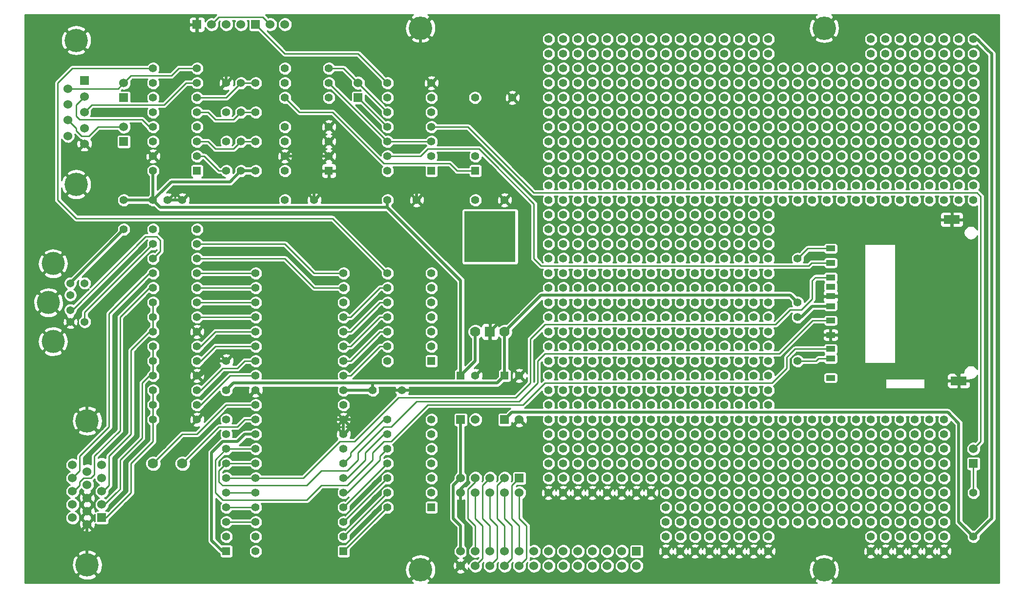
<source format=gtl>
G04 (created by PCBNEW-RS274X (2012-01-19 BZR 3256)-stable) date 6/23/2012 12:28:53 AM*
G01*
G70*
G90*
%MOIN*%
G04 Gerber Fmt 3.4, Leading zero omitted, Abs format*
%FSLAX34Y34*%
G04 APERTURE LIST*
%ADD10C,0.006000*%
%ADD11R,0.060000X0.060000*%
%ADD12C,0.060000*%
%ADD13C,0.055000*%
%ADD14R,0.055000X0.055000*%
%ADD15C,0.054000*%
%ADD16C,0.157500*%
%ADD17C,0.160000*%
%ADD18C,0.159400*%
%ADD19R,0.059100X0.039400*%
%ADD20R,0.110200X0.059100*%
%ADD21R,0.350000X0.350000*%
%ADD22C,0.070000*%
%ADD23R,0.070000X0.070000*%
%ADD24C,0.010000*%
%ADD25C,0.020000*%
G04 APERTURE END LIST*
G54D10*
G54D11*
X62000Y-57000D03*
G54D12*
X62000Y-58000D03*
X61000Y-57000D03*
X61000Y-58000D03*
X60000Y-57000D03*
X60000Y-58000D03*
X59000Y-57000D03*
X59000Y-58000D03*
X58000Y-57000D03*
X58000Y-58000D03*
X57000Y-57000D03*
X57000Y-58000D03*
X56000Y-57000D03*
X56000Y-58000D03*
X55000Y-57000D03*
X55000Y-58000D03*
X54000Y-57000D03*
X54000Y-58000D03*
X53000Y-57000D03*
X53000Y-58000D03*
X52000Y-57000D03*
X52000Y-58000D03*
X51000Y-57000D03*
X51000Y-58000D03*
X50000Y-57000D03*
X50000Y-58000D03*
G54D13*
X50970Y-26000D03*
X53530Y-26000D03*
G54D14*
X34000Y-57000D03*
G54D13*
X34000Y-56000D03*
X34000Y-55000D03*
X34000Y-54000D03*
X34000Y-53000D03*
X34000Y-52000D03*
X34000Y-51000D03*
X34000Y-50000D03*
X34000Y-49000D03*
X34000Y-48000D03*
X73000Y-41000D03*
X73000Y-44000D03*
X32000Y-37000D03*
X29000Y-37000D03*
X32000Y-36000D03*
X29000Y-36000D03*
X32000Y-46000D03*
X29000Y-46000D03*
X32000Y-43000D03*
X29000Y-43000D03*
X32000Y-40000D03*
X29000Y-40000D03*
X38000Y-24000D03*
X41000Y-24000D03*
X38000Y-25000D03*
X41000Y-25000D03*
X32000Y-39000D03*
X29000Y-39000D03*
X32000Y-38000D03*
X29000Y-38000D03*
X38000Y-26000D03*
X41000Y-26000D03*
X32000Y-47000D03*
X29000Y-47000D03*
X32000Y-44000D03*
X29000Y-44000D03*
X32000Y-41000D03*
X29000Y-41000D03*
X85000Y-56000D03*
X85000Y-53000D03*
X29000Y-35000D03*
X32000Y-35000D03*
G54D11*
X54000Y-52000D03*
G54D12*
X54000Y-53000D03*
X53000Y-52000D03*
X53000Y-53000D03*
X52000Y-52000D03*
X52000Y-53000D03*
X51000Y-52000D03*
X51000Y-53000D03*
X50000Y-52000D03*
X50000Y-53000D03*
G54D11*
X32000Y-21000D03*
G54D12*
X33000Y-21000D03*
X34000Y-21000D03*
X35000Y-21000D03*
G54D11*
X36000Y-21000D03*
G54D12*
X37000Y-21000D03*
X38000Y-21000D03*
G54D11*
X43000Y-26000D03*
G54D12*
X43000Y-25000D03*
G54D11*
X53000Y-48000D03*
G54D12*
X54000Y-48000D03*
G54D11*
X50000Y-48000D03*
G54D12*
X51000Y-48000D03*
G54D15*
X23350Y-39488D03*
X23350Y-40512D03*
X24331Y-41319D03*
X24331Y-38681D03*
X23350Y-38681D03*
X23350Y-41319D03*
G54D16*
X21850Y-40000D03*
X22169Y-42661D03*
X22169Y-37339D03*
G54D17*
X47244Y-21246D03*
X47244Y-58254D03*
X74803Y-21246D03*
X74803Y-58254D03*
G54D14*
X41000Y-31000D03*
G54D13*
X41000Y-30000D03*
X41000Y-29000D03*
X41000Y-28000D03*
X38000Y-28000D03*
X38000Y-29000D03*
X38000Y-30000D03*
X38000Y-31000D03*
G54D14*
X42000Y-57000D03*
G54D13*
X42000Y-56000D03*
X42000Y-55000D03*
X42000Y-54000D03*
X42000Y-53000D03*
X42000Y-52000D03*
X42000Y-51000D03*
X42000Y-50000D03*
X42000Y-49000D03*
X42000Y-48000D03*
X42000Y-47000D03*
X42000Y-46000D03*
X42000Y-45000D03*
X42000Y-44000D03*
X42000Y-43000D03*
X42000Y-42000D03*
X42000Y-41000D03*
X42000Y-40000D03*
X42000Y-39000D03*
X42000Y-38000D03*
X36000Y-38000D03*
X36000Y-39000D03*
X36000Y-40000D03*
X36000Y-41000D03*
X36000Y-42000D03*
X36000Y-43000D03*
X36000Y-44000D03*
X36000Y-45000D03*
X36000Y-46000D03*
X36000Y-47000D03*
X36000Y-48000D03*
X36000Y-49000D03*
X36000Y-50000D03*
X36000Y-51000D03*
X36000Y-52000D03*
X36000Y-53000D03*
X36000Y-54000D03*
X36000Y-55000D03*
X36000Y-56000D03*
X36000Y-57000D03*
G54D14*
X32000Y-31000D03*
G54D13*
X32000Y-30000D03*
X32000Y-29000D03*
X32000Y-28000D03*
X32000Y-27000D03*
X32000Y-26000D03*
X32000Y-25000D03*
X32000Y-24000D03*
X29000Y-24000D03*
X29000Y-25000D03*
X29000Y-26000D03*
X29000Y-27000D03*
X29000Y-28000D03*
X29000Y-29000D03*
X29000Y-30000D03*
X29000Y-31000D03*
G54D14*
X48000Y-54000D03*
G54D13*
X48000Y-53000D03*
X48000Y-52000D03*
X48000Y-51000D03*
X48000Y-50000D03*
X48000Y-49000D03*
X48000Y-48000D03*
X45000Y-48000D03*
X45000Y-49000D03*
X45000Y-50000D03*
X45000Y-51000D03*
X45000Y-52000D03*
X45000Y-53000D03*
X45000Y-54000D03*
G54D14*
X48000Y-44000D03*
G54D13*
X48000Y-43000D03*
X48000Y-42000D03*
X48000Y-41000D03*
X48000Y-40000D03*
X48000Y-39000D03*
X48000Y-38000D03*
X45000Y-38000D03*
X45000Y-39000D03*
X45000Y-40000D03*
X45000Y-41000D03*
X45000Y-42000D03*
X45000Y-43000D03*
X45000Y-44000D03*
G54D14*
X48000Y-31000D03*
G54D13*
X48000Y-30000D03*
X48000Y-29000D03*
X48000Y-28000D03*
X48000Y-27000D03*
X48000Y-26000D03*
X48000Y-25000D03*
X45000Y-25000D03*
X45000Y-26000D03*
X45000Y-27000D03*
X45000Y-28000D03*
X45000Y-29000D03*
X45000Y-30000D03*
X45000Y-31000D03*
G54D18*
X23750Y-22081D03*
X23750Y-31919D03*
G54D11*
X24310Y-24840D03*
G54D12*
X24310Y-25920D03*
X24310Y-27000D03*
X24310Y-28080D03*
X24310Y-29160D03*
X23190Y-28620D03*
X23190Y-27540D03*
X23190Y-26450D03*
X23190Y-25380D03*
G54D13*
X45000Y-33000D03*
X47000Y-33000D03*
X51000Y-33000D03*
X53000Y-33000D03*
X38000Y-33000D03*
X40000Y-33000D03*
X34000Y-46000D03*
X34000Y-44000D03*
X44000Y-46000D03*
X46000Y-46000D03*
G54D14*
X51000Y-31000D03*
G54D13*
X51000Y-30000D03*
G54D14*
X53000Y-45000D03*
G54D13*
X54000Y-45000D03*
G54D14*
X50000Y-45000D03*
G54D13*
X51000Y-45000D03*
G54D19*
X75250Y-36309D03*
X75250Y-37293D03*
X75250Y-38278D03*
X75250Y-39577D03*
X75250Y-40246D03*
X75250Y-41230D03*
X75250Y-42215D03*
X75250Y-43169D03*
X75250Y-43839D03*
X75250Y-38927D03*
X75250Y-45157D03*
G54D20*
X83990Y-45354D03*
X83518Y-34331D03*
G54D18*
X24500Y-48081D03*
X24500Y-57919D03*
G54D11*
X25500Y-54709D03*
G54D12*
X25500Y-53807D03*
X25500Y-52902D03*
X25500Y-52000D03*
X25500Y-51098D03*
X24500Y-52451D03*
X24500Y-53352D03*
X24500Y-54254D03*
X24500Y-55156D03*
X24500Y-51549D03*
X23500Y-54709D03*
X23500Y-53807D03*
X23500Y-52902D03*
X23500Y-52000D03*
X23500Y-51098D03*
G54D13*
X73000Y-40000D03*
X73000Y-37000D03*
G54D21*
X52000Y-35500D03*
G54D22*
X51000Y-42000D03*
G54D23*
X52000Y-42000D03*
G54D22*
X53000Y-42000D03*
X29000Y-51000D03*
X31000Y-51000D03*
G54D13*
X27000Y-33000D03*
X27000Y-35000D03*
X84000Y-25000D03*
X84000Y-24000D03*
X84000Y-23000D03*
X84000Y-22000D03*
X85000Y-25000D03*
X85000Y-24000D03*
X85000Y-23000D03*
X85000Y-22000D03*
X84000Y-29000D03*
X84000Y-28000D03*
X84000Y-27000D03*
X84000Y-26000D03*
X85000Y-29000D03*
X85000Y-28000D03*
X85000Y-27000D03*
X85000Y-26000D03*
X76000Y-32000D03*
X77000Y-32000D03*
X78000Y-32000D03*
X79000Y-32000D03*
X76000Y-33000D03*
X77000Y-33000D03*
X78000Y-33000D03*
X79000Y-33000D03*
X72000Y-24000D03*
X73000Y-24000D03*
X74000Y-24000D03*
X75000Y-24000D03*
X72000Y-25000D03*
X73000Y-25000D03*
X74000Y-25000D03*
X75000Y-25000D03*
X84000Y-33000D03*
X84000Y-32000D03*
X84000Y-31000D03*
X84000Y-30000D03*
X85000Y-33000D03*
X85000Y-32000D03*
X85000Y-31000D03*
X85000Y-30000D03*
X68000Y-50000D03*
X69000Y-50000D03*
X70000Y-50000D03*
X71000Y-50000D03*
X68000Y-51000D03*
X69000Y-51000D03*
X70000Y-51000D03*
X71000Y-51000D03*
X68000Y-52000D03*
X69000Y-52000D03*
X70000Y-52000D03*
X71000Y-52000D03*
X68000Y-53000D03*
X69000Y-53000D03*
X70000Y-53000D03*
X71000Y-53000D03*
X64000Y-46000D03*
X65000Y-46000D03*
X66000Y-46000D03*
X67000Y-46000D03*
X64000Y-47000D03*
X65000Y-47000D03*
X66000Y-47000D03*
X67000Y-47000D03*
X64000Y-48000D03*
X65000Y-48000D03*
X66000Y-48000D03*
X67000Y-48000D03*
X64000Y-49000D03*
X65000Y-49000D03*
X66000Y-49000D03*
X67000Y-49000D03*
X64000Y-50000D03*
X65000Y-50000D03*
X66000Y-50000D03*
X67000Y-50000D03*
X64000Y-51000D03*
X65000Y-51000D03*
X66000Y-51000D03*
X67000Y-51000D03*
X64000Y-52000D03*
X65000Y-52000D03*
X66000Y-52000D03*
X67000Y-52000D03*
X64000Y-53000D03*
X65000Y-53000D03*
X66000Y-53000D03*
X67000Y-53000D03*
X64000Y-54000D03*
X65000Y-54000D03*
X66000Y-54000D03*
X67000Y-54000D03*
X64000Y-55000D03*
X65000Y-55000D03*
X66000Y-55000D03*
X67000Y-55000D03*
X64000Y-56000D03*
X65000Y-56000D03*
X66000Y-56000D03*
X67000Y-56000D03*
X64000Y-57000D03*
X65000Y-57000D03*
X66000Y-57000D03*
X67000Y-57000D03*
X68000Y-22000D03*
X69000Y-22000D03*
X70000Y-22000D03*
X71000Y-22000D03*
X68000Y-23000D03*
X69000Y-23000D03*
X70000Y-23000D03*
X71000Y-23000D03*
X68000Y-24000D03*
X69000Y-24000D03*
X70000Y-24000D03*
X71000Y-24000D03*
X68000Y-25000D03*
X69000Y-25000D03*
X70000Y-25000D03*
X71000Y-25000D03*
X68000Y-26000D03*
X69000Y-26000D03*
X70000Y-26000D03*
X71000Y-26000D03*
X68000Y-27000D03*
X69000Y-27000D03*
X70000Y-27000D03*
X71000Y-27000D03*
X68000Y-28000D03*
X69000Y-28000D03*
X70000Y-28000D03*
X71000Y-28000D03*
X68000Y-29000D03*
X69000Y-29000D03*
X70000Y-29000D03*
X71000Y-29000D03*
X68000Y-30000D03*
X69000Y-30000D03*
X70000Y-30000D03*
X71000Y-30000D03*
X68000Y-31000D03*
X69000Y-31000D03*
X70000Y-31000D03*
X71000Y-31000D03*
X68000Y-32000D03*
X69000Y-32000D03*
X70000Y-32000D03*
X71000Y-32000D03*
X68000Y-33000D03*
X69000Y-33000D03*
X70000Y-33000D03*
X71000Y-33000D03*
X68000Y-34000D03*
X69000Y-34000D03*
X70000Y-34000D03*
X71000Y-34000D03*
X68000Y-35000D03*
X69000Y-35000D03*
X70000Y-35000D03*
X71000Y-35000D03*
X68000Y-36000D03*
X69000Y-36000D03*
X70000Y-36000D03*
X71000Y-36000D03*
X68000Y-37000D03*
X69000Y-37000D03*
X70000Y-37000D03*
X71000Y-37000D03*
X68000Y-38000D03*
X69000Y-38000D03*
X70000Y-38000D03*
X71000Y-38000D03*
X68000Y-39000D03*
X69000Y-39000D03*
X70000Y-39000D03*
X71000Y-39000D03*
X68000Y-40000D03*
X69000Y-40000D03*
X70000Y-40000D03*
X71000Y-40000D03*
X68000Y-41000D03*
X69000Y-41000D03*
X70000Y-41000D03*
X71000Y-41000D03*
X68000Y-42000D03*
X69000Y-42000D03*
X70000Y-42000D03*
X71000Y-42000D03*
X68000Y-43000D03*
X69000Y-43000D03*
X70000Y-43000D03*
X71000Y-43000D03*
X68000Y-44000D03*
X69000Y-44000D03*
X70000Y-44000D03*
X71000Y-44000D03*
X68000Y-45000D03*
X69000Y-45000D03*
X70000Y-45000D03*
X71000Y-45000D03*
X68000Y-46000D03*
X69000Y-46000D03*
X70000Y-46000D03*
X71000Y-46000D03*
X68000Y-47000D03*
X69000Y-47000D03*
X70000Y-47000D03*
X71000Y-47000D03*
X68000Y-48000D03*
X69000Y-48000D03*
X70000Y-48000D03*
X71000Y-48000D03*
X68000Y-49000D03*
X69000Y-49000D03*
X70000Y-49000D03*
X71000Y-49000D03*
X64000Y-38000D03*
X65000Y-38000D03*
X66000Y-38000D03*
X67000Y-38000D03*
X64000Y-39000D03*
X65000Y-39000D03*
X66000Y-39000D03*
X67000Y-39000D03*
X64000Y-40000D03*
X65000Y-40000D03*
X66000Y-40000D03*
X67000Y-40000D03*
X64000Y-41000D03*
X65000Y-41000D03*
X66000Y-41000D03*
X67000Y-41000D03*
X68000Y-54000D03*
X69000Y-54000D03*
X70000Y-54000D03*
X71000Y-54000D03*
X68000Y-55000D03*
X69000Y-55000D03*
X70000Y-55000D03*
X71000Y-55000D03*
X68000Y-56000D03*
X69000Y-56000D03*
X70000Y-56000D03*
X71000Y-56000D03*
X68000Y-57000D03*
X69000Y-57000D03*
X70000Y-57000D03*
X71000Y-57000D03*
X72000Y-26000D03*
X73000Y-26000D03*
X74000Y-26000D03*
X75000Y-26000D03*
X72000Y-27000D03*
X73000Y-27000D03*
X74000Y-27000D03*
X75000Y-27000D03*
X72000Y-28000D03*
X73000Y-28000D03*
X74000Y-28000D03*
X75000Y-28000D03*
X72000Y-29000D03*
X73000Y-29000D03*
X74000Y-29000D03*
X75000Y-29000D03*
X72000Y-30000D03*
X73000Y-30000D03*
X74000Y-30000D03*
X75000Y-30000D03*
X72000Y-31000D03*
X73000Y-31000D03*
X74000Y-31000D03*
X75000Y-31000D03*
X72000Y-32000D03*
X73000Y-32000D03*
X74000Y-32000D03*
X75000Y-32000D03*
X72000Y-33000D03*
X73000Y-33000D03*
X74000Y-33000D03*
X75000Y-33000D03*
X80000Y-22000D03*
X81000Y-22000D03*
X82000Y-22000D03*
X83000Y-22000D03*
X80000Y-23000D03*
X81000Y-23000D03*
X82000Y-23000D03*
X83000Y-23000D03*
X80000Y-24000D03*
X81000Y-24000D03*
X82000Y-24000D03*
X83000Y-24000D03*
X80000Y-25000D03*
X81000Y-25000D03*
X82000Y-25000D03*
X83000Y-25000D03*
X80000Y-26000D03*
X81000Y-26000D03*
X82000Y-26000D03*
X83000Y-26000D03*
X80000Y-27000D03*
X81000Y-27000D03*
X82000Y-27000D03*
X83000Y-27000D03*
X80000Y-28000D03*
X81000Y-28000D03*
X82000Y-28000D03*
X83000Y-28000D03*
X80000Y-29000D03*
X81000Y-29000D03*
X82000Y-29000D03*
X83000Y-29000D03*
X80000Y-30000D03*
X81000Y-30000D03*
X82000Y-30000D03*
X83000Y-30000D03*
X80000Y-31000D03*
X81000Y-31000D03*
X82000Y-31000D03*
X83000Y-31000D03*
X80000Y-32000D03*
X81000Y-32000D03*
X82000Y-32000D03*
X83000Y-32000D03*
X80000Y-33000D03*
X81000Y-33000D03*
X82000Y-33000D03*
X83000Y-33000D03*
X72000Y-48000D03*
X73000Y-48000D03*
X74000Y-48000D03*
X75000Y-48000D03*
X72000Y-49000D03*
X73000Y-49000D03*
X74000Y-49000D03*
X75000Y-49000D03*
X72000Y-50000D03*
X73000Y-50000D03*
X74000Y-50000D03*
X75000Y-50000D03*
X72000Y-51000D03*
X73000Y-51000D03*
X74000Y-51000D03*
X75000Y-51000D03*
X72000Y-52000D03*
X73000Y-52000D03*
X74000Y-52000D03*
X75000Y-52000D03*
X72000Y-53000D03*
X73000Y-53000D03*
X74000Y-53000D03*
X75000Y-53000D03*
X72000Y-54000D03*
X73000Y-54000D03*
X74000Y-54000D03*
X75000Y-54000D03*
X72000Y-55000D03*
X73000Y-55000D03*
X74000Y-55000D03*
X75000Y-55000D03*
X76000Y-48000D03*
X77000Y-48000D03*
X78000Y-48000D03*
X79000Y-48000D03*
X76000Y-49000D03*
X77000Y-49000D03*
X78000Y-49000D03*
X79000Y-49000D03*
X76000Y-50000D03*
X77000Y-50000D03*
X78000Y-50000D03*
X79000Y-50000D03*
X76000Y-51000D03*
X77000Y-51000D03*
X78000Y-51000D03*
X79000Y-51000D03*
X60000Y-34000D03*
X61000Y-34000D03*
X62000Y-34000D03*
X63000Y-34000D03*
X60000Y-35000D03*
X61000Y-35000D03*
X62000Y-35000D03*
X63000Y-35000D03*
X60000Y-36000D03*
X61000Y-36000D03*
X62000Y-36000D03*
X63000Y-36000D03*
X60000Y-37000D03*
X61000Y-37000D03*
X62000Y-37000D03*
X63000Y-37000D03*
X56000Y-26000D03*
X57000Y-26000D03*
X58000Y-26000D03*
X59000Y-26000D03*
X56000Y-27000D03*
X57000Y-27000D03*
X58000Y-27000D03*
X59000Y-27000D03*
X56000Y-28000D03*
X57000Y-28000D03*
X58000Y-28000D03*
X59000Y-28000D03*
X56000Y-29000D03*
X57000Y-29000D03*
X58000Y-29000D03*
X59000Y-29000D03*
X56000Y-30000D03*
X57000Y-30000D03*
X58000Y-30000D03*
X59000Y-30000D03*
X56000Y-31000D03*
X57000Y-31000D03*
X58000Y-31000D03*
X59000Y-31000D03*
X56000Y-32000D03*
X57000Y-32000D03*
X58000Y-32000D03*
X59000Y-32000D03*
X56000Y-33000D03*
X57000Y-33000D03*
X58000Y-33000D03*
X59000Y-33000D03*
X56000Y-34000D03*
X57000Y-34000D03*
X58000Y-34000D03*
X59000Y-34000D03*
X56000Y-35000D03*
X57000Y-35000D03*
X58000Y-35000D03*
X59000Y-35000D03*
X56000Y-36000D03*
X57000Y-36000D03*
X58000Y-36000D03*
X59000Y-36000D03*
X56000Y-37000D03*
X57000Y-37000D03*
X58000Y-37000D03*
X59000Y-37000D03*
X56000Y-38000D03*
X57000Y-38000D03*
X58000Y-38000D03*
X59000Y-38000D03*
X56000Y-39000D03*
X57000Y-39000D03*
X58000Y-39000D03*
X59000Y-39000D03*
X56000Y-40000D03*
X57000Y-40000D03*
X58000Y-40000D03*
X59000Y-40000D03*
X56000Y-41000D03*
X57000Y-41000D03*
X58000Y-41000D03*
X59000Y-41000D03*
X56000Y-42000D03*
X57000Y-42000D03*
X58000Y-42000D03*
X59000Y-42000D03*
X56000Y-43000D03*
X57000Y-43000D03*
X58000Y-43000D03*
X59000Y-43000D03*
X56000Y-44000D03*
X57000Y-44000D03*
X58000Y-44000D03*
X59000Y-44000D03*
X56000Y-45000D03*
X57000Y-45000D03*
X58000Y-45000D03*
X59000Y-45000D03*
X56000Y-46000D03*
X57000Y-46000D03*
X58000Y-46000D03*
X59000Y-46000D03*
X56000Y-47000D03*
X57000Y-47000D03*
X58000Y-47000D03*
X59000Y-47000D03*
X56000Y-48000D03*
X57000Y-48000D03*
X58000Y-48000D03*
X59000Y-48000D03*
X56000Y-49000D03*
X57000Y-49000D03*
X58000Y-49000D03*
X59000Y-49000D03*
X56000Y-50000D03*
X57000Y-50000D03*
X58000Y-50000D03*
X59000Y-50000D03*
X56000Y-51000D03*
X57000Y-51000D03*
X58000Y-51000D03*
X59000Y-51000D03*
X56000Y-52000D03*
X57000Y-52000D03*
X58000Y-52000D03*
X59000Y-52000D03*
X56000Y-53000D03*
X57000Y-53000D03*
X58000Y-53000D03*
X59000Y-53000D03*
X76000Y-24000D03*
X77000Y-24000D03*
X78000Y-24000D03*
X79000Y-24000D03*
X76000Y-25000D03*
X77000Y-25000D03*
X78000Y-25000D03*
X79000Y-25000D03*
X76000Y-26000D03*
X77000Y-26000D03*
X78000Y-26000D03*
X79000Y-26000D03*
X76000Y-27000D03*
X77000Y-27000D03*
X78000Y-27000D03*
X79000Y-27000D03*
X60000Y-22000D03*
X61000Y-22000D03*
X62000Y-22000D03*
X63000Y-22000D03*
X60000Y-23000D03*
X61000Y-23000D03*
X62000Y-23000D03*
X63000Y-23000D03*
X60000Y-24000D03*
X61000Y-24000D03*
X62000Y-24000D03*
X63000Y-24000D03*
X60000Y-25000D03*
X61000Y-25000D03*
X62000Y-25000D03*
X63000Y-25000D03*
X60000Y-26000D03*
X61000Y-26000D03*
X62000Y-26000D03*
X63000Y-26000D03*
X60000Y-27000D03*
X61000Y-27000D03*
X62000Y-27000D03*
X63000Y-27000D03*
X60000Y-28000D03*
X61000Y-28000D03*
X62000Y-28000D03*
X63000Y-28000D03*
X60000Y-29000D03*
X61000Y-29000D03*
X62000Y-29000D03*
X63000Y-29000D03*
X60000Y-30000D03*
X61000Y-30000D03*
X62000Y-30000D03*
X63000Y-30000D03*
X60000Y-31000D03*
X61000Y-31000D03*
X62000Y-31000D03*
X63000Y-31000D03*
X60000Y-32000D03*
X61000Y-32000D03*
X62000Y-32000D03*
X63000Y-32000D03*
X60000Y-33000D03*
X61000Y-33000D03*
X62000Y-33000D03*
X63000Y-33000D03*
X64000Y-42000D03*
X65000Y-42000D03*
X66000Y-42000D03*
X67000Y-42000D03*
X64000Y-43000D03*
X65000Y-43000D03*
X66000Y-43000D03*
X67000Y-43000D03*
X64000Y-44000D03*
X65000Y-44000D03*
X66000Y-44000D03*
X67000Y-44000D03*
X64000Y-45000D03*
X65000Y-45000D03*
X66000Y-45000D03*
X67000Y-45000D03*
X60000Y-38000D03*
X61000Y-38000D03*
X62000Y-38000D03*
X63000Y-38000D03*
X60000Y-39000D03*
X61000Y-39000D03*
X62000Y-39000D03*
X63000Y-39000D03*
X60000Y-40000D03*
X61000Y-40000D03*
X62000Y-40000D03*
X63000Y-40000D03*
X60000Y-41000D03*
X61000Y-41000D03*
X62000Y-41000D03*
X63000Y-41000D03*
X60000Y-42000D03*
X61000Y-42000D03*
X62000Y-42000D03*
X63000Y-42000D03*
X60000Y-43000D03*
X61000Y-43000D03*
X62000Y-43000D03*
X63000Y-43000D03*
X60000Y-44000D03*
X61000Y-44000D03*
X62000Y-44000D03*
X63000Y-44000D03*
X60000Y-45000D03*
X61000Y-45000D03*
X62000Y-45000D03*
X63000Y-45000D03*
X60000Y-46000D03*
X61000Y-46000D03*
X62000Y-46000D03*
X63000Y-46000D03*
X60000Y-47000D03*
X61000Y-47000D03*
X62000Y-47000D03*
X63000Y-47000D03*
X60000Y-48000D03*
X61000Y-48000D03*
X62000Y-48000D03*
X63000Y-48000D03*
X60000Y-49000D03*
X61000Y-49000D03*
X62000Y-49000D03*
X63000Y-49000D03*
X60000Y-50000D03*
X61000Y-50000D03*
X62000Y-50000D03*
X63000Y-50000D03*
X60000Y-51000D03*
X61000Y-51000D03*
X62000Y-51000D03*
X63000Y-51000D03*
X60000Y-52000D03*
X61000Y-52000D03*
X62000Y-52000D03*
X63000Y-52000D03*
X60000Y-53000D03*
X61000Y-53000D03*
X62000Y-53000D03*
X63000Y-53000D03*
X76000Y-28000D03*
X77000Y-28000D03*
X78000Y-28000D03*
X79000Y-28000D03*
X76000Y-29000D03*
X77000Y-29000D03*
X78000Y-29000D03*
X79000Y-29000D03*
X76000Y-30000D03*
X77000Y-30000D03*
X78000Y-30000D03*
X79000Y-30000D03*
X76000Y-31000D03*
X77000Y-31000D03*
X78000Y-31000D03*
X79000Y-31000D03*
X64000Y-22000D03*
X65000Y-22000D03*
X66000Y-22000D03*
X67000Y-22000D03*
X64000Y-23000D03*
X65000Y-23000D03*
X66000Y-23000D03*
X67000Y-23000D03*
X64000Y-24000D03*
X65000Y-24000D03*
X66000Y-24000D03*
X67000Y-24000D03*
X64000Y-25000D03*
X65000Y-25000D03*
X66000Y-25000D03*
X67000Y-25000D03*
X64000Y-26000D03*
X65000Y-26000D03*
X66000Y-26000D03*
X67000Y-26000D03*
X64000Y-27000D03*
X65000Y-27000D03*
X66000Y-27000D03*
X67000Y-27000D03*
X64000Y-28000D03*
X65000Y-28000D03*
X66000Y-28000D03*
X67000Y-28000D03*
X64000Y-29000D03*
X65000Y-29000D03*
X66000Y-29000D03*
X67000Y-29000D03*
X64000Y-30000D03*
X65000Y-30000D03*
X66000Y-30000D03*
X67000Y-30000D03*
X64000Y-31000D03*
X65000Y-31000D03*
X66000Y-31000D03*
X67000Y-31000D03*
X64000Y-32000D03*
X65000Y-32000D03*
X66000Y-32000D03*
X67000Y-32000D03*
X64000Y-33000D03*
X65000Y-33000D03*
X66000Y-33000D03*
X67000Y-33000D03*
X64000Y-34000D03*
X65000Y-34000D03*
X66000Y-34000D03*
X67000Y-34000D03*
X64000Y-35000D03*
X65000Y-35000D03*
X66000Y-35000D03*
X67000Y-35000D03*
X64000Y-36000D03*
X65000Y-36000D03*
X66000Y-36000D03*
X67000Y-36000D03*
X64000Y-37000D03*
X65000Y-37000D03*
X66000Y-37000D03*
X67000Y-37000D03*
X56000Y-22000D03*
X57000Y-22000D03*
X58000Y-22000D03*
X59000Y-22000D03*
X56000Y-23000D03*
X57000Y-23000D03*
X58000Y-23000D03*
X59000Y-23000D03*
X56000Y-24000D03*
X57000Y-24000D03*
X58000Y-24000D03*
X59000Y-24000D03*
X56000Y-25000D03*
X57000Y-25000D03*
X58000Y-25000D03*
X59000Y-25000D03*
X78000Y-56000D03*
X79000Y-56000D03*
X78000Y-57000D03*
X79000Y-57000D03*
X78000Y-22000D03*
X79000Y-22000D03*
X78000Y-23000D03*
X79000Y-23000D03*
X29000Y-33000D03*
X31000Y-33000D03*
X30000Y-33000D03*
X34000Y-29000D03*
X36000Y-29000D03*
X35000Y-29000D03*
X34000Y-27000D03*
X36000Y-27000D03*
X35000Y-27000D03*
X34000Y-31000D03*
X36000Y-31000D03*
X35000Y-31000D03*
X34000Y-25000D03*
X36000Y-25000D03*
X35000Y-25000D03*
X32000Y-48000D03*
X29000Y-48000D03*
X32000Y-45000D03*
X29000Y-45000D03*
X32000Y-42000D03*
X29000Y-42000D03*
X80000Y-56000D03*
X81000Y-56000D03*
X82000Y-56000D03*
X83000Y-56000D03*
X80000Y-57000D03*
X81000Y-57000D03*
X82000Y-57000D03*
X83000Y-57000D03*
X76000Y-52000D03*
X77000Y-52000D03*
X78000Y-52000D03*
X79000Y-52000D03*
X76000Y-53000D03*
X77000Y-53000D03*
X78000Y-53000D03*
X79000Y-53000D03*
X76000Y-54000D03*
X77000Y-54000D03*
X78000Y-54000D03*
X79000Y-54000D03*
X76000Y-55000D03*
X77000Y-55000D03*
X78000Y-55000D03*
X79000Y-55000D03*
X80000Y-48000D03*
X81000Y-48000D03*
X82000Y-48000D03*
X83000Y-48000D03*
X80000Y-49000D03*
X81000Y-49000D03*
X82000Y-49000D03*
X83000Y-49000D03*
X80000Y-50000D03*
X81000Y-50000D03*
X82000Y-50000D03*
X83000Y-50000D03*
X80000Y-51000D03*
X81000Y-51000D03*
X82000Y-51000D03*
X83000Y-51000D03*
X80000Y-52000D03*
X81000Y-52000D03*
X82000Y-52000D03*
X83000Y-52000D03*
X80000Y-53000D03*
X81000Y-53000D03*
X82000Y-53000D03*
X83000Y-53000D03*
X80000Y-54000D03*
X81000Y-54000D03*
X82000Y-54000D03*
X83000Y-54000D03*
X80000Y-55000D03*
X81000Y-55000D03*
X82000Y-55000D03*
X83000Y-55000D03*
G54D11*
X85000Y-51000D03*
G54D12*
X85000Y-50000D03*
G54D11*
X27000Y-26000D03*
G54D12*
X27000Y-25000D03*
G54D11*
X27000Y-29000D03*
G54D12*
X27000Y-28000D03*
G54D24*
X28750Y-42000D02*
X27750Y-43000D01*
X25500Y-52902D02*
X25598Y-52902D01*
X25598Y-52902D02*
X26000Y-52500D01*
X26000Y-52500D02*
X26000Y-50500D01*
X26000Y-50500D02*
X27500Y-49000D01*
X29000Y-41000D02*
X29000Y-40000D01*
X29000Y-42000D02*
X29000Y-41000D01*
X27500Y-49000D02*
X27500Y-43250D01*
X27500Y-43250D02*
X27750Y-43000D01*
X29000Y-42000D02*
X28750Y-42000D01*
X54000Y-46750D02*
X55250Y-45500D01*
X55250Y-45500D02*
X55250Y-44000D01*
X55250Y-44000D02*
X55750Y-43500D01*
X55750Y-43500D02*
X71750Y-43500D01*
X53750Y-46750D02*
X54000Y-46750D01*
X74250Y-41230D02*
X74020Y-41230D01*
X43500Y-49750D02*
X43250Y-50000D01*
X74250Y-41230D02*
X75250Y-41230D01*
X74020Y-41230D02*
X71750Y-43500D01*
X43000Y-50250D02*
X43000Y-50750D01*
X35500Y-52500D02*
X33750Y-52500D01*
X41750Y-51500D02*
X42250Y-51500D01*
X33500Y-52250D02*
X33500Y-51500D01*
X43250Y-50000D02*
X43000Y-50250D01*
X42250Y-51500D02*
X43000Y-50750D01*
X35500Y-52500D02*
X38500Y-52500D01*
X34000Y-51000D02*
X33500Y-51500D01*
X38500Y-52500D02*
X39500Y-52500D01*
X40500Y-51500D02*
X39500Y-52500D01*
X46750Y-47000D02*
X47000Y-46750D01*
X45250Y-48500D02*
X46750Y-47000D01*
X47000Y-46750D02*
X53750Y-46750D01*
X41750Y-51500D02*
X40500Y-51500D01*
X36000Y-51000D02*
X34000Y-51000D01*
X43500Y-49750D02*
X44750Y-48500D01*
X44750Y-48500D02*
X45250Y-48500D01*
X33750Y-52500D02*
X33500Y-52250D01*
X45000Y-54000D02*
X44000Y-55000D01*
X44000Y-55000D02*
X42000Y-57000D01*
X45000Y-53000D02*
X44000Y-54000D01*
X44000Y-54000D02*
X42000Y-56000D01*
X44000Y-53000D02*
X42000Y-55000D01*
X45000Y-52000D02*
X44000Y-53000D01*
X44000Y-52000D02*
X42000Y-54000D01*
X45000Y-51000D02*
X44000Y-52000D01*
X42250Y-53000D02*
X44250Y-51000D01*
X44500Y-50500D02*
X45000Y-50000D01*
X44250Y-51000D02*
X44500Y-50750D01*
X42000Y-53000D02*
X42250Y-53000D01*
X44500Y-50750D02*
X44500Y-50500D01*
X43750Y-50000D02*
X43500Y-50250D01*
X42250Y-52000D02*
X43500Y-50750D01*
X44750Y-49000D02*
X45000Y-49000D01*
X42000Y-52000D02*
X42250Y-52000D01*
X43500Y-50250D02*
X43500Y-50750D01*
X43750Y-50000D02*
X44750Y-49000D01*
X42000Y-51000D02*
X42500Y-50500D01*
X43250Y-49500D02*
X43000Y-49750D01*
X43250Y-49500D02*
X44750Y-48000D01*
X44750Y-48000D02*
X45000Y-48000D01*
X42500Y-50250D02*
X42500Y-50500D01*
X43000Y-49750D02*
X42750Y-50000D01*
X42750Y-50000D02*
X42500Y-50250D01*
X75250Y-36309D02*
X73691Y-36309D01*
X73691Y-36309D02*
X73000Y-37000D01*
X42750Y-49500D02*
X43000Y-49250D01*
X38250Y-52000D02*
X39250Y-52000D01*
X42500Y-49500D02*
X42750Y-49500D01*
X39250Y-52000D02*
X41750Y-49500D01*
X36000Y-52000D02*
X38250Y-52000D01*
X42250Y-49500D02*
X42500Y-49500D01*
X36000Y-52000D02*
X34000Y-52000D01*
X74000Y-39750D02*
X73250Y-40500D01*
X74250Y-38278D02*
X75250Y-38278D01*
X73250Y-40500D02*
X72500Y-40500D01*
X53750Y-46500D02*
X54750Y-45500D01*
X74250Y-38278D02*
X74222Y-38278D01*
X43000Y-49250D02*
X45750Y-46500D01*
X45750Y-46500D02*
X53500Y-46500D01*
X41750Y-49500D02*
X42250Y-49500D01*
X74000Y-38500D02*
X74000Y-39750D01*
X74222Y-38278D02*
X74000Y-38500D01*
X53500Y-46500D02*
X53750Y-46500D01*
X71500Y-41500D02*
X72500Y-40500D01*
X55750Y-41500D02*
X71500Y-41500D01*
X54750Y-42500D02*
X55750Y-41500D01*
X54750Y-45500D02*
X54750Y-42500D01*
X33251Y-53000D02*
X33251Y-50749D01*
X33751Y-53500D02*
X33251Y-53000D01*
X45250Y-49500D02*
X47250Y-47500D01*
X36250Y-53500D02*
X38500Y-53500D01*
X33251Y-50749D02*
X34000Y-50000D01*
X41750Y-52500D02*
X42250Y-52500D01*
X72250Y-43750D02*
X72500Y-43500D01*
X75250Y-43169D02*
X74331Y-43169D01*
X54250Y-47000D02*
X55750Y-45500D01*
X41750Y-52500D02*
X40500Y-52500D01*
X34000Y-50000D02*
X36000Y-50000D01*
X44000Y-50250D02*
X44750Y-49500D01*
X72831Y-43169D02*
X72500Y-43500D01*
X44000Y-50750D02*
X44000Y-50250D01*
X38500Y-53500D02*
X39500Y-53500D01*
X42250Y-52500D02*
X44000Y-50750D01*
X71250Y-45500D02*
X72250Y-44500D01*
X35500Y-53500D02*
X36250Y-53500D01*
X74331Y-43169D02*
X72831Y-43169D01*
X44750Y-49500D02*
X45250Y-49500D01*
X54000Y-47000D02*
X54250Y-47000D01*
X72250Y-44500D02*
X72250Y-43750D01*
X55750Y-45500D02*
X71250Y-45500D01*
X35500Y-53500D02*
X33751Y-53500D01*
X40500Y-52500D02*
X39500Y-53500D01*
X47750Y-47000D02*
X47250Y-47500D01*
X54000Y-47000D02*
X47750Y-47000D01*
X22500Y-33000D02*
X22500Y-25000D01*
X41250Y-34250D02*
X23750Y-34250D01*
X23750Y-34250D02*
X22500Y-33000D01*
X45000Y-38000D02*
X41750Y-34750D01*
X22500Y-25000D02*
X23500Y-24000D01*
X23500Y-24000D02*
X29000Y-24000D01*
X41750Y-34750D02*
X41250Y-34250D01*
X26750Y-52750D02*
X26750Y-50750D01*
X28750Y-45000D02*
X29000Y-45000D01*
X28250Y-45500D02*
X28750Y-45000D01*
X26500Y-53000D02*
X26750Y-52750D01*
X28250Y-49250D02*
X26750Y-50750D01*
X28250Y-49250D02*
X28250Y-45500D01*
X25500Y-53807D02*
X25693Y-53807D01*
X25693Y-53807D02*
X26500Y-53000D01*
X29000Y-43000D02*
X29000Y-44000D01*
X29000Y-44000D02*
X29000Y-45000D01*
X24250Y-52000D02*
X24750Y-52000D01*
X24000Y-52500D02*
X24000Y-52250D01*
X26750Y-48750D02*
X26750Y-41000D01*
X26750Y-41000D02*
X27000Y-40750D01*
X28750Y-39000D02*
X27000Y-40750D01*
X29000Y-39000D02*
X28750Y-39000D01*
X25000Y-51250D02*
X25000Y-50750D01*
X23500Y-52902D02*
X23598Y-52902D01*
X23598Y-52902D02*
X24000Y-52500D01*
X24750Y-52000D02*
X25000Y-51750D01*
X25000Y-51750D02*
X25000Y-51250D01*
X25000Y-50500D02*
X26750Y-48750D01*
X24000Y-52250D02*
X24250Y-52000D01*
X25000Y-50750D02*
X25000Y-50500D01*
X42500Y-43000D02*
X44500Y-41000D01*
X42000Y-43000D02*
X42500Y-43000D01*
X44500Y-41000D02*
X45000Y-41000D01*
X40250Y-38000D02*
X40000Y-38000D01*
X40250Y-38000D02*
X42000Y-38000D01*
X32000Y-36000D02*
X38000Y-36000D01*
X40000Y-38000D02*
X38000Y-36000D01*
X42000Y-39000D02*
X40000Y-39000D01*
X38000Y-37000D02*
X40000Y-39000D01*
X37750Y-37000D02*
X32000Y-37000D01*
X37750Y-37000D02*
X38000Y-37000D01*
G54D25*
X23350Y-38650D02*
X27000Y-35000D01*
X23350Y-38681D02*
X23350Y-38650D01*
X49500Y-52500D02*
X50000Y-52000D01*
X50000Y-55250D02*
X49500Y-54750D01*
X50000Y-52000D02*
X50000Y-48000D01*
X49500Y-54750D02*
X49500Y-53000D01*
X50000Y-57000D02*
X50000Y-55250D01*
X49500Y-53000D02*
X49500Y-52500D01*
G54D24*
X54000Y-53000D02*
X54000Y-54750D01*
X54500Y-57500D02*
X54000Y-58000D01*
X54500Y-55250D02*
X54500Y-57500D01*
X54000Y-54750D02*
X54500Y-55250D01*
X53000Y-54750D02*
X53500Y-55250D01*
X53500Y-57500D02*
X53000Y-58000D01*
X53000Y-53000D02*
X53000Y-54750D01*
X53500Y-55250D02*
X53500Y-57500D01*
X52000Y-54750D02*
X52500Y-55250D01*
X52500Y-57500D02*
X52000Y-58000D01*
X52000Y-53000D02*
X52000Y-54750D01*
X52500Y-55250D02*
X52500Y-57500D01*
X51000Y-53000D02*
X51000Y-54750D01*
X51500Y-57500D02*
X51000Y-58000D01*
X51500Y-55250D02*
X51500Y-57500D01*
X51000Y-54750D02*
X51500Y-55250D01*
X50500Y-52750D02*
X51000Y-52250D01*
X51000Y-52250D02*
X51000Y-52000D01*
X50500Y-54750D02*
X50500Y-52750D01*
X51000Y-55250D02*
X50500Y-54750D01*
X51000Y-57000D02*
X51000Y-55250D01*
X51500Y-54750D02*
X51500Y-52500D01*
X52000Y-55250D02*
X51500Y-54750D01*
X52000Y-57000D02*
X52000Y-55250D01*
X51500Y-52500D02*
X52000Y-52000D01*
X52500Y-52500D02*
X53000Y-52000D01*
X52500Y-54750D02*
X52500Y-52500D01*
X53000Y-57000D02*
X53000Y-55250D01*
X53000Y-55250D02*
X52500Y-54750D01*
X54000Y-57000D02*
X54000Y-55250D01*
X53500Y-54750D02*
X53500Y-52500D01*
X53500Y-52500D02*
X54000Y-52000D01*
X54000Y-55250D02*
X53500Y-54750D01*
X43000Y-26000D02*
X45000Y-28000D01*
X27500Y-53000D02*
X27500Y-51000D01*
X29000Y-49500D02*
X29000Y-49000D01*
X25500Y-54709D02*
X25791Y-54709D01*
X29000Y-46000D02*
X29000Y-47000D01*
X29000Y-47000D02*
X29000Y-48000D01*
X27500Y-51000D02*
X29000Y-49500D01*
X25791Y-54709D02*
X27000Y-53500D01*
X29000Y-49000D02*
X29000Y-48000D01*
X27000Y-53500D02*
X27500Y-53000D01*
X24000Y-50500D02*
X26000Y-48500D01*
X26000Y-48500D02*
X26000Y-40750D01*
X28750Y-38000D02*
X29000Y-38000D01*
X24000Y-51000D02*
X24000Y-51500D01*
X26000Y-40750D02*
X26500Y-40250D01*
X24000Y-50750D02*
X24000Y-50500D01*
X26500Y-40250D02*
X28750Y-38000D01*
X24000Y-51500D02*
X23500Y-52000D01*
X24000Y-51000D02*
X24000Y-50750D01*
X75250Y-43839D02*
X74411Y-43839D01*
X74250Y-44000D02*
X73000Y-44000D01*
X74411Y-43839D02*
X74250Y-44000D01*
X44500Y-40000D02*
X42500Y-42000D01*
X42500Y-42000D02*
X42000Y-42000D01*
X45000Y-40000D02*
X44500Y-40000D01*
X42500Y-45000D02*
X44500Y-43000D01*
X42000Y-45000D02*
X42500Y-45000D01*
X44500Y-43000D02*
X45000Y-43000D01*
X44500Y-39000D02*
X45000Y-39000D01*
X42500Y-41000D02*
X44500Y-39000D01*
X42000Y-41000D02*
X42500Y-41000D01*
X42500Y-44000D02*
X44500Y-42000D01*
X44500Y-42000D02*
X45000Y-42000D01*
X42000Y-44000D02*
X42500Y-44000D01*
X34000Y-53000D02*
X36000Y-53000D01*
X73957Y-37293D02*
X73750Y-37500D01*
X55000Y-33250D02*
X52250Y-30500D01*
X73750Y-37500D02*
X55500Y-37500D01*
X47750Y-29500D02*
X51250Y-29500D01*
X45000Y-30000D02*
X47250Y-30000D01*
X75250Y-37293D02*
X73957Y-37293D01*
X51250Y-29500D02*
X52250Y-30500D01*
X55500Y-37500D02*
X55000Y-37000D01*
X47250Y-30000D02*
X47750Y-29500D01*
X55000Y-37000D02*
X55000Y-33250D01*
G54D25*
X49000Y-59000D02*
X49500Y-58500D01*
X31750Y-32250D02*
X39250Y-32250D01*
X47244Y-24244D02*
X48000Y-25000D01*
X30250Y-28750D02*
X30500Y-28500D01*
X33500Y-25500D02*
X34000Y-25000D01*
X29000Y-30000D02*
X30250Y-28750D01*
X31750Y-25500D02*
X30500Y-26750D01*
X31750Y-25500D02*
X33500Y-25500D01*
X30500Y-26750D02*
X30500Y-28500D01*
X32000Y-48000D02*
X33500Y-46500D01*
X35500Y-46500D02*
X36000Y-46000D01*
X24500Y-48081D02*
X24500Y-44992D01*
X36500Y-46500D02*
X38000Y-48000D01*
X33500Y-46500D02*
X35000Y-46500D01*
X34000Y-25000D02*
X34000Y-24000D01*
X76000Y-40000D02*
X76000Y-39500D01*
X32000Y-22000D02*
X32000Y-21000D01*
X50500Y-51750D02*
X50500Y-51500D01*
X43000Y-48000D02*
X45000Y-46000D01*
X40000Y-32250D02*
X46250Y-32250D01*
X32250Y-45000D02*
X33250Y-44000D01*
X32000Y-45000D02*
X32250Y-45000D01*
X83518Y-44000D02*
X83518Y-44500D01*
X38000Y-48000D02*
X40250Y-48000D01*
X50500Y-51500D02*
X54000Y-48000D01*
X50000Y-53000D02*
X50000Y-52750D01*
X31000Y-33000D02*
X31750Y-32250D01*
X75250Y-39577D02*
X76000Y-39577D01*
X47244Y-21246D02*
X47244Y-24244D01*
X34000Y-44000D02*
X33500Y-44000D01*
X24500Y-44992D02*
X22169Y-42661D01*
X33250Y-44000D02*
X33500Y-44000D01*
X42000Y-48000D02*
X43000Y-48000D01*
X29000Y-30000D02*
X28750Y-29750D01*
X30000Y-33000D02*
X31000Y-33000D01*
X42000Y-48000D02*
X40250Y-48000D01*
X76000Y-42215D02*
X76000Y-42000D01*
X50500Y-55250D02*
X50500Y-57500D01*
X47244Y-58254D02*
X47254Y-58254D01*
X40000Y-33000D02*
X40000Y-32250D01*
X50000Y-53000D02*
X50000Y-54750D01*
X76000Y-39577D02*
X76000Y-39500D01*
X76000Y-42000D02*
X76000Y-40000D01*
X50500Y-57500D02*
X50000Y-58000D01*
X75250Y-42215D02*
X76000Y-42215D01*
X53000Y-46000D02*
X54000Y-45000D01*
X42000Y-48000D02*
X42000Y-49000D01*
X47000Y-33000D02*
X47000Y-32250D01*
X24900Y-29750D02*
X24310Y-29160D01*
X52250Y-32250D02*
X53000Y-33000D01*
X47000Y-32250D02*
X51250Y-32250D01*
X51250Y-32250D02*
X52250Y-32250D01*
X76000Y-44500D02*
X83500Y-44500D01*
X47254Y-58254D02*
X48000Y-59000D01*
X75577Y-39577D02*
X75250Y-39577D01*
X38000Y-30000D02*
X41000Y-30000D01*
X39250Y-32250D02*
X40000Y-32250D01*
X73250Y-38500D02*
X55500Y-38500D01*
X48250Y-20500D02*
X47990Y-20500D01*
X45000Y-46000D02*
X46000Y-46000D01*
X51000Y-45000D02*
X51750Y-44250D01*
X51750Y-44250D02*
X52000Y-44000D01*
X76000Y-44250D02*
X76000Y-42000D01*
X55500Y-52500D02*
X55250Y-52250D01*
X50000Y-54750D02*
X50500Y-55250D01*
X52000Y-44000D02*
X52000Y-42000D01*
X34000Y-24000D02*
X32000Y-22000D01*
X46500Y-59000D02*
X25581Y-59000D01*
X36000Y-46000D02*
X36500Y-46500D01*
X83500Y-44500D02*
X84000Y-45000D01*
X35000Y-46500D02*
X35500Y-46500D01*
X28750Y-29750D02*
X24900Y-29750D01*
X48250Y-20500D02*
X74057Y-20500D01*
X74057Y-59000D02*
X74803Y-58254D01*
X47990Y-20500D02*
X47244Y-21246D01*
X51000Y-59000D02*
X74057Y-59000D01*
X50000Y-58000D02*
X50500Y-58500D01*
X74057Y-20500D02*
X74803Y-21246D01*
X50500Y-58500D02*
X51000Y-59000D01*
X56000Y-53000D02*
X55500Y-52500D01*
X55500Y-38500D02*
X52000Y-42000D01*
X55250Y-52250D02*
X55250Y-49250D01*
X46250Y-32250D02*
X47000Y-32250D01*
X83518Y-44500D02*
X83500Y-44500D01*
X24500Y-57919D02*
X24500Y-55156D01*
X48000Y-59000D02*
X49000Y-59000D01*
X50500Y-52250D02*
X50500Y-51750D01*
X47244Y-58254D02*
X47244Y-58256D01*
X73500Y-38500D02*
X74250Y-37750D01*
X76000Y-37750D02*
X74750Y-37750D01*
X74750Y-37750D02*
X74250Y-37750D01*
X76000Y-39500D02*
X76000Y-37750D01*
X73250Y-38500D02*
X73500Y-38500D01*
X84000Y-45000D02*
X84000Y-45344D01*
X55250Y-49250D02*
X54000Y-48000D01*
X84000Y-45344D02*
X83990Y-45354D01*
X76000Y-44250D02*
X76000Y-44500D01*
X46000Y-46000D02*
X53000Y-46000D01*
X47244Y-58256D02*
X46500Y-59000D01*
X76000Y-44250D02*
X76000Y-44500D01*
X83518Y-44000D02*
X83518Y-34331D01*
X25581Y-59000D02*
X24500Y-57919D01*
X50000Y-58000D02*
X49500Y-58500D01*
X50000Y-52750D02*
X50500Y-52250D01*
G54D24*
X34750Y-48500D02*
X35250Y-48000D01*
X33500Y-48500D02*
X34750Y-48500D01*
X35250Y-48000D02*
X36000Y-48000D01*
X31000Y-51000D02*
X33500Y-48500D01*
X29500Y-36500D02*
X29000Y-37000D01*
X23350Y-40512D02*
X23488Y-40512D01*
X29250Y-35500D02*
X29500Y-35750D01*
X29500Y-35750D02*
X29500Y-36500D01*
X23488Y-40512D02*
X28500Y-35500D01*
X28500Y-35500D02*
X29250Y-35500D01*
X24331Y-40669D02*
X29000Y-36000D01*
X24331Y-41319D02*
X24331Y-40669D01*
X34000Y-55000D02*
X36000Y-55000D01*
X32000Y-44000D02*
X32250Y-44000D01*
X32250Y-44000D02*
X33250Y-43000D01*
X33250Y-43000D02*
X36000Y-43000D01*
X36000Y-44000D02*
X35500Y-44000D01*
X34000Y-44500D02*
X34750Y-44500D01*
X32250Y-46000D02*
X33750Y-44500D01*
X35250Y-44000D02*
X35500Y-44000D01*
X34750Y-44500D02*
X35250Y-44000D01*
X33750Y-44500D02*
X34000Y-44500D01*
X32000Y-46000D02*
X32250Y-46000D01*
X38000Y-26000D02*
X38500Y-26500D01*
X51000Y-31000D02*
X49750Y-31000D01*
X44750Y-30500D02*
X41250Y-27000D01*
X49250Y-30500D02*
X44750Y-30500D01*
X39000Y-27000D02*
X38500Y-26500D01*
X41250Y-27000D02*
X39000Y-27000D01*
X49750Y-31000D02*
X49250Y-30500D01*
X85000Y-51000D02*
X85000Y-53000D01*
X36000Y-21000D02*
X38000Y-23000D01*
X43500Y-23500D02*
X45000Y-25000D01*
X38000Y-23000D02*
X43000Y-23000D01*
X43000Y-23000D02*
X43500Y-23500D01*
X32000Y-47000D02*
X32250Y-47000D01*
X35500Y-45000D02*
X35250Y-45000D01*
X35250Y-45000D02*
X34250Y-45000D01*
X32250Y-47000D02*
X34250Y-45000D01*
X36000Y-45000D02*
X35500Y-45000D01*
X32000Y-39000D02*
X36000Y-39000D01*
X32000Y-39000D02*
X33000Y-39000D01*
X32000Y-40000D02*
X33000Y-40000D01*
X32000Y-40000D02*
X36000Y-40000D01*
X32000Y-41000D02*
X36000Y-41000D01*
X32000Y-41000D02*
X33000Y-41000D01*
X32000Y-43000D02*
X32250Y-43000D01*
X32250Y-43000D02*
X33250Y-42000D01*
X33250Y-42000D02*
X36000Y-42000D01*
X36000Y-54000D02*
X34000Y-54000D01*
X32000Y-38000D02*
X36000Y-38000D01*
X32000Y-38000D02*
X33000Y-38000D01*
X44000Y-26000D02*
X43000Y-25000D01*
X44000Y-26000D02*
X45000Y-27000D01*
X43000Y-25000D02*
X42000Y-24000D01*
X41000Y-24000D02*
X42000Y-24000D01*
X85000Y-50000D02*
X85500Y-49500D01*
X85500Y-44250D02*
X85500Y-39500D01*
X54000Y-31500D02*
X50500Y-28000D01*
X85500Y-39500D02*
X85500Y-32750D01*
X50500Y-28000D02*
X48000Y-28000D01*
X85250Y-32500D02*
X85500Y-32750D01*
X55000Y-32500D02*
X85250Y-32500D01*
X85500Y-49500D02*
X85500Y-44250D01*
X54000Y-31500D02*
X55000Y-32500D01*
X29000Y-28000D02*
X28750Y-28000D01*
X28750Y-28000D02*
X28250Y-27500D01*
X24000Y-27500D02*
X28250Y-27500D01*
X24000Y-27500D02*
X23750Y-27250D01*
X24310Y-25920D02*
X23750Y-26480D01*
X23750Y-27250D02*
X23750Y-26480D01*
X32000Y-30000D02*
X32500Y-30000D01*
X32500Y-30000D02*
X33500Y-31000D01*
X34000Y-31000D02*
X33500Y-31000D01*
X35000Y-29000D02*
X36000Y-29000D01*
X34500Y-29500D02*
X35000Y-29000D01*
X32000Y-29000D02*
X32750Y-29000D01*
X33250Y-29500D02*
X34500Y-29500D01*
X32750Y-29000D02*
X33250Y-29500D01*
X32000Y-26000D02*
X34000Y-26000D01*
X34000Y-26000D02*
X35000Y-25000D01*
X35000Y-25000D02*
X36000Y-25000D01*
X24810Y-26500D02*
X24310Y-27000D01*
X32000Y-25000D02*
X31250Y-25000D01*
X28750Y-26500D02*
X29750Y-26500D01*
X28750Y-26500D02*
X24810Y-26500D01*
X31250Y-25000D02*
X29750Y-26500D01*
X32000Y-49000D02*
X34000Y-47000D01*
X31750Y-49000D02*
X32000Y-49000D01*
X31750Y-49000D02*
X31000Y-49000D01*
X36000Y-47000D02*
X34000Y-47000D01*
X31000Y-49000D02*
X29000Y-51000D01*
X33500Y-20500D02*
X36500Y-20500D01*
X36500Y-20500D02*
X37000Y-21000D01*
X33000Y-21000D02*
X33500Y-20500D01*
X27500Y-24500D02*
X30250Y-24500D01*
X26000Y-25380D02*
X26620Y-25380D01*
X32000Y-24000D02*
X30750Y-24000D01*
X25000Y-25380D02*
X26000Y-25380D01*
X27000Y-25000D02*
X27500Y-24500D01*
X25000Y-25380D02*
X23190Y-25380D01*
X26620Y-25380D02*
X27000Y-25000D01*
X30750Y-24000D02*
X30250Y-24500D01*
X24500Y-28625D02*
X24625Y-28625D01*
X25250Y-28000D02*
X27000Y-28000D01*
X24625Y-28625D02*
X25250Y-28000D01*
X23750Y-28100D02*
X23190Y-27540D01*
X24125Y-28625D02*
X23750Y-28250D01*
X24500Y-28625D02*
X24125Y-28625D01*
X23750Y-28250D02*
X23750Y-28100D01*
X41000Y-25000D02*
X45000Y-29000D01*
X45000Y-29000D02*
X48000Y-29000D01*
X32000Y-27000D02*
X32750Y-27000D01*
X32750Y-27000D02*
X33250Y-27500D01*
X34500Y-27500D02*
X33250Y-27500D01*
X34500Y-27500D02*
X35000Y-27000D01*
X35000Y-27000D02*
X36000Y-27000D01*
G54D25*
X45000Y-33500D02*
X45000Y-33000D01*
X29000Y-33000D02*
X29500Y-33500D01*
X29000Y-31000D02*
X29000Y-33000D01*
X29000Y-33000D02*
X29750Y-32250D01*
X29000Y-33000D02*
X27000Y-33000D01*
X45000Y-33500D02*
X44500Y-33500D01*
X30250Y-31750D02*
X34250Y-31750D01*
X85500Y-55500D02*
X86000Y-55000D01*
X29500Y-33500D02*
X38000Y-33500D01*
X34250Y-31750D02*
X35000Y-31000D01*
X85500Y-55500D02*
X85000Y-56000D01*
X38000Y-33500D02*
X44500Y-33500D01*
X84000Y-55000D02*
X84000Y-48250D01*
X85250Y-22000D02*
X85000Y-22000D01*
X86250Y-54750D02*
X86250Y-23000D01*
X86250Y-23000D02*
X86000Y-22750D01*
X86000Y-55000D02*
X86250Y-54750D01*
X50000Y-45000D02*
X51000Y-44000D01*
X50000Y-38500D02*
X49000Y-37500D01*
X48750Y-37250D02*
X45000Y-33500D01*
X84250Y-55250D02*
X84000Y-55000D01*
X81000Y-47500D02*
X83000Y-47500D01*
X53500Y-47500D02*
X55500Y-47500D01*
X61750Y-47500D02*
X71750Y-47500D01*
X84000Y-48250D02*
X83250Y-47500D01*
X85000Y-56000D02*
X84250Y-55250D01*
X86000Y-22750D02*
X85250Y-22000D01*
X55500Y-47500D02*
X61750Y-47500D01*
X71750Y-47500D02*
X81000Y-47500D01*
X50000Y-45000D02*
X50000Y-38500D01*
X48750Y-37250D02*
X49000Y-37500D01*
X29750Y-32250D02*
X30250Y-31750D01*
X83250Y-47500D02*
X83000Y-47500D01*
X51000Y-44000D02*
X51000Y-42000D01*
X35000Y-31000D02*
X36000Y-31000D01*
X53500Y-47500D02*
X53000Y-48000D01*
X74250Y-40250D02*
X74000Y-40250D01*
X55500Y-39500D02*
X72500Y-39500D01*
X74250Y-40250D02*
X74254Y-40246D01*
X54500Y-40500D02*
X55500Y-39500D01*
X33000Y-56250D02*
X33000Y-50250D01*
X74000Y-40250D02*
X73250Y-41000D01*
X44000Y-45500D02*
X44500Y-45500D01*
X73250Y-41000D02*
X73000Y-41000D01*
X53000Y-42000D02*
X54500Y-40500D01*
X42000Y-46000D02*
X44000Y-46000D01*
X52500Y-45500D02*
X53000Y-45000D01*
X44500Y-45500D02*
X52500Y-45500D01*
X34500Y-45500D02*
X34000Y-46000D01*
X33000Y-50250D02*
X33750Y-49500D01*
X35250Y-49000D02*
X34750Y-49500D01*
X72500Y-39500D02*
X73000Y-40000D01*
X35500Y-45500D02*
X35250Y-45500D01*
X53000Y-45000D02*
X53000Y-42000D01*
X35500Y-45500D02*
X43500Y-45500D01*
X34000Y-57000D02*
X33750Y-57000D01*
X35250Y-45500D02*
X34500Y-45500D01*
X33750Y-57000D02*
X33000Y-56250D01*
X36000Y-49000D02*
X35250Y-49000D01*
X33750Y-49500D02*
X34750Y-49500D01*
X44000Y-45500D02*
X44000Y-46000D01*
X43500Y-45500D02*
X44000Y-45500D01*
X75250Y-40246D02*
X74254Y-40246D01*
G54D10*
G36*
X24571Y-51549D02*
X24500Y-51620D01*
X24429Y-51549D01*
X24500Y-51478D01*
X24571Y-51549D01*
X24571Y-51549D01*
G37*
G54D24*
X24571Y-51549D02*
X24500Y-51620D01*
X24429Y-51549D01*
X24500Y-51478D01*
X24571Y-51549D01*
G54D10*
G36*
X25571Y-51098D02*
X25500Y-51169D01*
X25429Y-51098D01*
X25500Y-51027D01*
X25571Y-51098D01*
X25571Y-51098D01*
G37*
G54D24*
X25571Y-51098D02*
X25500Y-51169D01*
X25429Y-51098D01*
X25500Y-51027D01*
X25571Y-51098D01*
G54D10*
G36*
X46071Y-46000D02*
X46000Y-46071D01*
X45929Y-46000D01*
X46000Y-45929D01*
X46071Y-46000D01*
X46071Y-46000D01*
G37*
G54D24*
X46071Y-46000D02*
X46000Y-46071D01*
X45929Y-46000D01*
X46000Y-45929D01*
X46071Y-46000D01*
G54D10*
G36*
X50071Y-53000D02*
X50000Y-53071D01*
X49929Y-53000D01*
X50000Y-52929D01*
X50071Y-53000D01*
X50071Y-53000D01*
G37*
G54D24*
X50071Y-53000D02*
X50000Y-53071D01*
X49929Y-53000D01*
X50000Y-52929D01*
X50071Y-53000D01*
G54D10*
G36*
X72614Y-40260D02*
X72502Y-40260D01*
X72500Y-40260D01*
X72491Y-40260D01*
X72456Y-40264D01*
X72411Y-40277D01*
X72409Y-40277D01*
X72409Y-40278D01*
X72367Y-40300D01*
X72355Y-40309D01*
X72332Y-40328D01*
X72330Y-40330D01*
X71400Y-41260D01*
X71385Y-41260D01*
X71406Y-41230D01*
X71444Y-41147D01*
X71464Y-41058D01*
X71465Y-40954D01*
X71447Y-40865D01*
X71412Y-40780D01*
X71362Y-40704D01*
X71298Y-40640D01*
X71222Y-40589D01*
X71138Y-40554D01*
X71048Y-40535D01*
X70957Y-40535D01*
X70868Y-40552D01*
X70783Y-40586D01*
X70707Y-40636D01*
X70642Y-40700D01*
X70590Y-40775D01*
X70554Y-40859D01*
X70536Y-40948D01*
X70534Y-41040D01*
X70551Y-41129D01*
X70585Y-41214D01*
X70614Y-41260D01*
X70385Y-41260D01*
X70406Y-41230D01*
X70444Y-41147D01*
X70464Y-41058D01*
X70465Y-40954D01*
X70447Y-40865D01*
X70412Y-40780D01*
X70362Y-40704D01*
X70298Y-40640D01*
X70222Y-40589D01*
X70138Y-40554D01*
X70048Y-40535D01*
X69957Y-40535D01*
X69868Y-40552D01*
X69783Y-40586D01*
X69707Y-40636D01*
X69642Y-40700D01*
X69590Y-40775D01*
X69554Y-40859D01*
X69536Y-40948D01*
X69534Y-41040D01*
X69551Y-41129D01*
X69585Y-41214D01*
X69614Y-41260D01*
X69385Y-41260D01*
X69406Y-41230D01*
X69444Y-41147D01*
X69464Y-41058D01*
X69465Y-40954D01*
X69447Y-40865D01*
X69412Y-40780D01*
X69362Y-40704D01*
X69298Y-40640D01*
X69222Y-40589D01*
X69138Y-40554D01*
X69048Y-40535D01*
X68957Y-40535D01*
X68868Y-40552D01*
X68783Y-40586D01*
X68707Y-40636D01*
X68642Y-40700D01*
X68590Y-40775D01*
X68554Y-40859D01*
X68536Y-40948D01*
X68534Y-41040D01*
X68551Y-41129D01*
X68585Y-41214D01*
X68614Y-41260D01*
X68385Y-41260D01*
X68406Y-41230D01*
X68444Y-41147D01*
X68464Y-41058D01*
X68465Y-40954D01*
X68447Y-40865D01*
X68412Y-40780D01*
X68362Y-40704D01*
X68298Y-40640D01*
X68222Y-40589D01*
X68138Y-40554D01*
X68048Y-40535D01*
X67957Y-40535D01*
X67868Y-40552D01*
X67783Y-40586D01*
X67707Y-40636D01*
X67642Y-40700D01*
X67590Y-40775D01*
X67554Y-40859D01*
X67536Y-40948D01*
X67534Y-41040D01*
X67551Y-41129D01*
X67585Y-41214D01*
X67614Y-41260D01*
X67385Y-41260D01*
X67406Y-41230D01*
X67444Y-41147D01*
X67464Y-41058D01*
X67465Y-40954D01*
X67447Y-40865D01*
X67412Y-40780D01*
X67362Y-40704D01*
X67298Y-40640D01*
X67222Y-40589D01*
X67138Y-40554D01*
X67048Y-40535D01*
X66957Y-40535D01*
X66868Y-40552D01*
X66783Y-40586D01*
X66707Y-40636D01*
X66642Y-40700D01*
X66590Y-40775D01*
X66554Y-40859D01*
X66536Y-40948D01*
X66534Y-41040D01*
X66551Y-41129D01*
X66585Y-41214D01*
X66614Y-41260D01*
X66385Y-41260D01*
X66406Y-41230D01*
X66444Y-41147D01*
X66464Y-41058D01*
X66465Y-40954D01*
X66447Y-40865D01*
X66412Y-40780D01*
X66362Y-40704D01*
X66298Y-40640D01*
X66222Y-40589D01*
X66138Y-40554D01*
X66048Y-40535D01*
X65957Y-40535D01*
X65868Y-40552D01*
X65783Y-40586D01*
X65707Y-40636D01*
X65642Y-40700D01*
X65590Y-40775D01*
X65554Y-40859D01*
X65536Y-40948D01*
X65534Y-41040D01*
X65551Y-41129D01*
X65585Y-41214D01*
X65614Y-41260D01*
X65385Y-41260D01*
X65406Y-41230D01*
X65444Y-41147D01*
X65464Y-41058D01*
X65465Y-40954D01*
X65447Y-40865D01*
X65412Y-40780D01*
X65362Y-40704D01*
X65298Y-40640D01*
X65222Y-40589D01*
X65138Y-40554D01*
X65048Y-40535D01*
X64957Y-40535D01*
X64868Y-40552D01*
X64783Y-40586D01*
X64707Y-40636D01*
X64642Y-40700D01*
X64590Y-40775D01*
X64554Y-40859D01*
X64536Y-40948D01*
X64534Y-41040D01*
X64551Y-41129D01*
X64585Y-41214D01*
X64614Y-41260D01*
X64385Y-41260D01*
X64406Y-41230D01*
X64444Y-41147D01*
X64464Y-41058D01*
X64465Y-40954D01*
X64447Y-40865D01*
X64412Y-40780D01*
X64362Y-40704D01*
X64298Y-40640D01*
X64222Y-40589D01*
X64138Y-40554D01*
X64048Y-40535D01*
X63957Y-40535D01*
X63868Y-40552D01*
X63783Y-40586D01*
X63707Y-40636D01*
X63642Y-40700D01*
X63590Y-40775D01*
X63554Y-40859D01*
X63536Y-40948D01*
X63534Y-41040D01*
X63551Y-41129D01*
X63585Y-41214D01*
X63614Y-41260D01*
X63385Y-41260D01*
X63406Y-41230D01*
X63444Y-41147D01*
X63464Y-41058D01*
X63465Y-40954D01*
X63447Y-40865D01*
X63412Y-40780D01*
X63362Y-40704D01*
X63298Y-40640D01*
X63222Y-40589D01*
X63138Y-40554D01*
X63048Y-40535D01*
X62957Y-40535D01*
X62868Y-40552D01*
X62783Y-40586D01*
X62707Y-40636D01*
X62642Y-40700D01*
X62590Y-40775D01*
X62554Y-40859D01*
X62536Y-40948D01*
X62534Y-41040D01*
X62551Y-41129D01*
X62585Y-41214D01*
X62614Y-41260D01*
X62385Y-41260D01*
X62406Y-41230D01*
X62444Y-41147D01*
X62464Y-41058D01*
X62465Y-40954D01*
X62447Y-40865D01*
X62412Y-40780D01*
X62362Y-40704D01*
X62298Y-40640D01*
X62222Y-40589D01*
X62138Y-40554D01*
X62048Y-40535D01*
X61957Y-40535D01*
X61868Y-40552D01*
X61783Y-40586D01*
X61707Y-40636D01*
X61642Y-40700D01*
X61590Y-40775D01*
X61554Y-40859D01*
X61536Y-40948D01*
X61534Y-41040D01*
X61551Y-41129D01*
X61585Y-41214D01*
X61614Y-41260D01*
X61385Y-41260D01*
X61406Y-41230D01*
X61444Y-41147D01*
X61464Y-41058D01*
X61465Y-40954D01*
X61447Y-40865D01*
X61412Y-40780D01*
X61362Y-40704D01*
X61298Y-40640D01*
X61222Y-40589D01*
X61138Y-40554D01*
X61048Y-40535D01*
X60957Y-40535D01*
X60868Y-40552D01*
X60783Y-40586D01*
X60707Y-40636D01*
X60642Y-40700D01*
X60590Y-40775D01*
X60554Y-40859D01*
X60536Y-40948D01*
X60534Y-41040D01*
X60551Y-41129D01*
X60585Y-41214D01*
X60614Y-41260D01*
X60385Y-41260D01*
X60406Y-41230D01*
X60444Y-41147D01*
X60464Y-41058D01*
X60465Y-40954D01*
X60447Y-40865D01*
X60412Y-40780D01*
X60362Y-40704D01*
X60298Y-40640D01*
X60222Y-40589D01*
X60138Y-40554D01*
X60048Y-40535D01*
X59957Y-40535D01*
X59868Y-40552D01*
X59783Y-40586D01*
X59707Y-40636D01*
X59642Y-40700D01*
X59590Y-40775D01*
X59554Y-40859D01*
X59536Y-40948D01*
X59534Y-41040D01*
X59551Y-41129D01*
X59585Y-41214D01*
X59614Y-41260D01*
X59385Y-41260D01*
X59406Y-41230D01*
X59444Y-41147D01*
X59464Y-41058D01*
X59465Y-40954D01*
X59447Y-40865D01*
X59412Y-40780D01*
X59362Y-40704D01*
X59298Y-40640D01*
X59222Y-40589D01*
X59138Y-40554D01*
X59048Y-40535D01*
X58957Y-40535D01*
X58868Y-40552D01*
X58783Y-40586D01*
X58707Y-40636D01*
X58642Y-40700D01*
X58590Y-40775D01*
X58554Y-40859D01*
X58536Y-40948D01*
X58534Y-41040D01*
X58551Y-41129D01*
X58585Y-41214D01*
X58614Y-41260D01*
X58385Y-41260D01*
X58406Y-41230D01*
X58444Y-41147D01*
X58464Y-41058D01*
X58465Y-40954D01*
X58447Y-40865D01*
X58412Y-40780D01*
X58362Y-40704D01*
X58298Y-40640D01*
X58222Y-40589D01*
X58138Y-40554D01*
X58048Y-40535D01*
X57957Y-40535D01*
X57868Y-40552D01*
X57783Y-40586D01*
X57707Y-40636D01*
X57642Y-40700D01*
X57590Y-40775D01*
X57554Y-40859D01*
X57536Y-40948D01*
X57534Y-41040D01*
X57551Y-41129D01*
X57585Y-41214D01*
X57614Y-41260D01*
X57385Y-41260D01*
X57406Y-41230D01*
X57444Y-41147D01*
X57464Y-41058D01*
X57465Y-40954D01*
X57447Y-40865D01*
X57412Y-40780D01*
X57362Y-40704D01*
X57298Y-40640D01*
X57222Y-40589D01*
X57138Y-40554D01*
X57048Y-40535D01*
X56957Y-40535D01*
X56868Y-40552D01*
X56783Y-40586D01*
X56707Y-40636D01*
X56642Y-40700D01*
X56590Y-40775D01*
X56554Y-40859D01*
X56536Y-40948D01*
X56534Y-41040D01*
X56551Y-41129D01*
X56585Y-41214D01*
X56614Y-41260D01*
X56385Y-41260D01*
X56406Y-41230D01*
X56444Y-41147D01*
X56464Y-41058D01*
X56465Y-40954D01*
X56447Y-40865D01*
X56412Y-40780D01*
X56362Y-40704D01*
X56298Y-40640D01*
X56222Y-40589D01*
X56138Y-40554D01*
X56048Y-40535D01*
X55957Y-40535D01*
X55868Y-40552D01*
X55783Y-40586D01*
X55707Y-40636D01*
X55642Y-40700D01*
X55590Y-40775D01*
X55554Y-40859D01*
X55536Y-40948D01*
X55534Y-41040D01*
X55551Y-41129D01*
X55585Y-41214D01*
X55634Y-41291D01*
X55617Y-41300D01*
X55605Y-41309D01*
X55582Y-41328D01*
X55580Y-41330D01*
X54580Y-42330D01*
X54567Y-42345D01*
X54552Y-42364D01*
X54529Y-42405D01*
X54515Y-42450D01*
X54510Y-42497D01*
X54510Y-42499D01*
X54510Y-42500D01*
X54510Y-44876D01*
X54509Y-44870D01*
X54474Y-44774D01*
X54452Y-44733D01*
X54361Y-44710D01*
X54290Y-44781D01*
X54290Y-44639D01*
X54267Y-44548D01*
X54174Y-44505D01*
X54074Y-44480D01*
X53972Y-44475D01*
X53870Y-44491D01*
X53774Y-44526D01*
X53733Y-44548D01*
X53710Y-44639D01*
X54000Y-44929D01*
X54290Y-44639D01*
X54290Y-44781D01*
X54071Y-45000D01*
X54361Y-45290D01*
X54452Y-45267D01*
X54495Y-45174D01*
X54510Y-45114D01*
X54510Y-45400D01*
X54290Y-45620D01*
X54290Y-45361D01*
X54000Y-45071D01*
X53929Y-45142D01*
X53929Y-45000D01*
X53639Y-44710D01*
X53548Y-44733D01*
X53505Y-44826D01*
X53480Y-44926D01*
X53475Y-45028D01*
X53491Y-45130D01*
X53526Y-45226D01*
X53548Y-45267D01*
X53639Y-45290D01*
X53929Y-45000D01*
X53929Y-45142D01*
X53710Y-45361D01*
X53733Y-45452D01*
X53826Y-45495D01*
X53926Y-45520D01*
X54028Y-45525D01*
X54130Y-45509D01*
X54226Y-45474D01*
X54267Y-45452D01*
X54290Y-45361D01*
X54290Y-45620D01*
X53650Y-46260D01*
X53503Y-46260D01*
X53500Y-46260D01*
X46455Y-46260D01*
X46495Y-46174D01*
X46520Y-46074D01*
X46525Y-45972D01*
X46509Y-45870D01*
X46479Y-45790D01*
X52497Y-45790D01*
X52500Y-45790D01*
X52515Y-45788D01*
X52553Y-45785D01*
X52556Y-45784D01*
X52608Y-45769D01*
X52608Y-45768D01*
X52611Y-45768D01*
X52658Y-45743D01*
X52660Y-45742D01*
X52686Y-45720D01*
X52702Y-45708D01*
X52704Y-45706D01*
X52705Y-45705D01*
X52946Y-45464D01*
X53294Y-45464D01*
X53330Y-45457D01*
X53365Y-45442D01*
X53395Y-45422D01*
X53422Y-45396D01*
X53442Y-45365D01*
X53457Y-45331D01*
X53464Y-45294D01*
X53464Y-45257D01*
X53464Y-44706D01*
X53457Y-44670D01*
X53442Y-44635D01*
X53422Y-44605D01*
X53396Y-44578D01*
X53365Y-44558D01*
X53331Y-44543D01*
X53294Y-44536D01*
X53290Y-44536D01*
X53290Y-42454D01*
X53334Y-42427D01*
X53410Y-42354D01*
X53471Y-42267D01*
X53514Y-42171D01*
X53537Y-42068D01*
X53539Y-41947D01*
X53526Y-41883D01*
X54702Y-40708D01*
X54705Y-40705D01*
X55556Y-39853D01*
X55554Y-39859D01*
X55536Y-39948D01*
X55534Y-40040D01*
X55551Y-40129D01*
X55585Y-40214D01*
X55634Y-40291D01*
X55697Y-40356D01*
X55772Y-40408D01*
X55856Y-40445D01*
X55945Y-40464D01*
X56036Y-40466D01*
X56126Y-40450D01*
X56211Y-40417D01*
X56288Y-40368D01*
X56354Y-40305D01*
X56406Y-40230D01*
X56444Y-40147D01*
X56464Y-40058D01*
X56465Y-39954D01*
X56447Y-39865D01*
X56416Y-39790D01*
X56583Y-39790D01*
X56554Y-39859D01*
X56536Y-39948D01*
X56534Y-40040D01*
X56551Y-40129D01*
X56585Y-40214D01*
X56634Y-40291D01*
X56697Y-40356D01*
X56772Y-40408D01*
X56856Y-40445D01*
X56945Y-40464D01*
X57036Y-40466D01*
X57126Y-40450D01*
X57211Y-40417D01*
X57288Y-40368D01*
X57354Y-40305D01*
X57406Y-40230D01*
X57444Y-40147D01*
X57464Y-40058D01*
X57465Y-39954D01*
X57447Y-39865D01*
X57416Y-39790D01*
X57583Y-39790D01*
X57554Y-39859D01*
X57536Y-39948D01*
X57534Y-40040D01*
X57551Y-40129D01*
X57585Y-40214D01*
X57634Y-40291D01*
X57697Y-40356D01*
X57772Y-40408D01*
X57856Y-40445D01*
X57945Y-40464D01*
X58036Y-40466D01*
X58126Y-40450D01*
X58211Y-40417D01*
X58288Y-40368D01*
X58354Y-40305D01*
X58406Y-40230D01*
X58444Y-40147D01*
X58464Y-40058D01*
X58465Y-39954D01*
X58447Y-39865D01*
X58416Y-39790D01*
X58583Y-39790D01*
X58554Y-39859D01*
X58536Y-39948D01*
X58534Y-40040D01*
X58551Y-40129D01*
X58585Y-40214D01*
X58634Y-40291D01*
X58697Y-40356D01*
X58772Y-40408D01*
X58856Y-40445D01*
X58945Y-40464D01*
X59036Y-40466D01*
X59126Y-40450D01*
X59211Y-40417D01*
X59288Y-40368D01*
X59354Y-40305D01*
X59406Y-40230D01*
X59444Y-40147D01*
X59464Y-40058D01*
X59465Y-39954D01*
X59447Y-39865D01*
X59416Y-39790D01*
X59583Y-39790D01*
X59554Y-39859D01*
X59536Y-39948D01*
X59534Y-40040D01*
X59551Y-40129D01*
X59585Y-40214D01*
X59634Y-40291D01*
X59697Y-40356D01*
X59772Y-40408D01*
X59856Y-40445D01*
X59945Y-40464D01*
X60036Y-40466D01*
X60126Y-40450D01*
X60211Y-40417D01*
X60288Y-40368D01*
X60354Y-40305D01*
X60406Y-40230D01*
X60444Y-40147D01*
X60464Y-40058D01*
X60465Y-39954D01*
X60447Y-39865D01*
X60416Y-39790D01*
X60583Y-39790D01*
X60554Y-39859D01*
X60536Y-39948D01*
X60534Y-40040D01*
X60551Y-40129D01*
X60585Y-40214D01*
X60634Y-40291D01*
X60697Y-40356D01*
X60772Y-40408D01*
X60856Y-40445D01*
X60945Y-40464D01*
X61036Y-40466D01*
X61126Y-40450D01*
X61211Y-40417D01*
X61288Y-40368D01*
X61354Y-40305D01*
X61406Y-40230D01*
X61444Y-40147D01*
X61464Y-40058D01*
X61465Y-39954D01*
X61447Y-39865D01*
X61416Y-39790D01*
X61583Y-39790D01*
X61554Y-39859D01*
X61536Y-39948D01*
X61534Y-40040D01*
X61551Y-40129D01*
X61585Y-40214D01*
X61634Y-40291D01*
X61697Y-40356D01*
X61772Y-40408D01*
X61856Y-40445D01*
X61945Y-40464D01*
X62036Y-40466D01*
X62126Y-40450D01*
X62211Y-40417D01*
X62288Y-40368D01*
X62354Y-40305D01*
X62406Y-40230D01*
X62444Y-40147D01*
X62464Y-40058D01*
X62465Y-39954D01*
X62447Y-39865D01*
X62416Y-39790D01*
X62583Y-39790D01*
X62554Y-39859D01*
X62536Y-39948D01*
X62534Y-40040D01*
X62551Y-40129D01*
X62585Y-40214D01*
X62634Y-40291D01*
X62697Y-40356D01*
X62772Y-40408D01*
X62856Y-40445D01*
X62945Y-40464D01*
X63036Y-40466D01*
X63126Y-40450D01*
X63211Y-40417D01*
X63288Y-40368D01*
X63354Y-40305D01*
X63406Y-40230D01*
X63444Y-40147D01*
X63464Y-40058D01*
X63465Y-39954D01*
X63447Y-39865D01*
X63416Y-39790D01*
X63583Y-39790D01*
X63554Y-39859D01*
X63536Y-39948D01*
X63534Y-40040D01*
X63551Y-40129D01*
X63585Y-40214D01*
X63634Y-40291D01*
X63697Y-40356D01*
X63772Y-40408D01*
X63856Y-40445D01*
X63945Y-40464D01*
X64036Y-40466D01*
X64126Y-40450D01*
X64211Y-40417D01*
X64288Y-40368D01*
X64354Y-40305D01*
X64406Y-40230D01*
X64444Y-40147D01*
X64464Y-40058D01*
X64465Y-39954D01*
X64447Y-39865D01*
X64416Y-39790D01*
X64583Y-39790D01*
X64554Y-39859D01*
X64536Y-39948D01*
X64534Y-40040D01*
X64551Y-40129D01*
X64585Y-40214D01*
X64634Y-40291D01*
X64697Y-40356D01*
X64772Y-40408D01*
X64856Y-40445D01*
X64945Y-40464D01*
X65036Y-40466D01*
X65126Y-40450D01*
X65211Y-40417D01*
X65288Y-40368D01*
X65354Y-40305D01*
X65406Y-40230D01*
X65444Y-40147D01*
X65464Y-40058D01*
X65465Y-39954D01*
X65447Y-39865D01*
X65416Y-39790D01*
X65583Y-39790D01*
X65554Y-39859D01*
X65536Y-39948D01*
X65534Y-40040D01*
X65551Y-40129D01*
X65585Y-40214D01*
X65634Y-40291D01*
X65697Y-40356D01*
X65772Y-40408D01*
X65856Y-40445D01*
X65945Y-40464D01*
X66036Y-40466D01*
X66126Y-40450D01*
X66211Y-40417D01*
X66288Y-40368D01*
X66354Y-40305D01*
X66406Y-40230D01*
X66444Y-40147D01*
X66464Y-40058D01*
X66465Y-39954D01*
X66447Y-39865D01*
X66416Y-39790D01*
X66583Y-39790D01*
X66554Y-39859D01*
X66536Y-39948D01*
X66534Y-40040D01*
X66551Y-40129D01*
X66585Y-40214D01*
X66634Y-40291D01*
X66697Y-40356D01*
X66772Y-40408D01*
X66856Y-40445D01*
X66945Y-40464D01*
X67036Y-40466D01*
X67126Y-40450D01*
X67211Y-40417D01*
X67288Y-40368D01*
X67354Y-40305D01*
X67406Y-40230D01*
X67444Y-40147D01*
X67464Y-40058D01*
X67465Y-39954D01*
X67447Y-39865D01*
X67416Y-39790D01*
X67583Y-39790D01*
X67554Y-39859D01*
X67536Y-39948D01*
X67534Y-40040D01*
X67551Y-40129D01*
X67585Y-40214D01*
X67634Y-40291D01*
X67697Y-40356D01*
X67772Y-40408D01*
X67856Y-40445D01*
X67945Y-40464D01*
X68036Y-40466D01*
X68126Y-40450D01*
X68211Y-40417D01*
X68288Y-40368D01*
X68354Y-40305D01*
X68406Y-40230D01*
X68444Y-40147D01*
X68464Y-40058D01*
X68465Y-39954D01*
X68447Y-39865D01*
X68416Y-39790D01*
X68583Y-39790D01*
X68554Y-39859D01*
X68536Y-39948D01*
X68534Y-40040D01*
X68551Y-40129D01*
X68585Y-40214D01*
X68634Y-40291D01*
X68697Y-40356D01*
X68772Y-40408D01*
X68856Y-40445D01*
X68945Y-40464D01*
X69036Y-40466D01*
X69126Y-40450D01*
X69211Y-40417D01*
X69288Y-40368D01*
X69354Y-40305D01*
X69406Y-40230D01*
X69444Y-40147D01*
X69464Y-40058D01*
X69465Y-39954D01*
X69447Y-39865D01*
X69416Y-39790D01*
X69583Y-39790D01*
X69554Y-39859D01*
X69536Y-39948D01*
X69534Y-40040D01*
X69551Y-40129D01*
X69585Y-40214D01*
X69634Y-40291D01*
X69697Y-40356D01*
X69772Y-40408D01*
X69856Y-40445D01*
X69945Y-40464D01*
X70036Y-40466D01*
X70126Y-40450D01*
X70211Y-40417D01*
X70288Y-40368D01*
X70354Y-40305D01*
X70406Y-40230D01*
X70444Y-40147D01*
X70464Y-40058D01*
X70465Y-39954D01*
X70447Y-39865D01*
X70416Y-39790D01*
X70583Y-39790D01*
X70554Y-39859D01*
X70536Y-39948D01*
X70534Y-40040D01*
X70551Y-40129D01*
X70585Y-40214D01*
X70634Y-40291D01*
X70697Y-40356D01*
X70772Y-40408D01*
X70856Y-40445D01*
X70945Y-40464D01*
X71036Y-40466D01*
X71126Y-40450D01*
X71211Y-40417D01*
X71288Y-40368D01*
X71354Y-40305D01*
X71406Y-40230D01*
X71444Y-40147D01*
X71464Y-40058D01*
X71465Y-39954D01*
X71447Y-39865D01*
X71416Y-39790D01*
X72380Y-39790D01*
X72536Y-39946D01*
X72536Y-39948D01*
X72534Y-40040D01*
X72551Y-40129D01*
X72585Y-40214D01*
X72614Y-40260D01*
X72614Y-40260D01*
G37*
G54D24*
X72614Y-40260D02*
X72502Y-40260D01*
X72500Y-40260D01*
X72491Y-40260D01*
X72456Y-40264D01*
X72411Y-40277D01*
X72409Y-40277D01*
X72409Y-40278D01*
X72367Y-40300D01*
X72355Y-40309D01*
X72332Y-40328D01*
X72330Y-40330D01*
X71400Y-41260D01*
X71385Y-41260D01*
X71406Y-41230D01*
X71444Y-41147D01*
X71464Y-41058D01*
X71465Y-40954D01*
X71447Y-40865D01*
X71412Y-40780D01*
X71362Y-40704D01*
X71298Y-40640D01*
X71222Y-40589D01*
X71138Y-40554D01*
X71048Y-40535D01*
X70957Y-40535D01*
X70868Y-40552D01*
X70783Y-40586D01*
X70707Y-40636D01*
X70642Y-40700D01*
X70590Y-40775D01*
X70554Y-40859D01*
X70536Y-40948D01*
X70534Y-41040D01*
X70551Y-41129D01*
X70585Y-41214D01*
X70614Y-41260D01*
X70385Y-41260D01*
X70406Y-41230D01*
X70444Y-41147D01*
X70464Y-41058D01*
X70465Y-40954D01*
X70447Y-40865D01*
X70412Y-40780D01*
X70362Y-40704D01*
X70298Y-40640D01*
X70222Y-40589D01*
X70138Y-40554D01*
X70048Y-40535D01*
X69957Y-40535D01*
X69868Y-40552D01*
X69783Y-40586D01*
X69707Y-40636D01*
X69642Y-40700D01*
X69590Y-40775D01*
X69554Y-40859D01*
X69536Y-40948D01*
X69534Y-41040D01*
X69551Y-41129D01*
X69585Y-41214D01*
X69614Y-41260D01*
X69385Y-41260D01*
X69406Y-41230D01*
X69444Y-41147D01*
X69464Y-41058D01*
X69465Y-40954D01*
X69447Y-40865D01*
X69412Y-40780D01*
X69362Y-40704D01*
X69298Y-40640D01*
X69222Y-40589D01*
X69138Y-40554D01*
X69048Y-40535D01*
X68957Y-40535D01*
X68868Y-40552D01*
X68783Y-40586D01*
X68707Y-40636D01*
X68642Y-40700D01*
X68590Y-40775D01*
X68554Y-40859D01*
X68536Y-40948D01*
X68534Y-41040D01*
X68551Y-41129D01*
X68585Y-41214D01*
X68614Y-41260D01*
X68385Y-41260D01*
X68406Y-41230D01*
X68444Y-41147D01*
X68464Y-41058D01*
X68465Y-40954D01*
X68447Y-40865D01*
X68412Y-40780D01*
X68362Y-40704D01*
X68298Y-40640D01*
X68222Y-40589D01*
X68138Y-40554D01*
X68048Y-40535D01*
X67957Y-40535D01*
X67868Y-40552D01*
X67783Y-40586D01*
X67707Y-40636D01*
X67642Y-40700D01*
X67590Y-40775D01*
X67554Y-40859D01*
X67536Y-40948D01*
X67534Y-41040D01*
X67551Y-41129D01*
X67585Y-41214D01*
X67614Y-41260D01*
X67385Y-41260D01*
X67406Y-41230D01*
X67444Y-41147D01*
X67464Y-41058D01*
X67465Y-40954D01*
X67447Y-40865D01*
X67412Y-40780D01*
X67362Y-40704D01*
X67298Y-40640D01*
X67222Y-40589D01*
X67138Y-40554D01*
X67048Y-40535D01*
X66957Y-40535D01*
X66868Y-40552D01*
X66783Y-40586D01*
X66707Y-40636D01*
X66642Y-40700D01*
X66590Y-40775D01*
X66554Y-40859D01*
X66536Y-40948D01*
X66534Y-41040D01*
X66551Y-41129D01*
X66585Y-41214D01*
X66614Y-41260D01*
X66385Y-41260D01*
X66406Y-41230D01*
X66444Y-41147D01*
X66464Y-41058D01*
X66465Y-40954D01*
X66447Y-40865D01*
X66412Y-40780D01*
X66362Y-40704D01*
X66298Y-40640D01*
X66222Y-40589D01*
X66138Y-40554D01*
X66048Y-40535D01*
X65957Y-40535D01*
X65868Y-40552D01*
X65783Y-40586D01*
X65707Y-40636D01*
X65642Y-40700D01*
X65590Y-40775D01*
X65554Y-40859D01*
X65536Y-40948D01*
X65534Y-41040D01*
X65551Y-41129D01*
X65585Y-41214D01*
X65614Y-41260D01*
X65385Y-41260D01*
X65406Y-41230D01*
X65444Y-41147D01*
X65464Y-41058D01*
X65465Y-40954D01*
X65447Y-40865D01*
X65412Y-40780D01*
X65362Y-40704D01*
X65298Y-40640D01*
X65222Y-40589D01*
X65138Y-40554D01*
X65048Y-40535D01*
X64957Y-40535D01*
X64868Y-40552D01*
X64783Y-40586D01*
X64707Y-40636D01*
X64642Y-40700D01*
X64590Y-40775D01*
X64554Y-40859D01*
X64536Y-40948D01*
X64534Y-41040D01*
X64551Y-41129D01*
X64585Y-41214D01*
X64614Y-41260D01*
X64385Y-41260D01*
X64406Y-41230D01*
X64444Y-41147D01*
X64464Y-41058D01*
X64465Y-40954D01*
X64447Y-40865D01*
X64412Y-40780D01*
X64362Y-40704D01*
X64298Y-40640D01*
X64222Y-40589D01*
X64138Y-40554D01*
X64048Y-40535D01*
X63957Y-40535D01*
X63868Y-40552D01*
X63783Y-40586D01*
X63707Y-40636D01*
X63642Y-40700D01*
X63590Y-40775D01*
X63554Y-40859D01*
X63536Y-40948D01*
X63534Y-41040D01*
X63551Y-41129D01*
X63585Y-41214D01*
X63614Y-41260D01*
X63385Y-41260D01*
X63406Y-41230D01*
X63444Y-41147D01*
X63464Y-41058D01*
X63465Y-40954D01*
X63447Y-40865D01*
X63412Y-40780D01*
X63362Y-40704D01*
X63298Y-40640D01*
X63222Y-40589D01*
X63138Y-40554D01*
X63048Y-40535D01*
X62957Y-40535D01*
X62868Y-40552D01*
X62783Y-40586D01*
X62707Y-40636D01*
X62642Y-40700D01*
X62590Y-40775D01*
X62554Y-40859D01*
X62536Y-40948D01*
X62534Y-41040D01*
X62551Y-41129D01*
X62585Y-41214D01*
X62614Y-41260D01*
X62385Y-41260D01*
X62406Y-41230D01*
X62444Y-41147D01*
X62464Y-41058D01*
X62465Y-40954D01*
X62447Y-40865D01*
X62412Y-40780D01*
X62362Y-40704D01*
X62298Y-40640D01*
X62222Y-40589D01*
X62138Y-40554D01*
X62048Y-40535D01*
X61957Y-40535D01*
X61868Y-40552D01*
X61783Y-40586D01*
X61707Y-40636D01*
X61642Y-40700D01*
X61590Y-40775D01*
X61554Y-40859D01*
X61536Y-40948D01*
X61534Y-41040D01*
X61551Y-41129D01*
X61585Y-41214D01*
X61614Y-41260D01*
X61385Y-41260D01*
X61406Y-41230D01*
X61444Y-41147D01*
X61464Y-41058D01*
X61465Y-40954D01*
X61447Y-40865D01*
X61412Y-40780D01*
X61362Y-40704D01*
X61298Y-40640D01*
X61222Y-40589D01*
X61138Y-40554D01*
X61048Y-40535D01*
X60957Y-40535D01*
X60868Y-40552D01*
X60783Y-40586D01*
X60707Y-40636D01*
X60642Y-40700D01*
X60590Y-40775D01*
X60554Y-40859D01*
X60536Y-40948D01*
X60534Y-41040D01*
X60551Y-41129D01*
X60585Y-41214D01*
X60614Y-41260D01*
X60385Y-41260D01*
X60406Y-41230D01*
X60444Y-41147D01*
X60464Y-41058D01*
X60465Y-40954D01*
X60447Y-40865D01*
X60412Y-40780D01*
X60362Y-40704D01*
X60298Y-40640D01*
X60222Y-40589D01*
X60138Y-40554D01*
X60048Y-40535D01*
X59957Y-40535D01*
X59868Y-40552D01*
X59783Y-40586D01*
X59707Y-40636D01*
X59642Y-40700D01*
X59590Y-40775D01*
X59554Y-40859D01*
X59536Y-40948D01*
X59534Y-41040D01*
X59551Y-41129D01*
X59585Y-41214D01*
X59614Y-41260D01*
X59385Y-41260D01*
X59406Y-41230D01*
X59444Y-41147D01*
X59464Y-41058D01*
X59465Y-40954D01*
X59447Y-40865D01*
X59412Y-40780D01*
X59362Y-40704D01*
X59298Y-40640D01*
X59222Y-40589D01*
X59138Y-40554D01*
X59048Y-40535D01*
X58957Y-40535D01*
X58868Y-40552D01*
X58783Y-40586D01*
X58707Y-40636D01*
X58642Y-40700D01*
X58590Y-40775D01*
X58554Y-40859D01*
X58536Y-40948D01*
X58534Y-41040D01*
X58551Y-41129D01*
X58585Y-41214D01*
X58614Y-41260D01*
X58385Y-41260D01*
X58406Y-41230D01*
X58444Y-41147D01*
X58464Y-41058D01*
X58465Y-40954D01*
X58447Y-40865D01*
X58412Y-40780D01*
X58362Y-40704D01*
X58298Y-40640D01*
X58222Y-40589D01*
X58138Y-40554D01*
X58048Y-40535D01*
X57957Y-40535D01*
X57868Y-40552D01*
X57783Y-40586D01*
X57707Y-40636D01*
X57642Y-40700D01*
X57590Y-40775D01*
X57554Y-40859D01*
X57536Y-40948D01*
X57534Y-41040D01*
X57551Y-41129D01*
X57585Y-41214D01*
X57614Y-41260D01*
X57385Y-41260D01*
X57406Y-41230D01*
X57444Y-41147D01*
X57464Y-41058D01*
X57465Y-40954D01*
X57447Y-40865D01*
X57412Y-40780D01*
X57362Y-40704D01*
X57298Y-40640D01*
X57222Y-40589D01*
X57138Y-40554D01*
X57048Y-40535D01*
X56957Y-40535D01*
X56868Y-40552D01*
X56783Y-40586D01*
X56707Y-40636D01*
X56642Y-40700D01*
X56590Y-40775D01*
X56554Y-40859D01*
X56536Y-40948D01*
X56534Y-41040D01*
X56551Y-41129D01*
X56585Y-41214D01*
X56614Y-41260D01*
X56385Y-41260D01*
X56406Y-41230D01*
X56444Y-41147D01*
X56464Y-41058D01*
X56465Y-40954D01*
X56447Y-40865D01*
X56412Y-40780D01*
X56362Y-40704D01*
X56298Y-40640D01*
X56222Y-40589D01*
X56138Y-40554D01*
X56048Y-40535D01*
X55957Y-40535D01*
X55868Y-40552D01*
X55783Y-40586D01*
X55707Y-40636D01*
X55642Y-40700D01*
X55590Y-40775D01*
X55554Y-40859D01*
X55536Y-40948D01*
X55534Y-41040D01*
X55551Y-41129D01*
X55585Y-41214D01*
X55634Y-41291D01*
X55617Y-41300D01*
X55605Y-41309D01*
X55582Y-41328D01*
X55580Y-41330D01*
X54580Y-42330D01*
X54567Y-42345D01*
X54552Y-42364D01*
X54529Y-42405D01*
X54515Y-42450D01*
X54510Y-42497D01*
X54510Y-42499D01*
X54510Y-42500D01*
X54510Y-44876D01*
X54509Y-44870D01*
X54474Y-44774D01*
X54452Y-44733D01*
X54361Y-44710D01*
X54290Y-44781D01*
X54290Y-44639D01*
X54267Y-44548D01*
X54174Y-44505D01*
X54074Y-44480D01*
X53972Y-44475D01*
X53870Y-44491D01*
X53774Y-44526D01*
X53733Y-44548D01*
X53710Y-44639D01*
X54000Y-44929D01*
X54290Y-44639D01*
X54290Y-44781D01*
X54071Y-45000D01*
X54361Y-45290D01*
X54452Y-45267D01*
X54495Y-45174D01*
X54510Y-45114D01*
X54510Y-45400D01*
X54290Y-45620D01*
X54290Y-45361D01*
X54000Y-45071D01*
X53929Y-45142D01*
X53929Y-45000D01*
X53639Y-44710D01*
X53548Y-44733D01*
X53505Y-44826D01*
X53480Y-44926D01*
X53475Y-45028D01*
X53491Y-45130D01*
X53526Y-45226D01*
X53548Y-45267D01*
X53639Y-45290D01*
X53929Y-45000D01*
X53929Y-45142D01*
X53710Y-45361D01*
X53733Y-45452D01*
X53826Y-45495D01*
X53926Y-45520D01*
X54028Y-45525D01*
X54130Y-45509D01*
X54226Y-45474D01*
X54267Y-45452D01*
X54290Y-45361D01*
X54290Y-45620D01*
X53650Y-46260D01*
X53503Y-46260D01*
X53500Y-46260D01*
X46455Y-46260D01*
X46495Y-46174D01*
X46520Y-46074D01*
X46525Y-45972D01*
X46509Y-45870D01*
X46479Y-45790D01*
X52497Y-45790D01*
X52500Y-45790D01*
X52515Y-45788D01*
X52553Y-45785D01*
X52556Y-45784D01*
X52608Y-45769D01*
X52608Y-45768D01*
X52611Y-45768D01*
X52658Y-45743D01*
X52660Y-45742D01*
X52686Y-45720D01*
X52702Y-45708D01*
X52704Y-45706D01*
X52705Y-45705D01*
X52946Y-45464D01*
X53294Y-45464D01*
X53330Y-45457D01*
X53365Y-45442D01*
X53395Y-45422D01*
X53422Y-45396D01*
X53442Y-45365D01*
X53457Y-45331D01*
X53464Y-45294D01*
X53464Y-45257D01*
X53464Y-44706D01*
X53457Y-44670D01*
X53442Y-44635D01*
X53422Y-44605D01*
X53396Y-44578D01*
X53365Y-44558D01*
X53331Y-44543D01*
X53294Y-44536D01*
X53290Y-44536D01*
X53290Y-42454D01*
X53334Y-42427D01*
X53410Y-42354D01*
X53471Y-42267D01*
X53514Y-42171D01*
X53537Y-42068D01*
X53539Y-41947D01*
X53526Y-41883D01*
X54702Y-40708D01*
X54705Y-40705D01*
X55556Y-39853D01*
X55554Y-39859D01*
X55536Y-39948D01*
X55534Y-40040D01*
X55551Y-40129D01*
X55585Y-40214D01*
X55634Y-40291D01*
X55697Y-40356D01*
X55772Y-40408D01*
X55856Y-40445D01*
X55945Y-40464D01*
X56036Y-40466D01*
X56126Y-40450D01*
X56211Y-40417D01*
X56288Y-40368D01*
X56354Y-40305D01*
X56406Y-40230D01*
X56444Y-40147D01*
X56464Y-40058D01*
X56465Y-39954D01*
X56447Y-39865D01*
X56416Y-39790D01*
X56583Y-39790D01*
X56554Y-39859D01*
X56536Y-39948D01*
X56534Y-40040D01*
X56551Y-40129D01*
X56585Y-40214D01*
X56634Y-40291D01*
X56697Y-40356D01*
X56772Y-40408D01*
X56856Y-40445D01*
X56945Y-40464D01*
X57036Y-40466D01*
X57126Y-40450D01*
X57211Y-40417D01*
X57288Y-40368D01*
X57354Y-40305D01*
X57406Y-40230D01*
X57444Y-40147D01*
X57464Y-40058D01*
X57465Y-39954D01*
X57447Y-39865D01*
X57416Y-39790D01*
X57583Y-39790D01*
X57554Y-39859D01*
X57536Y-39948D01*
X57534Y-40040D01*
X57551Y-40129D01*
X57585Y-40214D01*
X57634Y-40291D01*
X57697Y-40356D01*
X57772Y-40408D01*
X57856Y-40445D01*
X57945Y-40464D01*
X58036Y-40466D01*
X58126Y-40450D01*
X58211Y-40417D01*
X58288Y-40368D01*
X58354Y-40305D01*
X58406Y-40230D01*
X58444Y-40147D01*
X58464Y-40058D01*
X58465Y-39954D01*
X58447Y-39865D01*
X58416Y-39790D01*
X58583Y-39790D01*
X58554Y-39859D01*
X58536Y-39948D01*
X58534Y-40040D01*
X58551Y-40129D01*
X58585Y-40214D01*
X58634Y-40291D01*
X58697Y-40356D01*
X58772Y-40408D01*
X58856Y-40445D01*
X58945Y-40464D01*
X59036Y-40466D01*
X59126Y-40450D01*
X59211Y-40417D01*
X59288Y-40368D01*
X59354Y-40305D01*
X59406Y-40230D01*
X59444Y-40147D01*
X59464Y-40058D01*
X59465Y-39954D01*
X59447Y-39865D01*
X59416Y-39790D01*
X59583Y-39790D01*
X59554Y-39859D01*
X59536Y-39948D01*
X59534Y-40040D01*
X59551Y-40129D01*
X59585Y-40214D01*
X59634Y-40291D01*
X59697Y-40356D01*
X59772Y-40408D01*
X59856Y-40445D01*
X59945Y-40464D01*
X60036Y-40466D01*
X60126Y-40450D01*
X60211Y-40417D01*
X60288Y-40368D01*
X60354Y-40305D01*
X60406Y-40230D01*
X60444Y-40147D01*
X60464Y-40058D01*
X60465Y-39954D01*
X60447Y-39865D01*
X60416Y-39790D01*
X60583Y-39790D01*
X60554Y-39859D01*
X60536Y-39948D01*
X60534Y-40040D01*
X60551Y-40129D01*
X60585Y-40214D01*
X60634Y-40291D01*
X60697Y-40356D01*
X60772Y-40408D01*
X60856Y-40445D01*
X60945Y-40464D01*
X61036Y-40466D01*
X61126Y-40450D01*
X61211Y-40417D01*
X61288Y-40368D01*
X61354Y-40305D01*
X61406Y-40230D01*
X61444Y-40147D01*
X61464Y-40058D01*
X61465Y-39954D01*
X61447Y-39865D01*
X61416Y-39790D01*
X61583Y-39790D01*
X61554Y-39859D01*
X61536Y-39948D01*
X61534Y-40040D01*
X61551Y-40129D01*
X61585Y-40214D01*
X61634Y-40291D01*
X61697Y-40356D01*
X61772Y-40408D01*
X61856Y-40445D01*
X61945Y-40464D01*
X62036Y-40466D01*
X62126Y-40450D01*
X62211Y-40417D01*
X62288Y-40368D01*
X62354Y-40305D01*
X62406Y-40230D01*
X62444Y-40147D01*
X62464Y-40058D01*
X62465Y-39954D01*
X62447Y-39865D01*
X62416Y-39790D01*
X62583Y-39790D01*
X62554Y-39859D01*
X62536Y-39948D01*
X62534Y-40040D01*
X62551Y-40129D01*
X62585Y-40214D01*
X62634Y-40291D01*
X62697Y-40356D01*
X62772Y-40408D01*
X62856Y-40445D01*
X62945Y-40464D01*
X63036Y-40466D01*
X63126Y-40450D01*
X63211Y-40417D01*
X63288Y-40368D01*
X63354Y-40305D01*
X63406Y-40230D01*
X63444Y-40147D01*
X63464Y-40058D01*
X63465Y-39954D01*
X63447Y-39865D01*
X63416Y-39790D01*
X63583Y-39790D01*
X63554Y-39859D01*
X63536Y-39948D01*
X63534Y-40040D01*
X63551Y-40129D01*
X63585Y-40214D01*
X63634Y-40291D01*
X63697Y-40356D01*
X63772Y-40408D01*
X63856Y-40445D01*
X63945Y-40464D01*
X64036Y-40466D01*
X64126Y-40450D01*
X64211Y-40417D01*
X64288Y-40368D01*
X64354Y-40305D01*
X64406Y-40230D01*
X64444Y-40147D01*
X64464Y-40058D01*
X64465Y-39954D01*
X64447Y-39865D01*
X64416Y-39790D01*
X64583Y-39790D01*
X64554Y-39859D01*
X64536Y-39948D01*
X64534Y-40040D01*
X64551Y-40129D01*
X64585Y-40214D01*
X64634Y-40291D01*
X64697Y-40356D01*
X64772Y-40408D01*
X64856Y-40445D01*
X64945Y-40464D01*
X65036Y-40466D01*
X65126Y-40450D01*
X65211Y-40417D01*
X65288Y-40368D01*
X65354Y-40305D01*
X65406Y-40230D01*
X65444Y-40147D01*
X65464Y-40058D01*
X65465Y-39954D01*
X65447Y-39865D01*
X65416Y-39790D01*
X65583Y-39790D01*
X65554Y-39859D01*
X65536Y-39948D01*
X65534Y-40040D01*
X65551Y-40129D01*
X65585Y-40214D01*
X65634Y-40291D01*
X65697Y-40356D01*
X65772Y-40408D01*
X65856Y-40445D01*
X65945Y-40464D01*
X66036Y-40466D01*
X66126Y-40450D01*
X66211Y-40417D01*
X66288Y-40368D01*
X66354Y-40305D01*
X66406Y-40230D01*
X66444Y-40147D01*
X66464Y-40058D01*
X66465Y-39954D01*
X66447Y-39865D01*
X66416Y-39790D01*
X66583Y-39790D01*
X66554Y-39859D01*
X66536Y-39948D01*
X66534Y-40040D01*
X66551Y-40129D01*
X66585Y-40214D01*
X66634Y-40291D01*
X66697Y-40356D01*
X66772Y-40408D01*
X66856Y-40445D01*
X66945Y-40464D01*
X67036Y-40466D01*
X67126Y-40450D01*
X67211Y-40417D01*
X67288Y-40368D01*
X67354Y-40305D01*
X67406Y-40230D01*
X67444Y-40147D01*
X67464Y-40058D01*
X67465Y-39954D01*
X67447Y-39865D01*
X67416Y-39790D01*
X67583Y-39790D01*
X67554Y-39859D01*
X67536Y-39948D01*
X67534Y-40040D01*
X67551Y-40129D01*
X67585Y-40214D01*
X67634Y-40291D01*
X67697Y-40356D01*
X67772Y-40408D01*
X67856Y-40445D01*
X67945Y-40464D01*
X68036Y-40466D01*
X68126Y-40450D01*
X68211Y-40417D01*
X68288Y-40368D01*
X68354Y-40305D01*
X68406Y-40230D01*
X68444Y-40147D01*
X68464Y-40058D01*
X68465Y-39954D01*
X68447Y-39865D01*
X68416Y-39790D01*
X68583Y-39790D01*
X68554Y-39859D01*
X68536Y-39948D01*
X68534Y-40040D01*
X68551Y-40129D01*
X68585Y-40214D01*
X68634Y-40291D01*
X68697Y-40356D01*
X68772Y-40408D01*
X68856Y-40445D01*
X68945Y-40464D01*
X69036Y-40466D01*
X69126Y-40450D01*
X69211Y-40417D01*
X69288Y-40368D01*
X69354Y-40305D01*
X69406Y-40230D01*
X69444Y-40147D01*
X69464Y-40058D01*
X69465Y-39954D01*
X69447Y-39865D01*
X69416Y-39790D01*
X69583Y-39790D01*
X69554Y-39859D01*
X69536Y-39948D01*
X69534Y-40040D01*
X69551Y-40129D01*
X69585Y-40214D01*
X69634Y-40291D01*
X69697Y-40356D01*
X69772Y-40408D01*
X69856Y-40445D01*
X69945Y-40464D01*
X70036Y-40466D01*
X70126Y-40450D01*
X70211Y-40417D01*
X70288Y-40368D01*
X70354Y-40305D01*
X70406Y-40230D01*
X70444Y-40147D01*
X70464Y-40058D01*
X70465Y-39954D01*
X70447Y-39865D01*
X70416Y-39790D01*
X70583Y-39790D01*
X70554Y-39859D01*
X70536Y-39948D01*
X70534Y-40040D01*
X70551Y-40129D01*
X70585Y-40214D01*
X70634Y-40291D01*
X70697Y-40356D01*
X70772Y-40408D01*
X70856Y-40445D01*
X70945Y-40464D01*
X71036Y-40466D01*
X71126Y-40450D01*
X71211Y-40417D01*
X71288Y-40368D01*
X71354Y-40305D01*
X71406Y-40230D01*
X71444Y-40147D01*
X71464Y-40058D01*
X71465Y-39954D01*
X71447Y-39865D01*
X71416Y-39790D01*
X72380Y-39790D01*
X72536Y-39946D01*
X72536Y-39948D01*
X72534Y-40040D01*
X72551Y-40129D01*
X72585Y-40214D01*
X72614Y-40260D01*
G54D10*
G36*
X86743Y-59170D02*
X86540Y-59170D01*
X86540Y-54754D01*
X86540Y-54752D01*
X86540Y-54750D01*
X86540Y-23002D01*
X86540Y-23000D01*
X86538Y-22988D01*
X86535Y-22947D01*
X86534Y-22944D01*
X86519Y-22891D01*
X86518Y-22889D01*
X86516Y-22885D01*
X86493Y-22841D01*
X86492Y-22840D01*
X86457Y-22797D01*
X86456Y-22796D01*
X86455Y-22795D01*
X86207Y-22547D01*
X86205Y-22545D01*
X86205Y-22544D01*
X85457Y-21797D01*
X85455Y-21795D01*
X85447Y-21788D01*
X85414Y-21761D01*
X85391Y-21748D01*
X85362Y-21704D01*
X85298Y-21640D01*
X85222Y-21589D01*
X85138Y-21554D01*
X85048Y-21535D01*
X84957Y-21535D01*
X84868Y-21552D01*
X84783Y-21586D01*
X84707Y-21636D01*
X84642Y-21700D01*
X84590Y-21775D01*
X84554Y-21859D01*
X84536Y-21948D01*
X84534Y-22040D01*
X84551Y-22129D01*
X84585Y-22214D01*
X84634Y-22291D01*
X84697Y-22356D01*
X84772Y-22408D01*
X84856Y-22445D01*
X84945Y-22464D01*
X85036Y-22466D01*
X85126Y-22450D01*
X85211Y-22417D01*
X85238Y-22399D01*
X85792Y-22952D01*
X85794Y-22955D01*
X85795Y-22955D01*
X85798Y-22958D01*
X85960Y-23120D01*
X85960Y-54630D01*
X85798Y-54792D01*
X85795Y-54795D01*
X85740Y-54850D01*
X85740Y-49503D01*
X85740Y-49501D01*
X85740Y-49500D01*
X85740Y-44253D01*
X85740Y-44250D01*
X85740Y-39503D01*
X85740Y-39500D01*
X85740Y-32750D01*
X85737Y-32722D01*
X85736Y-32706D01*
X85735Y-32703D01*
X85723Y-32661D01*
X85722Y-32659D01*
X85701Y-32619D01*
X85700Y-32617D01*
X85677Y-32589D01*
X85671Y-32582D01*
X85670Y-32581D01*
X85669Y-32580D01*
X85421Y-32332D01*
X85420Y-32330D01*
X85404Y-32317D01*
X85386Y-32302D01*
X85364Y-32290D01*
X85364Y-32289D01*
X85406Y-32230D01*
X85444Y-32147D01*
X85464Y-32058D01*
X85465Y-31954D01*
X85465Y-30954D01*
X85465Y-29954D01*
X85465Y-28954D01*
X85465Y-27954D01*
X85465Y-26954D01*
X85465Y-25954D01*
X85465Y-24954D01*
X85465Y-23954D01*
X85465Y-22954D01*
X85447Y-22865D01*
X85412Y-22780D01*
X85362Y-22704D01*
X85298Y-22640D01*
X85222Y-22589D01*
X85138Y-22554D01*
X85048Y-22535D01*
X84957Y-22535D01*
X84868Y-22552D01*
X84783Y-22586D01*
X84707Y-22636D01*
X84642Y-22700D01*
X84590Y-22775D01*
X84554Y-22859D01*
X84536Y-22948D01*
X84534Y-23040D01*
X84551Y-23129D01*
X84585Y-23214D01*
X84634Y-23291D01*
X84697Y-23356D01*
X84772Y-23408D01*
X84856Y-23445D01*
X84945Y-23464D01*
X85036Y-23466D01*
X85126Y-23450D01*
X85211Y-23417D01*
X85288Y-23368D01*
X85354Y-23305D01*
X85406Y-23230D01*
X85444Y-23147D01*
X85464Y-23058D01*
X85465Y-22954D01*
X85465Y-23954D01*
X85447Y-23865D01*
X85412Y-23780D01*
X85362Y-23704D01*
X85298Y-23640D01*
X85222Y-23589D01*
X85138Y-23554D01*
X85048Y-23535D01*
X84957Y-23535D01*
X84868Y-23552D01*
X84783Y-23586D01*
X84707Y-23636D01*
X84642Y-23700D01*
X84590Y-23775D01*
X84554Y-23859D01*
X84536Y-23948D01*
X84534Y-24040D01*
X84551Y-24129D01*
X84585Y-24214D01*
X84634Y-24291D01*
X84697Y-24356D01*
X84772Y-24408D01*
X84856Y-24445D01*
X84945Y-24464D01*
X85036Y-24466D01*
X85126Y-24450D01*
X85211Y-24417D01*
X85288Y-24368D01*
X85354Y-24305D01*
X85406Y-24230D01*
X85444Y-24147D01*
X85464Y-24058D01*
X85465Y-23954D01*
X85465Y-24954D01*
X85447Y-24865D01*
X85412Y-24780D01*
X85362Y-24704D01*
X85298Y-24640D01*
X85222Y-24589D01*
X85138Y-24554D01*
X85048Y-24535D01*
X84957Y-24535D01*
X84868Y-24552D01*
X84783Y-24586D01*
X84707Y-24636D01*
X84642Y-24700D01*
X84590Y-24775D01*
X84554Y-24859D01*
X84536Y-24948D01*
X84534Y-25040D01*
X84551Y-25129D01*
X84585Y-25214D01*
X84634Y-25291D01*
X84697Y-25356D01*
X84772Y-25408D01*
X84856Y-25445D01*
X84945Y-25464D01*
X85036Y-25466D01*
X85126Y-25450D01*
X85211Y-25417D01*
X85288Y-25368D01*
X85354Y-25305D01*
X85406Y-25230D01*
X85444Y-25147D01*
X85464Y-25058D01*
X85465Y-24954D01*
X85465Y-25954D01*
X85447Y-25865D01*
X85412Y-25780D01*
X85362Y-25704D01*
X85298Y-25640D01*
X85222Y-25589D01*
X85138Y-25554D01*
X85048Y-25535D01*
X84957Y-25535D01*
X84868Y-25552D01*
X84783Y-25586D01*
X84707Y-25636D01*
X84642Y-25700D01*
X84590Y-25775D01*
X84554Y-25859D01*
X84536Y-25948D01*
X84534Y-26040D01*
X84551Y-26129D01*
X84585Y-26214D01*
X84634Y-26291D01*
X84697Y-26356D01*
X84772Y-26408D01*
X84856Y-26445D01*
X84945Y-26464D01*
X85036Y-26466D01*
X85126Y-26450D01*
X85211Y-26417D01*
X85288Y-26368D01*
X85354Y-26305D01*
X85406Y-26230D01*
X85444Y-26147D01*
X85464Y-26058D01*
X85465Y-25954D01*
X85465Y-26954D01*
X85447Y-26865D01*
X85412Y-26780D01*
X85362Y-26704D01*
X85298Y-26640D01*
X85222Y-26589D01*
X85138Y-26554D01*
X85048Y-26535D01*
X84957Y-26535D01*
X84868Y-26552D01*
X84783Y-26586D01*
X84707Y-26636D01*
X84642Y-26700D01*
X84590Y-26775D01*
X84554Y-26859D01*
X84536Y-26948D01*
X84534Y-27040D01*
X84551Y-27129D01*
X84585Y-27214D01*
X84634Y-27291D01*
X84697Y-27356D01*
X84772Y-27408D01*
X84856Y-27445D01*
X84945Y-27464D01*
X85036Y-27466D01*
X85126Y-27450D01*
X85211Y-27417D01*
X85288Y-27368D01*
X85354Y-27305D01*
X85406Y-27230D01*
X85444Y-27147D01*
X85464Y-27058D01*
X85465Y-26954D01*
X85465Y-27954D01*
X85447Y-27865D01*
X85412Y-27780D01*
X85362Y-27704D01*
X85298Y-27640D01*
X85222Y-27589D01*
X85138Y-27554D01*
X85048Y-27535D01*
X84957Y-27535D01*
X84868Y-27552D01*
X84783Y-27586D01*
X84707Y-27636D01*
X84642Y-27700D01*
X84590Y-27775D01*
X84554Y-27859D01*
X84536Y-27948D01*
X84534Y-28040D01*
X84551Y-28129D01*
X84585Y-28214D01*
X84634Y-28291D01*
X84697Y-28356D01*
X84772Y-28408D01*
X84856Y-28445D01*
X84945Y-28464D01*
X85036Y-28466D01*
X85126Y-28450D01*
X85211Y-28417D01*
X85288Y-28368D01*
X85354Y-28305D01*
X85406Y-28230D01*
X85444Y-28147D01*
X85464Y-28058D01*
X85465Y-27954D01*
X85465Y-28954D01*
X85447Y-28865D01*
X85412Y-28780D01*
X85362Y-28704D01*
X85298Y-28640D01*
X85222Y-28589D01*
X85138Y-28554D01*
X85048Y-28535D01*
X84957Y-28535D01*
X84868Y-28552D01*
X84783Y-28586D01*
X84707Y-28636D01*
X84642Y-28700D01*
X84590Y-28775D01*
X84554Y-28859D01*
X84536Y-28948D01*
X84534Y-29040D01*
X84551Y-29129D01*
X84585Y-29214D01*
X84634Y-29291D01*
X84697Y-29356D01*
X84772Y-29408D01*
X84856Y-29445D01*
X84945Y-29464D01*
X85036Y-29466D01*
X85126Y-29450D01*
X85211Y-29417D01*
X85288Y-29368D01*
X85354Y-29305D01*
X85406Y-29230D01*
X85444Y-29147D01*
X85464Y-29058D01*
X85465Y-28954D01*
X85465Y-29954D01*
X85447Y-29865D01*
X85412Y-29780D01*
X85362Y-29704D01*
X85298Y-29640D01*
X85222Y-29589D01*
X85138Y-29554D01*
X85048Y-29535D01*
X84957Y-29535D01*
X84868Y-29552D01*
X84783Y-29586D01*
X84707Y-29636D01*
X84642Y-29700D01*
X84590Y-29775D01*
X84554Y-29859D01*
X84536Y-29948D01*
X84534Y-30040D01*
X84551Y-30129D01*
X84585Y-30214D01*
X84634Y-30291D01*
X84697Y-30356D01*
X84772Y-30408D01*
X84856Y-30445D01*
X84945Y-30464D01*
X85036Y-30466D01*
X85126Y-30450D01*
X85211Y-30417D01*
X85288Y-30368D01*
X85354Y-30305D01*
X85406Y-30230D01*
X85444Y-30147D01*
X85464Y-30058D01*
X85465Y-29954D01*
X85465Y-30954D01*
X85447Y-30865D01*
X85412Y-30780D01*
X85362Y-30704D01*
X85298Y-30640D01*
X85222Y-30589D01*
X85138Y-30554D01*
X85048Y-30535D01*
X84957Y-30535D01*
X84868Y-30552D01*
X84783Y-30586D01*
X84707Y-30636D01*
X84642Y-30700D01*
X84590Y-30775D01*
X84554Y-30859D01*
X84536Y-30948D01*
X84534Y-31040D01*
X84551Y-31129D01*
X84585Y-31214D01*
X84634Y-31291D01*
X84697Y-31356D01*
X84772Y-31408D01*
X84856Y-31445D01*
X84945Y-31464D01*
X85036Y-31466D01*
X85126Y-31450D01*
X85211Y-31417D01*
X85288Y-31368D01*
X85354Y-31305D01*
X85406Y-31230D01*
X85444Y-31147D01*
X85464Y-31058D01*
X85465Y-30954D01*
X85465Y-31954D01*
X85447Y-31865D01*
X85412Y-31780D01*
X85362Y-31704D01*
X85298Y-31640D01*
X85222Y-31589D01*
X85138Y-31554D01*
X85048Y-31535D01*
X84957Y-31535D01*
X84868Y-31552D01*
X84783Y-31586D01*
X84707Y-31636D01*
X84642Y-31700D01*
X84590Y-31775D01*
X84554Y-31859D01*
X84536Y-31948D01*
X84534Y-32040D01*
X84551Y-32129D01*
X84585Y-32214D01*
X84614Y-32260D01*
X84385Y-32260D01*
X84406Y-32230D01*
X84444Y-32147D01*
X84464Y-32058D01*
X84465Y-31954D01*
X84465Y-30954D01*
X84465Y-29954D01*
X84465Y-28954D01*
X84465Y-27954D01*
X84465Y-26954D01*
X84465Y-25954D01*
X84465Y-24954D01*
X84465Y-23954D01*
X84465Y-22954D01*
X84465Y-21954D01*
X84447Y-21865D01*
X84412Y-21780D01*
X84362Y-21704D01*
X84298Y-21640D01*
X84222Y-21589D01*
X84138Y-21554D01*
X84048Y-21535D01*
X83957Y-21535D01*
X83868Y-21552D01*
X83783Y-21586D01*
X83707Y-21636D01*
X83642Y-21700D01*
X83590Y-21775D01*
X83554Y-21859D01*
X83536Y-21948D01*
X83534Y-22040D01*
X83551Y-22129D01*
X83585Y-22214D01*
X83634Y-22291D01*
X83697Y-22356D01*
X83772Y-22408D01*
X83856Y-22445D01*
X83945Y-22464D01*
X84036Y-22466D01*
X84126Y-22450D01*
X84211Y-22417D01*
X84288Y-22368D01*
X84354Y-22305D01*
X84406Y-22230D01*
X84444Y-22147D01*
X84464Y-22058D01*
X84465Y-21954D01*
X84465Y-22954D01*
X84447Y-22865D01*
X84412Y-22780D01*
X84362Y-22704D01*
X84298Y-22640D01*
X84222Y-22589D01*
X84138Y-22554D01*
X84048Y-22535D01*
X83957Y-22535D01*
X83868Y-22552D01*
X83783Y-22586D01*
X83707Y-22636D01*
X83642Y-22700D01*
X83590Y-22775D01*
X83554Y-22859D01*
X83536Y-22948D01*
X83534Y-23040D01*
X83551Y-23129D01*
X83585Y-23214D01*
X83634Y-23291D01*
X83697Y-23356D01*
X83772Y-23408D01*
X83856Y-23445D01*
X83945Y-23464D01*
X84036Y-23466D01*
X84126Y-23450D01*
X84211Y-23417D01*
X84288Y-23368D01*
X84354Y-23305D01*
X84406Y-23230D01*
X84444Y-23147D01*
X84464Y-23058D01*
X84465Y-22954D01*
X84465Y-23954D01*
X84447Y-23865D01*
X84412Y-23780D01*
X84362Y-23704D01*
X84298Y-23640D01*
X84222Y-23589D01*
X84138Y-23554D01*
X84048Y-23535D01*
X83957Y-23535D01*
X83868Y-23552D01*
X83783Y-23586D01*
X83707Y-23636D01*
X83642Y-23700D01*
X83590Y-23775D01*
X83554Y-23859D01*
X83536Y-23948D01*
X83534Y-24040D01*
X83551Y-24129D01*
X83585Y-24214D01*
X83634Y-24291D01*
X83697Y-24356D01*
X83772Y-24408D01*
X83856Y-24445D01*
X83945Y-24464D01*
X84036Y-24466D01*
X84126Y-24450D01*
X84211Y-24417D01*
X84288Y-24368D01*
X84354Y-24305D01*
X84406Y-24230D01*
X84444Y-24147D01*
X84464Y-24058D01*
X84465Y-23954D01*
X84465Y-24954D01*
X84447Y-24865D01*
X84412Y-24780D01*
X84362Y-24704D01*
X84298Y-24640D01*
X84222Y-24589D01*
X84138Y-24554D01*
X84048Y-24535D01*
X83957Y-24535D01*
X83868Y-24552D01*
X83783Y-24586D01*
X83707Y-24636D01*
X83642Y-24700D01*
X83590Y-24775D01*
X83554Y-24859D01*
X83536Y-24948D01*
X83534Y-25040D01*
X83551Y-25129D01*
X83585Y-25214D01*
X83634Y-25291D01*
X83697Y-25356D01*
X83772Y-25408D01*
X83856Y-25445D01*
X83945Y-25464D01*
X84036Y-25466D01*
X84126Y-25450D01*
X84211Y-25417D01*
X84288Y-25368D01*
X84354Y-25305D01*
X84406Y-25230D01*
X84444Y-25147D01*
X84464Y-25058D01*
X84465Y-24954D01*
X84465Y-25954D01*
X84447Y-25865D01*
X84412Y-25780D01*
X84362Y-25704D01*
X84298Y-25640D01*
X84222Y-25589D01*
X84138Y-25554D01*
X84048Y-25535D01*
X83957Y-25535D01*
X83868Y-25552D01*
X83783Y-25586D01*
X83707Y-25636D01*
X83642Y-25700D01*
X83590Y-25775D01*
X83554Y-25859D01*
X83536Y-25948D01*
X83534Y-26040D01*
X83551Y-26129D01*
X83585Y-26214D01*
X83634Y-26291D01*
X83697Y-26356D01*
X83772Y-26408D01*
X83856Y-26445D01*
X83945Y-26464D01*
X84036Y-26466D01*
X84126Y-26450D01*
X84211Y-26417D01*
X84288Y-26368D01*
X84354Y-26305D01*
X84406Y-26230D01*
X84444Y-26147D01*
X84464Y-26058D01*
X84465Y-25954D01*
X84465Y-26954D01*
X84447Y-26865D01*
X84412Y-26780D01*
X84362Y-26704D01*
X84298Y-26640D01*
X84222Y-26589D01*
X84138Y-26554D01*
X84048Y-26535D01*
X83957Y-26535D01*
X83868Y-26552D01*
X83783Y-26586D01*
X83707Y-26636D01*
X83642Y-26700D01*
X83590Y-26775D01*
X83554Y-26859D01*
X83536Y-26948D01*
X83534Y-27040D01*
X83551Y-27129D01*
X83585Y-27214D01*
X83634Y-27291D01*
X83697Y-27356D01*
X83772Y-27408D01*
X83856Y-27445D01*
X83945Y-27464D01*
X84036Y-27466D01*
X84126Y-27450D01*
X84211Y-27417D01*
X84288Y-27368D01*
X84354Y-27305D01*
X84406Y-27230D01*
X84444Y-27147D01*
X84464Y-27058D01*
X84465Y-26954D01*
X84465Y-27954D01*
X84447Y-27865D01*
X84412Y-27780D01*
X84362Y-27704D01*
X84298Y-27640D01*
X84222Y-27589D01*
X84138Y-27554D01*
X84048Y-27535D01*
X83957Y-27535D01*
X83868Y-27552D01*
X83783Y-27586D01*
X83707Y-27636D01*
X83642Y-27700D01*
X83590Y-27775D01*
X83554Y-27859D01*
X83536Y-27948D01*
X83534Y-28040D01*
X83551Y-28129D01*
X83585Y-28214D01*
X83634Y-28291D01*
X83697Y-28356D01*
X83772Y-28408D01*
X83856Y-28445D01*
X83945Y-28464D01*
X84036Y-28466D01*
X84126Y-28450D01*
X84211Y-28417D01*
X84288Y-28368D01*
X84354Y-28305D01*
X84406Y-28230D01*
X84444Y-28147D01*
X84464Y-28058D01*
X84465Y-27954D01*
X84465Y-28954D01*
X84447Y-28865D01*
X84412Y-28780D01*
X84362Y-28704D01*
X84298Y-28640D01*
X84222Y-28589D01*
X84138Y-28554D01*
X84048Y-28535D01*
X83957Y-28535D01*
X83868Y-28552D01*
X83783Y-28586D01*
X83707Y-28636D01*
X83642Y-28700D01*
X83590Y-28775D01*
X83554Y-28859D01*
X83536Y-28948D01*
X83534Y-29040D01*
X83551Y-29129D01*
X83585Y-29214D01*
X83634Y-29291D01*
X83697Y-29356D01*
X83772Y-29408D01*
X83856Y-29445D01*
X83945Y-29464D01*
X84036Y-29466D01*
X84126Y-29450D01*
X84211Y-29417D01*
X84288Y-29368D01*
X84354Y-29305D01*
X84406Y-29230D01*
X84444Y-29147D01*
X84464Y-29058D01*
X84465Y-28954D01*
X84465Y-29954D01*
X84447Y-29865D01*
X84412Y-29780D01*
X84362Y-29704D01*
X84298Y-29640D01*
X84222Y-29589D01*
X84138Y-29554D01*
X84048Y-29535D01*
X83957Y-29535D01*
X83868Y-29552D01*
X83783Y-29586D01*
X83707Y-29636D01*
X83642Y-29700D01*
X83590Y-29775D01*
X83554Y-29859D01*
X83536Y-29948D01*
X83534Y-30040D01*
X83551Y-30129D01*
X83585Y-30214D01*
X83634Y-30291D01*
X83697Y-30356D01*
X83772Y-30408D01*
X83856Y-30445D01*
X83945Y-30464D01*
X84036Y-30466D01*
X84126Y-30450D01*
X84211Y-30417D01*
X84288Y-30368D01*
X84354Y-30305D01*
X84406Y-30230D01*
X84444Y-30147D01*
X84464Y-30058D01*
X84465Y-29954D01*
X84465Y-30954D01*
X84447Y-30865D01*
X84412Y-30780D01*
X84362Y-30704D01*
X84298Y-30640D01*
X84222Y-30589D01*
X84138Y-30554D01*
X84048Y-30535D01*
X83957Y-30535D01*
X83868Y-30552D01*
X83783Y-30586D01*
X83707Y-30636D01*
X83642Y-30700D01*
X83590Y-30775D01*
X83554Y-30859D01*
X83536Y-30948D01*
X83534Y-31040D01*
X83551Y-31129D01*
X83585Y-31214D01*
X83634Y-31291D01*
X83697Y-31356D01*
X83772Y-31408D01*
X83856Y-31445D01*
X83945Y-31464D01*
X84036Y-31466D01*
X84126Y-31450D01*
X84211Y-31417D01*
X84288Y-31368D01*
X84354Y-31305D01*
X84406Y-31230D01*
X84444Y-31147D01*
X84464Y-31058D01*
X84465Y-30954D01*
X84465Y-31954D01*
X84447Y-31865D01*
X84412Y-31780D01*
X84362Y-31704D01*
X84298Y-31640D01*
X84222Y-31589D01*
X84138Y-31554D01*
X84048Y-31535D01*
X83957Y-31535D01*
X83868Y-31552D01*
X83783Y-31586D01*
X83707Y-31636D01*
X83642Y-31700D01*
X83590Y-31775D01*
X83554Y-31859D01*
X83536Y-31948D01*
X83534Y-32040D01*
X83551Y-32129D01*
X83585Y-32214D01*
X83614Y-32260D01*
X83385Y-32260D01*
X83406Y-32230D01*
X83444Y-32147D01*
X83464Y-32058D01*
X83465Y-31954D01*
X83465Y-30954D01*
X83465Y-29954D01*
X83465Y-28954D01*
X83465Y-27954D01*
X83465Y-26954D01*
X83465Y-25954D01*
X83465Y-24954D01*
X83465Y-23954D01*
X83465Y-22954D01*
X83465Y-21954D01*
X83447Y-21865D01*
X83412Y-21780D01*
X83362Y-21704D01*
X83298Y-21640D01*
X83222Y-21589D01*
X83138Y-21554D01*
X83048Y-21535D01*
X82957Y-21535D01*
X82868Y-21552D01*
X82783Y-21586D01*
X82707Y-21636D01*
X82642Y-21700D01*
X82590Y-21775D01*
X82554Y-21859D01*
X82536Y-21948D01*
X82534Y-22040D01*
X82551Y-22129D01*
X82585Y-22214D01*
X82634Y-22291D01*
X82697Y-22356D01*
X82772Y-22408D01*
X82856Y-22445D01*
X82945Y-22464D01*
X83036Y-22466D01*
X83126Y-22450D01*
X83211Y-22417D01*
X83288Y-22368D01*
X83354Y-22305D01*
X83406Y-22230D01*
X83444Y-22147D01*
X83464Y-22058D01*
X83465Y-21954D01*
X83465Y-22954D01*
X83447Y-22865D01*
X83412Y-22780D01*
X83362Y-22704D01*
X83298Y-22640D01*
X83222Y-22589D01*
X83138Y-22554D01*
X83048Y-22535D01*
X82957Y-22535D01*
X82868Y-22552D01*
X82783Y-22586D01*
X82707Y-22636D01*
X82642Y-22700D01*
X82590Y-22775D01*
X82554Y-22859D01*
X82536Y-22948D01*
X82534Y-23040D01*
X82551Y-23129D01*
X82585Y-23214D01*
X82634Y-23291D01*
X82697Y-23356D01*
X82772Y-23408D01*
X82856Y-23445D01*
X82945Y-23464D01*
X83036Y-23466D01*
X83126Y-23450D01*
X83211Y-23417D01*
X83288Y-23368D01*
X83354Y-23305D01*
X83406Y-23230D01*
X83444Y-23147D01*
X83464Y-23058D01*
X83465Y-22954D01*
X83465Y-23954D01*
X83447Y-23865D01*
X83412Y-23780D01*
X83362Y-23704D01*
X83298Y-23640D01*
X83222Y-23589D01*
X83138Y-23554D01*
X83048Y-23535D01*
X82957Y-23535D01*
X82868Y-23552D01*
X82783Y-23586D01*
X82707Y-23636D01*
X82642Y-23700D01*
X82590Y-23775D01*
X82554Y-23859D01*
X82536Y-23948D01*
X82534Y-24040D01*
X82551Y-24129D01*
X82585Y-24214D01*
X82634Y-24291D01*
X82697Y-24356D01*
X82772Y-24408D01*
X82856Y-24445D01*
X82945Y-24464D01*
X83036Y-24466D01*
X83126Y-24450D01*
X83211Y-24417D01*
X83288Y-24368D01*
X83354Y-24305D01*
X83406Y-24230D01*
X83444Y-24147D01*
X83464Y-24058D01*
X83465Y-23954D01*
X83465Y-24954D01*
X83447Y-24865D01*
X83412Y-24780D01*
X83362Y-24704D01*
X83298Y-24640D01*
X83222Y-24589D01*
X83138Y-24554D01*
X83048Y-24535D01*
X82957Y-24535D01*
X82868Y-24552D01*
X82783Y-24586D01*
X82707Y-24636D01*
X82642Y-24700D01*
X82590Y-24775D01*
X82554Y-24859D01*
X82536Y-24948D01*
X82534Y-25040D01*
X82551Y-25129D01*
X82585Y-25214D01*
X82634Y-25291D01*
X82697Y-25356D01*
X82772Y-25408D01*
X82856Y-25445D01*
X82945Y-25464D01*
X83036Y-25466D01*
X83126Y-25450D01*
X83211Y-25417D01*
X83288Y-25368D01*
X83354Y-25305D01*
X83406Y-25230D01*
X83444Y-25147D01*
X83464Y-25058D01*
X83465Y-24954D01*
X83465Y-25954D01*
X83447Y-25865D01*
X83412Y-25780D01*
X83362Y-25704D01*
X83298Y-25640D01*
X83222Y-25589D01*
X83138Y-25554D01*
X83048Y-25535D01*
X82957Y-25535D01*
X82868Y-25552D01*
X82783Y-25586D01*
X82707Y-25636D01*
X82642Y-25700D01*
X82590Y-25775D01*
X82554Y-25859D01*
X82536Y-25948D01*
X82534Y-26040D01*
X82551Y-26129D01*
X82585Y-26214D01*
X82634Y-26291D01*
X82697Y-26356D01*
X82772Y-26408D01*
X82856Y-26445D01*
X82945Y-26464D01*
X83036Y-26466D01*
X83126Y-26450D01*
X83211Y-26417D01*
X83288Y-26368D01*
X83354Y-26305D01*
X83406Y-26230D01*
X83444Y-26147D01*
X83464Y-26058D01*
X83465Y-25954D01*
X83465Y-26954D01*
X83447Y-26865D01*
X83412Y-26780D01*
X83362Y-26704D01*
X83298Y-26640D01*
X83222Y-26589D01*
X83138Y-26554D01*
X83048Y-26535D01*
X82957Y-26535D01*
X82868Y-26552D01*
X82783Y-26586D01*
X82707Y-26636D01*
X82642Y-26700D01*
X82590Y-26775D01*
X82554Y-26859D01*
X82536Y-26948D01*
X82534Y-27040D01*
X82551Y-27129D01*
X82585Y-27214D01*
X82634Y-27291D01*
X82697Y-27356D01*
X82772Y-27408D01*
X82856Y-27445D01*
X82945Y-27464D01*
X83036Y-27466D01*
X83126Y-27450D01*
X83211Y-27417D01*
X83288Y-27368D01*
X83354Y-27305D01*
X83406Y-27230D01*
X83444Y-27147D01*
X83464Y-27058D01*
X83465Y-26954D01*
X83465Y-27954D01*
X83447Y-27865D01*
X83412Y-27780D01*
X83362Y-27704D01*
X83298Y-27640D01*
X83222Y-27589D01*
X83138Y-27554D01*
X83048Y-27535D01*
X82957Y-27535D01*
X82868Y-27552D01*
X82783Y-27586D01*
X82707Y-27636D01*
X82642Y-27700D01*
X82590Y-27775D01*
X82554Y-27859D01*
X82536Y-27948D01*
X82534Y-28040D01*
X82551Y-28129D01*
X82585Y-28214D01*
X82634Y-28291D01*
X82697Y-28356D01*
X82772Y-28408D01*
X82856Y-28445D01*
X82945Y-28464D01*
X83036Y-28466D01*
X83126Y-28450D01*
X83211Y-28417D01*
X83288Y-28368D01*
X83354Y-28305D01*
X83406Y-28230D01*
X83444Y-28147D01*
X83464Y-28058D01*
X83465Y-27954D01*
X83465Y-28954D01*
X83447Y-28865D01*
X83412Y-28780D01*
X83362Y-28704D01*
X83298Y-28640D01*
X83222Y-28589D01*
X83138Y-28554D01*
X83048Y-28535D01*
X82957Y-28535D01*
X82868Y-28552D01*
X82783Y-28586D01*
X82707Y-28636D01*
X82642Y-28700D01*
X82590Y-28775D01*
X82554Y-28859D01*
X82536Y-28948D01*
X82534Y-29040D01*
X82551Y-29129D01*
X82585Y-29214D01*
X82634Y-29291D01*
X82697Y-29356D01*
X82772Y-29408D01*
X82856Y-29445D01*
X82945Y-29464D01*
X83036Y-29466D01*
X83126Y-29450D01*
X83211Y-29417D01*
X83288Y-29368D01*
X83354Y-29305D01*
X83406Y-29230D01*
X83444Y-29147D01*
X83464Y-29058D01*
X83465Y-28954D01*
X83465Y-29954D01*
X83447Y-29865D01*
X83412Y-29780D01*
X83362Y-29704D01*
X83298Y-29640D01*
X83222Y-29589D01*
X83138Y-29554D01*
X83048Y-29535D01*
X82957Y-29535D01*
X82868Y-29552D01*
X82783Y-29586D01*
X82707Y-29636D01*
X82642Y-29700D01*
X82590Y-29775D01*
X82554Y-29859D01*
X82536Y-29948D01*
X82534Y-30040D01*
X82551Y-30129D01*
X82585Y-30214D01*
X82634Y-30291D01*
X82697Y-30356D01*
X82772Y-30408D01*
X82856Y-30445D01*
X82945Y-30464D01*
X83036Y-30466D01*
X83126Y-30450D01*
X83211Y-30417D01*
X83288Y-30368D01*
X83354Y-30305D01*
X83406Y-30230D01*
X83444Y-30147D01*
X83464Y-30058D01*
X83465Y-29954D01*
X83465Y-30954D01*
X83447Y-30865D01*
X83412Y-30780D01*
X83362Y-30704D01*
X83298Y-30640D01*
X83222Y-30589D01*
X83138Y-30554D01*
X83048Y-30535D01*
X82957Y-30535D01*
X82868Y-30552D01*
X82783Y-30586D01*
X82707Y-30636D01*
X82642Y-30700D01*
X82590Y-30775D01*
X82554Y-30859D01*
X82536Y-30948D01*
X82534Y-31040D01*
X82551Y-31129D01*
X82585Y-31214D01*
X82634Y-31291D01*
X82697Y-31356D01*
X82772Y-31408D01*
X82856Y-31445D01*
X82945Y-31464D01*
X83036Y-31466D01*
X83126Y-31450D01*
X83211Y-31417D01*
X83288Y-31368D01*
X83354Y-31305D01*
X83406Y-31230D01*
X83444Y-31147D01*
X83464Y-31058D01*
X83465Y-30954D01*
X83465Y-31954D01*
X83447Y-31865D01*
X83412Y-31780D01*
X83362Y-31704D01*
X83298Y-31640D01*
X83222Y-31589D01*
X83138Y-31554D01*
X83048Y-31535D01*
X82957Y-31535D01*
X82868Y-31552D01*
X82783Y-31586D01*
X82707Y-31636D01*
X82642Y-31700D01*
X82590Y-31775D01*
X82554Y-31859D01*
X82536Y-31948D01*
X82534Y-32040D01*
X82551Y-32129D01*
X82585Y-32214D01*
X82614Y-32260D01*
X82385Y-32260D01*
X82406Y-32230D01*
X82444Y-32147D01*
X82464Y-32058D01*
X82465Y-31954D01*
X82465Y-30954D01*
X82465Y-29954D01*
X82465Y-28954D01*
X82465Y-27954D01*
X82465Y-26954D01*
X82465Y-25954D01*
X82465Y-24954D01*
X82465Y-23954D01*
X82465Y-22954D01*
X82465Y-21954D01*
X82447Y-21865D01*
X82412Y-21780D01*
X82362Y-21704D01*
X82298Y-21640D01*
X82222Y-21589D01*
X82138Y-21554D01*
X82048Y-21535D01*
X81957Y-21535D01*
X81868Y-21552D01*
X81783Y-21586D01*
X81707Y-21636D01*
X81642Y-21700D01*
X81590Y-21775D01*
X81554Y-21859D01*
X81536Y-21948D01*
X81534Y-22040D01*
X81551Y-22129D01*
X81585Y-22214D01*
X81634Y-22291D01*
X81697Y-22356D01*
X81772Y-22408D01*
X81856Y-22445D01*
X81945Y-22464D01*
X82036Y-22466D01*
X82126Y-22450D01*
X82211Y-22417D01*
X82288Y-22368D01*
X82354Y-22305D01*
X82406Y-22230D01*
X82444Y-22147D01*
X82464Y-22058D01*
X82465Y-21954D01*
X82465Y-22954D01*
X82447Y-22865D01*
X82412Y-22780D01*
X82362Y-22704D01*
X82298Y-22640D01*
X82222Y-22589D01*
X82138Y-22554D01*
X82048Y-22535D01*
X81957Y-22535D01*
X81868Y-22552D01*
X81783Y-22586D01*
X81707Y-22636D01*
X81642Y-22700D01*
X81590Y-22775D01*
X81554Y-22859D01*
X81536Y-22948D01*
X81534Y-23040D01*
X81551Y-23129D01*
X81585Y-23214D01*
X81634Y-23291D01*
X81697Y-23356D01*
X81772Y-23408D01*
X81856Y-23445D01*
X81945Y-23464D01*
X82036Y-23466D01*
X82126Y-23450D01*
X82211Y-23417D01*
X82288Y-23368D01*
X82354Y-23305D01*
X82406Y-23230D01*
X82444Y-23147D01*
X82464Y-23058D01*
X82465Y-22954D01*
X82465Y-23954D01*
X82447Y-23865D01*
X82412Y-23780D01*
X82362Y-23704D01*
X82298Y-23640D01*
X82222Y-23589D01*
X82138Y-23554D01*
X82048Y-23535D01*
X81957Y-23535D01*
X81868Y-23552D01*
X81783Y-23586D01*
X81707Y-23636D01*
X81642Y-23700D01*
X81590Y-23775D01*
X81554Y-23859D01*
X81536Y-23948D01*
X81534Y-24040D01*
X81551Y-24129D01*
X81585Y-24214D01*
X81634Y-24291D01*
X81697Y-24356D01*
X81772Y-24408D01*
X81856Y-24445D01*
X81945Y-24464D01*
X82036Y-24466D01*
X82126Y-24450D01*
X82211Y-24417D01*
X82288Y-24368D01*
X82354Y-24305D01*
X82406Y-24230D01*
X82444Y-24147D01*
X82464Y-24058D01*
X82465Y-23954D01*
X82465Y-24954D01*
X82447Y-24865D01*
X82412Y-24780D01*
X82362Y-24704D01*
X82298Y-24640D01*
X82222Y-24589D01*
X82138Y-24554D01*
X82048Y-24535D01*
X81957Y-24535D01*
X81868Y-24552D01*
X81783Y-24586D01*
X81707Y-24636D01*
X81642Y-24700D01*
X81590Y-24775D01*
X81554Y-24859D01*
X81536Y-24948D01*
X81534Y-25040D01*
X81551Y-25129D01*
X81585Y-25214D01*
X81634Y-25291D01*
X81697Y-25356D01*
X81772Y-25408D01*
X81856Y-25445D01*
X81945Y-25464D01*
X82036Y-25466D01*
X82126Y-25450D01*
X82211Y-25417D01*
X82288Y-25368D01*
X82354Y-25305D01*
X82406Y-25230D01*
X82444Y-25147D01*
X82464Y-25058D01*
X82465Y-24954D01*
X82465Y-25954D01*
X82447Y-25865D01*
X82412Y-25780D01*
X82362Y-25704D01*
X82298Y-25640D01*
X82222Y-25589D01*
X82138Y-25554D01*
X82048Y-25535D01*
X81957Y-25535D01*
X81868Y-25552D01*
X81783Y-25586D01*
X81707Y-25636D01*
X81642Y-25700D01*
X81590Y-25775D01*
X81554Y-25859D01*
X81536Y-25948D01*
X81534Y-26040D01*
X81551Y-26129D01*
X81585Y-26214D01*
X81634Y-26291D01*
X81697Y-26356D01*
X81772Y-26408D01*
X81856Y-26445D01*
X81945Y-26464D01*
X82036Y-26466D01*
X82126Y-26450D01*
X82211Y-26417D01*
X82288Y-26368D01*
X82354Y-26305D01*
X82406Y-26230D01*
X82444Y-26147D01*
X82464Y-26058D01*
X82465Y-25954D01*
X82465Y-26954D01*
X82447Y-26865D01*
X82412Y-26780D01*
X82362Y-26704D01*
X82298Y-26640D01*
X82222Y-26589D01*
X82138Y-26554D01*
X82048Y-26535D01*
X81957Y-26535D01*
X81868Y-26552D01*
X81783Y-26586D01*
X81707Y-26636D01*
X81642Y-26700D01*
X81590Y-26775D01*
X81554Y-26859D01*
X81536Y-26948D01*
X81534Y-27040D01*
X81551Y-27129D01*
X81585Y-27214D01*
X81634Y-27291D01*
X81697Y-27356D01*
X81772Y-27408D01*
X81856Y-27445D01*
X81945Y-27464D01*
X82036Y-27466D01*
X82126Y-27450D01*
X82211Y-27417D01*
X82288Y-27368D01*
X82354Y-27305D01*
X82406Y-27230D01*
X82444Y-27147D01*
X82464Y-27058D01*
X82465Y-26954D01*
X82465Y-27954D01*
X82447Y-27865D01*
X82412Y-27780D01*
X82362Y-27704D01*
X82298Y-27640D01*
X82222Y-27589D01*
X82138Y-27554D01*
X82048Y-27535D01*
X81957Y-27535D01*
X81868Y-27552D01*
X81783Y-27586D01*
X81707Y-27636D01*
X81642Y-27700D01*
X81590Y-27775D01*
X81554Y-27859D01*
X81536Y-27948D01*
X81534Y-28040D01*
X81551Y-28129D01*
X81585Y-28214D01*
X81634Y-28291D01*
X81697Y-28356D01*
X81772Y-28408D01*
X81856Y-28445D01*
X81945Y-28464D01*
X82036Y-28466D01*
X82126Y-28450D01*
X82211Y-28417D01*
X82288Y-28368D01*
X82354Y-28305D01*
X82406Y-28230D01*
X82444Y-28147D01*
X82464Y-28058D01*
X82465Y-27954D01*
X82465Y-28954D01*
X82447Y-28865D01*
X82412Y-28780D01*
X82362Y-28704D01*
X82298Y-28640D01*
X82222Y-28589D01*
X82138Y-28554D01*
X82048Y-28535D01*
X81957Y-28535D01*
X81868Y-28552D01*
X81783Y-28586D01*
X81707Y-28636D01*
X81642Y-28700D01*
X81590Y-28775D01*
X81554Y-28859D01*
X81536Y-28948D01*
X81534Y-29040D01*
X81551Y-29129D01*
X81585Y-29214D01*
X81634Y-29291D01*
X81697Y-29356D01*
X81772Y-29408D01*
X81856Y-29445D01*
X81945Y-29464D01*
X82036Y-29466D01*
X82126Y-29450D01*
X82211Y-29417D01*
X82288Y-29368D01*
X82354Y-29305D01*
X82406Y-29230D01*
X82444Y-29147D01*
X82464Y-29058D01*
X82465Y-28954D01*
X82465Y-29954D01*
X82447Y-29865D01*
X82412Y-29780D01*
X82362Y-29704D01*
X82298Y-29640D01*
X82222Y-29589D01*
X82138Y-29554D01*
X82048Y-29535D01*
X81957Y-29535D01*
X81868Y-29552D01*
X81783Y-29586D01*
X81707Y-29636D01*
X81642Y-29700D01*
X81590Y-29775D01*
X81554Y-29859D01*
X81536Y-29948D01*
X81534Y-30040D01*
X81551Y-30129D01*
X81585Y-30214D01*
X81634Y-30291D01*
X81697Y-30356D01*
X81772Y-30408D01*
X81856Y-30445D01*
X81945Y-30464D01*
X82036Y-30466D01*
X82126Y-30450D01*
X82211Y-30417D01*
X82288Y-30368D01*
X82354Y-30305D01*
X82406Y-30230D01*
X82444Y-30147D01*
X82464Y-30058D01*
X82465Y-29954D01*
X82465Y-30954D01*
X82447Y-30865D01*
X82412Y-30780D01*
X82362Y-30704D01*
X82298Y-30640D01*
X82222Y-30589D01*
X82138Y-30554D01*
X82048Y-30535D01*
X81957Y-30535D01*
X81868Y-30552D01*
X81783Y-30586D01*
X81707Y-30636D01*
X81642Y-30700D01*
X81590Y-30775D01*
X81554Y-30859D01*
X81536Y-30948D01*
X81534Y-31040D01*
X81551Y-31129D01*
X81585Y-31214D01*
X81634Y-31291D01*
X81697Y-31356D01*
X81772Y-31408D01*
X81856Y-31445D01*
X81945Y-31464D01*
X82036Y-31466D01*
X82126Y-31450D01*
X82211Y-31417D01*
X82288Y-31368D01*
X82354Y-31305D01*
X82406Y-31230D01*
X82444Y-31147D01*
X82464Y-31058D01*
X82465Y-30954D01*
X82465Y-31954D01*
X82447Y-31865D01*
X82412Y-31780D01*
X82362Y-31704D01*
X82298Y-31640D01*
X82222Y-31589D01*
X82138Y-31554D01*
X82048Y-31535D01*
X81957Y-31535D01*
X81868Y-31552D01*
X81783Y-31586D01*
X81707Y-31636D01*
X81642Y-31700D01*
X81590Y-31775D01*
X81554Y-31859D01*
X81536Y-31948D01*
X81534Y-32040D01*
X81551Y-32129D01*
X81585Y-32214D01*
X81614Y-32260D01*
X81385Y-32260D01*
X81406Y-32230D01*
X81444Y-32147D01*
X81464Y-32058D01*
X81465Y-31954D01*
X81465Y-30954D01*
X81465Y-29954D01*
X81465Y-28954D01*
X81465Y-27954D01*
X81465Y-26954D01*
X81465Y-25954D01*
X81465Y-24954D01*
X81465Y-23954D01*
X81465Y-22954D01*
X81465Y-21954D01*
X81447Y-21865D01*
X81412Y-21780D01*
X81362Y-21704D01*
X81298Y-21640D01*
X81222Y-21589D01*
X81138Y-21554D01*
X81048Y-21535D01*
X80957Y-21535D01*
X80868Y-21552D01*
X80783Y-21586D01*
X80707Y-21636D01*
X80642Y-21700D01*
X80590Y-21775D01*
X80554Y-21859D01*
X80536Y-21948D01*
X80534Y-22040D01*
X80551Y-22129D01*
X80585Y-22214D01*
X80634Y-22291D01*
X80697Y-22356D01*
X80772Y-22408D01*
X80856Y-22445D01*
X80945Y-22464D01*
X81036Y-22466D01*
X81126Y-22450D01*
X81211Y-22417D01*
X81288Y-22368D01*
X81354Y-22305D01*
X81406Y-22230D01*
X81444Y-22147D01*
X81464Y-22058D01*
X81465Y-21954D01*
X81465Y-22954D01*
X81447Y-22865D01*
X81412Y-22780D01*
X81362Y-22704D01*
X81298Y-22640D01*
X81222Y-22589D01*
X81138Y-22554D01*
X81048Y-22535D01*
X80957Y-22535D01*
X80868Y-22552D01*
X80783Y-22586D01*
X80707Y-22636D01*
X80642Y-22700D01*
X80590Y-22775D01*
X80554Y-22859D01*
X80536Y-22948D01*
X80534Y-23040D01*
X80551Y-23129D01*
X80585Y-23214D01*
X80634Y-23291D01*
X80697Y-23356D01*
X80772Y-23408D01*
X80856Y-23445D01*
X80945Y-23464D01*
X81036Y-23466D01*
X81126Y-23450D01*
X81211Y-23417D01*
X81288Y-23368D01*
X81354Y-23305D01*
X81406Y-23230D01*
X81444Y-23147D01*
X81464Y-23058D01*
X81465Y-22954D01*
X81465Y-23954D01*
X81447Y-23865D01*
X81412Y-23780D01*
X81362Y-23704D01*
X81298Y-23640D01*
X81222Y-23589D01*
X81138Y-23554D01*
X81048Y-23535D01*
X80957Y-23535D01*
X80868Y-23552D01*
X80783Y-23586D01*
X80707Y-23636D01*
X80642Y-23700D01*
X80590Y-23775D01*
X80554Y-23859D01*
X80536Y-23948D01*
X80534Y-24040D01*
X80551Y-24129D01*
X80585Y-24214D01*
X80634Y-24291D01*
X80697Y-24356D01*
X80772Y-24408D01*
X80856Y-24445D01*
X80945Y-24464D01*
X81036Y-24466D01*
X81126Y-24450D01*
X81211Y-24417D01*
X81288Y-24368D01*
X81354Y-24305D01*
X81406Y-24230D01*
X81444Y-24147D01*
X81464Y-24058D01*
X81465Y-23954D01*
X81465Y-24954D01*
X81447Y-24865D01*
X81412Y-24780D01*
X81362Y-24704D01*
X81298Y-24640D01*
X81222Y-24589D01*
X81138Y-24554D01*
X81048Y-24535D01*
X80957Y-24535D01*
X80868Y-24552D01*
X80783Y-24586D01*
X80707Y-24636D01*
X80642Y-24700D01*
X80590Y-24775D01*
X80554Y-24859D01*
X80536Y-24948D01*
X80534Y-25040D01*
X80551Y-25129D01*
X80585Y-25214D01*
X80634Y-25291D01*
X80697Y-25356D01*
X80772Y-25408D01*
X80856Y-25445D01*
X80945Y-25464D01*
X81036Y-25466D01*
X81126Y-25450D01*
X81211Y-25417D01*
X81288Y-25368D01*
X81354Y-25305D01*
X81406Y-25230D01*
X81444Y-25147D01*
X81464Y-25058D01*
X81465Y-24954D01*
X81465Y-25954D01*
X81447Y-25865D01*
X81412Y-25780D01*
X81362Y-25704D01*
X81298Y-25640D01*
X81222Y-25589D01*
X81138Y-25554D01*
X81048Y-25535D01*
X80957Y-25535D01*
X80868Y-25552D01*
X80783Y-25586D01*
X80707Y-25636D01*
X80642Y-25700D01*
X80590Y-25775D01*
X80554Y-25859D01*
X80536Y-25948D01*
X80534Y-26040D01*
X80551Y-26129D01*
X80585Y-26214D01*
X80634Y-26291D01*
X80697Y-26356D01*
X80772Y-26408D01*
X80856Y-26445D01*
X80945Y-26464D01*
X81036Y-26466D01*
X81126Y-26450D01*
X81211Y-26417D01*
X81288Y-26368D01*
X81354Y-26305D01*
X81406Y-26230D01*
X81444Y-26147D01*
X81464Y-26058D01*
X81465Y-25954D01*
X81465Y-26954D01*
X81447Y-26865D01*
X81412Y-26780D01*
X81362Y-26704D01*
X81298Y-26640D01*
X81222Y-26589D01*
X81138Y-26554D01*
X81048Y-26535D01*
X80957Y-26535D01*
X80868Y-26552D01*
X80783Y-26586D01*
X80707Y-26636D01*
X80642Y-26700D01*
X80590Y-26775D01*
X80554Y-26859D01*
X80536Y-26948D01*
X80534Y-27040D01*
X80551Y-27129D01*
X80585Y-27214D01*
X80634Y-27291D01*
X80697Y-27356D01*
X80772Y-27408D01*
X80856Y-27445D01*
X80945Y-27464D01*
X81036Y-27466D01*
X81126Y-27450D01*
X81211Y-27417D01*
X81288Y-27368D01*
X81354Y-27305D01*
X81406Y-27230D01*
X81444Y-27147D01*
X81464Y-27058D01*
X81465Y-26954D01*
X81465Y-27954D01*
X81447Y-27865D01*
X81412Y-27780D01*
X81362Y-27704D01*
X81298Y-27640D01*
X81222Y-27589D01*
X81138Y-27554D01*
X81048Y-27535D01*
X80957Y-27535D01*
X80868Y-27552D01*
X80783Y-27586D01*
X80707Y-27636D01*
X80642Y-27700D01*
X80590Y-27775D01*
X80554Y-27859D01*
X80536Y-27948D01*
X80534Y-28040D01*
X80551Y-28129D01*
X80585Y-28214D01*
X80634Y-28291D01*
X80697Y-28356D01*
X80772Y-28408D01*
X80856Y-28445D01*
X80945Y-28464D01*
X81036Y-28466D01*
X81126Y-28450D01*
X81211Y-28417D01*
X81288Y-28368D01*
X81354Y-28305D01*
X81406Y-28230D01*
X81444Y-28147D01*
X81464Y-28058D01*
X81465Y-27954D01*
X81465Y-28954D01*
X81447Y-28865D01*
X81412Y-28780D01*
X81362Y-28704D01*
X81298Y-28640D01*
X81222Y-28589D01*
X81138Y-28554D01*
X81048Y-28535D01*
X80957Y-28535D01*
X80868Y-28552D01*
X80783Y-28586D01*
X80707Y-28636D01*
X80642Y-28700D01*
X80590Y-28775D01*
X80554Y-28859D01*
X80536Y-28948D01*
X80534Y-29040D01*
X80551Y-29129D01*
X80585Y-29214D01*
X80634Y-29291D01*
X80697Y-29356D01*
X80772Y-29408D01*
X80856Y-29445D01*
X80945Y-29464D01*
X81036Y-29466D01*
X81126Y-29450D01*
X81211Y-29417D01*
X81288Y-29368D01*
X81354Y-29305D01*
X81406Y-29230D01*
X81444Y-29147D01*
X81464Y-29058D01*
X81465Y-28954D01*
X81465Y-29954D01*
X81447Y-29865D01*
X81412Y-29780D01*
X81362Y-29704D01*
X81298Y-29640D01*
X81222Y-29589D01*
X81138Y-29554D01*
X81048Y-29535D01*
X80957Y-29535D01*
X80868Y-29552D01*
X80783Y-29586D01*
X80707Y-29636D01*
X80642Y-29700D01*
X80590Y-29775D01*
X80554Y-29859D01*
X80536Y-29948D01*
X80534Y-30040D01*
X80551Y-30129D01*
X80585Y-30214D01*
X80634Y-30291D01*
X80697Y-30356D01*
X80772Y-30408D01*
X80856Y-30445D01*
X80945Y-30464D01*
X81036Y-30466D01*
X81126Y-30450D01*
X81211Y-30417D01*
X81288Y-30368D01*
X81354Y-30305D01*
X81406Y-30230D01*
X81444Y-30147D01*
X81464Y-30058D01*
X81465Y-29954D01*
X81465Y-30954D01*
X81447Y-30865D01*
X81412Y-30780D01*
X81362Y-30704D01*
X81298Y-30640D01*
X81222Y-30589D01*
X81138Y-30554D01*
X81048Y-30535D01*
X80957Y-30535D01*
X80868Y-30552D01*
X80783Y-30586D01*
X80707Y-30636D01*
X80642Y-30700D01*
X80590Y-30775D01*
X80554Y-30859D01*
X80536Y-30948D01*
X80534Y-31040D01*
X80551Y-31129D01*
X80585Y-31214D01*
X80634Y-31291D01*
X80697Y-31356D01*
X80772Y-31408D01*
X80856Y-31445D01*
X80945Y-31464D01*
X81036Y-31466D01*
X81126Y-31450D01*
X81211Y-31417D01*
X81288Y-31368D01*
X81354Y-31305D01*
X81406Y-31230D01*
X81444Y-31147D01*
X81464Y-31058D01*
X81465Y-30954D01*
X81465Y-31954D01*
X81447Y-31865D01*
X81412Y-31780D01*
X81362Y-31704D01*
X81298Y-31640D01*
X81222Y-31589D01*
X81138Y-31554D01*
X81048Y-31535D01*
X80957Y-31535D01*
X80868Y-31552D01*
X80783Y-31586D01*
X80707Y-31636D01*
X80642Y-31700D01*
X80590Y-31775D01*
X80554Y-31859D01*
X80536Y-31948D01*
X80534Y-32040D01*
X80551Y-32129D01*
X80585Y-32214D01*
X80614Y-32260D01*
X80385Y-32260D01*
X80406Y-32230D01*
X80444Y-32147D01*
X80464Y-32058D01*
X80465Y-31954D01*
X80465Y-30954D01*
X80465Y-29954D01*
X80465Y-28954D01*
X80465Y-27954D01*
X80465Y-26954D01*
X80465Y-25954D01*
X80465Y-24954D01*
X80465Y-23954D01*
X80465Y-22954D01*
X80465Y-21954D01*
X80447Y-21865D01*
X80412Y-21780D01*
X80362Y-21704D01*
X80298Y-21640D01*
X80222Y-21589D01*
X80138Y-21554D01*
X80048Y-21535D01*
X79957Y-21535D01*
X79868Y-21552D01*
X79783Y-21586D01*
X79707Y-21636D01*
X79642Y-21700D01*
X79590Y-21775D01*
X79554Y-21859D01*
X79536Y-21948D01*
X79534Y-22040D01*
X79551Y-22129D01*
X79585Y-22214D01*
X79634Y-22291D01*
X79697Y-22356D01*
X79772Y-22408D01*
X79856Y-22445D01*
X79945Y-22464D01*
X80036Y-22466D01*
X80126Y-22450D01*
X80211Y-22417D01*
X80288Y-22368D01*
X80354Y-22305D01*
X80406Y-22230D01*
X80444Y-22147D01*
X80464Y-22058D01*
X80465Y-21954D01*
X80465Y-22954D01*
X80447Y-22865D01*
X80412Y-22780D01*
X80362Y-22704D01*
X80298Y-22640D01*
X80222Y-22589D01*
X80138Y-22554D01*
X80048Y-22535D01*
X79957Y-22535D01*
X79868Y-22552D01*
X79783Y-22586D01*
X79707Y-22636D01*
X79642Y-22700D01*
X79590Y-22775D01*
X79554Y-22859D01*
X79536Y-22948D01*
X79534Y-23040D01*
X79551Y-23129D01*
X79585Y-23214D01*
X79634Y-23291D01*
X79697Y-23356D01*
X79772Y-23408D01*
X79856Y-23445D01*
X79945Y-23464D01*
X80036Y-23466D01*
X80126Y-23450D01*
X80211Y-23417D01*
X80288Y-23368D01*
X80354Y-23305D01*
X80406Y-23230D01*
X80444Y-23147D01*
X80464Y-23058D01*
X80465Y-22954D01*
X80465Y-23954D01*
X80447Y-23865D01*
X80412Y-23780D01*
X80362Y-23704D01*
X80298Y-23640D01*
X80222Y-23589D01*
X80138Y-23554D01*
X80048Y-23535D01*
X79957Y-23535D01*
X79868Y-23552D01*
X79783Y-23586D01*
X79707Y-23636D01*
X79642Y-23700D01*
X79590Y-23775D01*
X79554Y-23859D01*
X79536Y-23948D01*
X79534Y-24040D01*
X79551Y-24129D01*
X79585Y-24214D01*
X79634Y-24291D01*
X79697Y-24356D01*
X79772Y-24408D01*
X79856Y-24445D01*
X79945Y-24464D01*
X80036Y-24466D01*
X80126Y-24450D01*
X80211Y-24417D01*
X80288Y-24368D01*
X80354Y-24305D01*
X80406Y-24230D01*
X80444Y-24147D01*
X80464Y-24058D01*
X80465Y-23954D01*
X80465Y-24954D01*
X80447Y-24865D01*
X80412Y-24780D01*
X80362Y-24704D01*
X80298Y-24640D01*
X80222Y-24589D01*
X80138Y-24554D01*
X80048Y-24535D01*
X79957Y-24535D01*
X79868Y-24552D01*
X79783Y-24586D01*
X79707Y-24636D01*
X79642Y-24700D01*
X79590Y-24775D01*
X79554Y-24859D01*
X79536Y-24948D01*
X79534Y-25040D01*
X79551Y-25129D01*
X79585Y-25214D01*
X79634Y-25291D01*
X79697Y-25356D01*
X79772Y-25408D01*
X79856Y-25445D01*
X79945Y-25464D01*
X80036Y-25466D01*
X80126Y-25450D01*
X80211Y-25417D01*
X80288Y-25368D01*
X80354Y-25305D01*
X80406Y-25230D01*
X80444Y-25147D01*
X80464Y-25058D01*
X80465Y-24954D01*
X80465Y-25954D01*
X80447Y-25865D01*
X80412Y-25780D01*
X80362Y-25704D01*
X80298Y-25640D01*
X80222Y-25589D01*
X80138Y-25554D01*
X80048Y-25535D01*
X79957Y-25535D01*
X79868Y-25552D01*
X79783Y-25586D01*
X79707Y-25636D01*
X79642Y-25700D01*
X79590Y-25775D01*
X79554Y-25859D01*
X79536Y-25948D01*
X79534Y-26040D01*
X79551Y-26129D01*
X79585Y-26214D01*
X79634Y-26291D01*
X79697Y-26356D01*
X79772Y-26408D01*
X79856Y-26445D01*
X79945Y-26464D01*
X80036Y-26466D01*
X80126Y-26450D01*
X80211Y-26417D01*
X80288Y-26368D01*
X80354Y-26305D01*
X80406Y-26230D01*
X80444Y-26147D01*
X80464Y-26058D01*
X80465Y-25954D01*
X80465Y-26954D01*
X80447Y-26865D01*
X80412Y-26780D01*
X80362Y-26704D01*
X80298Y-26640D01*
X80222Y-26589D01*
X80138Y-26554D01*
X80048Y-26535D01*
X79957Y-26535D01*
X79868Y-26552D01*
X79783Y-26586D01*
X79707Y-26636D01*
X79642Y-26700D01*
X79590Y-26775D01*
X79554Y-26859D01*
X79536Y-26948D01*
X79534Y-27040D01*
X79551Y-27129D01*
X79585Y-27214D01*
X79634Y-27291D01*
X79697Y-27356D01*
X79772Y-27408D01*
X79856Y-27445D01*
X79945Y-27464D01*
X80036Y-27466D01*
X80126Y-27450D01*
X80211Y-27417D01*
X80288Y-27368D01*
X80354Y-27305D01*
X80406Y-27230D01*
X80444Y-27147D01*
X80464Y-27058D01*
X80465Y-26954D01*
X80465Y-27954D01*
X80447Y-27865D01*
X80412Y-27780D01*
X80362Y-27704D01*
X80298Y-27640D01*
X80222Y-27589D01*
X80138Y-27554D01*
X80048Y-27535D01*
X79957Y-27535D01*
X79868Y-27552D01*
X79783Y-27586D01*
X79707Y-27636D01*
X79642Y-27700D01*
X79590Y-27775D01*
X79554Y-27859D01*
X79536Y-27948D01*
X79534Y-28040D01*
X79551Y-28129D01*
X79585Y-28214D01*
X79634Y-28291D01*
X79697Y-28356D01*
X79772Y-28408D01*
X79856Y-28445D01*
X79945Y-28464D01*
X80036Y-28466D01*
X80126Y-28450D01*
X80211Y-28417D01*
X80288Y-28368D01*
X80354Y-28305D01*
X80406Y-28230D01*
X80444Y-28147D01*
X80464Y-28058D01*
X80465Y-27954D01*
X80465Y-28954D01*
X80447Y-28865D01*
X80412Y-28780D01*
X80362Y-28704D01*
X80298Y-28640D01*
X80222Y-28589D01*
X80138Y-28554D01*
X80048Y-28535D01*
X79957Y-28535D01*
X79868Y-28552D01*
X79783Y-28586D01*
X79707Y-28636D01*
X79642Y-28700D01*
X79590Y-28775D01*
X79554Y-28859D01*
X79536Y-28948D01*
X79534Y-29040D01*
X79551Y-29129D01*
X79585Y-29214D01*
X79634Y-29291D01*
X79697Y-29356D01*
X79772Y-29408D01*
X79856Y-29445D01*
X79945Y-29464D01*
X80036Y-29466D01*
X80126Y-29450D01*
X80211Y-29417D01*
X80288Y-29368D01*
X80354Y-29305D01*
X80406Y-29230D01*
X80444Y-29147D01*
X80464Y-29058D01*
X80465Y-28954D01*
X80465Y-29954D01*
X80447Y-29865D01*
X80412Y-29780D01*
X80362Y-29704D01*
X80298Y-29640D01*
X80222Y-29589D01*
X80138Y-29554D01*
X80048Y-29535D01*
X79957Y-29535D01*
X79868Y-29552D01*
X79783Y-29586D01*
X79707Y-29636D01*
X79642Y-29700D01*
X79590Y-29775D01*
X79554Y-29859D01*
X79536Y-29948D01*
X79534Y-30040D01*
X79551Y-30129D01*
X79585Y-30214D01*
X79634Y-30291D01*
X79697Y-30356D01*
X79772Y-30408D01*
X79856Y-30445D01*
X79945Y-30464D01*
X80036Y-30466D01*
X80126Y-30450D01*
X80211Y-30417D01*
X80288Y-30368D01*
X80354Y-30305D01*
X80406Y-30230D01*
X80444Y-30147D01*
X80464Y-30058D01*
X80465Y-29954D01*
X80465Y-30954D01*
X80447Y-30865D01*
X80412Y-30780D01*
X80362Y-30704D01*
X80298Y-30640D01*
X80222Y-30589D01*
X80138Y-30554D01*
X80048Y-30535D01*
X79957Y-30535D01*
X79868Y-30552D01*
X79783Y-30586D01*
X79707Y-30636D01*
X79642Y-30700D01*
X79590Y-30775D01*
X79554Y-30859D01*
X79536Y-30948D01*
X79534Y-31040D01*
X79551Y-31129D01*
X79585Y-31214D01*
X79634Y-31291D01*
X79697Y-31356D01*
X79772Y-31408D01*
X79856Y-31445D01*
X79945Y-31464D01*
X80036Y-31466D01*
X80126Y-31450D01*
X80211Y-31417D01*
X80288Y-31368D01*
X80354Y-31305D01*
X80406Y-31230D01*
X80444Y-31147D01*
X80464Y-31058D01*
X80465Y-30954D01*
X80465Y-31954D01*
X80447Y-31865D01*
X80412Y-31780D01*
X80362Y-31704D01*
X80298Y-31640D01*
X80222Y-31589D01*
X80138Y-31554D01*
X80048Y-31535D01*
X79957Y-31535D01*
X79868Y-31552D01*
X79783Y-31586D01*
X79707Y-31636D01*
X79642Y-31700D01*
X79590Y-31775D01*
X79554Y-31859D01*
X79536Y-31948D01*
X79534Y-32040D01*
X79551Y-32129D01*
X79585Y-32214D01*
X79614Y-32260D01*
X79385Y-32260D01*
X79406Y-32230D01*
X79444Y-32147D01*
X79464Y-32058D01*
X79465Y-31954D01*
X79465Y-30954D01*
X79465Y-29954D01*
X79465Y-28954D01*
X79465Y-27954D01*
X79465Y-26954D01*
X79465Y-25954D01*
X79465Y-24954D01*
X79465Y-23954D01*
X79465Y-22954D01*
X79465Y-21954D01*
X79447Y-21865D01*
X79412Y-21780D01*
X79362Y-21704D01*
X79298Y-21640D01*
X79222Y-21589D01*
X79138Y-21554D01*
X79048Y-21535D01*
X78957Y-21535D01*
X78868Y-21552D01*
X78783Y-21586D01*
X78707Y-21636D01*
X78642Y-21700D01*
X78590Y-21775D01*
X78554Y-21859D01*
X78536Y-21948D01*
X78534Y-22040D01*
X78551Y-22129D01*
X78585Y-22214D01*
X78634Y-22291D01*
X78697Y-22356D01*
X78772Y-22408D01*
X78856Y-22445D01*
X78945Y-22464D01*
X79036Y-22466D01*
X79126Y-22450D01*
X79211Y-22417D01*
X79288Y-22368D01*
X79354Y-22305D01*
X79406Y-22230D01*
X79444Y-22147D01*
X79464Y-22058D01*
X79465Y-21954D01*
X79465Y-22954D01*
X79447Y-22865D01*
X79412Y-22780D01*
X79362Y-22704D01*
X79298Y-22640D01*
X79222Y-22589D01*
X79138Y-22554D01*
X79048Y-22535D01*
X78957Y-22535D01*
X78868Y-22552D01*
X78783Y-22586D01*
X78707Y-22636D01*
X78642Y-22700D01*
X78590Y-22775D01*
X78554Y-22859D01*
X78536Y-22948D01*
X78534Y-23040D01*
X78551Y-23129D01*
X78585Y-23214D01*
X78634Y-23291D01*
X78697Y-23356D01*
X78772Y-23408D01*
X78856Y-23445D01*
X78945Y-23464D01*
X79036Y-23466D01*
X79126Y-23450D01*
X79211Y-23417D01*
X79288Y-23368D01*
X79354Y-23305D01*
X79406Y-23230D01*
X79444Y-23147D01*
X79464Y-23058D01*
X79465Y-22954D01*
X79465Y-23954D01*
X79447Y-23865D01*
X79412Y-23780D01*
X79362Y-23704D01*
X79298Y-23640D01*
X79222Y-23589D01*
X79138Y-23554D01*
X79048Y-23535D01*
X78957Y-23535D01*
X78868Y-23552D01*
X78783Y-23586D01*
X78707Y-23636D01*
X78642Y-23700D01*
X78590Y-23775D01*
X78554Y-23859D01*
X78536Y-23948D01*
X78534Y-24040D01*
X78551Y-24129D01*
X78585Y-24214D01*
X78634Y-24291D01*
X78697Y-24356D01*
X78772Y-24408D01*
X78856Y-24445D01*
X78945Y-24464D01*
X79036Y-24466D01*
X79126Y-24450D01*
X79211Y-24417D01*
X79288Y-24368D01*
X79354Y-24305D01*
X79406Y-24230D01*
X79444Y-24147D01*
X79464Y-24058D01*
X79465Y-23954D01*
X79465Y-24954D01*
X79447Y-24865D01*
X79412Y-24780D01*
X79362Y-24704D01*
X79298Y-24640D01*
X79222Y-24589D01*
X79138Y-24554D01*
X79048Y-24535D01*
X78957Y-24535D01*
X78868Y-24552D01*
X78783Y-24586D01*
X78707Y-24636D01*
X78642Y-24700D01*
X78590Y-24775D01*
X78554Y-24859D01*
X78536Y-24948D01*
X78534Y-25040D01*
X78551Y-25129D01*
X78585Y-25214D01*
X78634Y-25291D01*
X78697Y-25356D01*
X78772Y-25408D01*
X78856Y-25445D01*
X78945Y-25464D01*
X79036Y-25466D01*
X79126Y-25450D01*
X79211Y-25417D01*
X79288Y-25368D01*
X79354Y-25305D01*
X79406Y-25230D01*
X79444Y-25147D01*
X79464Y-25058D01*
X79465Y-24954D01*
X79465Y-25954D01*
X79447Y-25865D01*
X79412Y-25780D01*
X79362Y-25704D01*
X79298Y-25640D01*
X79222Y-25589D01*
X79138Y-25554D01*
X79048Y-25535D01*
X78957Y-25535D01*
X78868Y-25552D01*
X78783Y-25586D01*
X78707Y-25636D01*
X78642Y-25700D01*
X78590Y-25775D01*
X78554Y-25859D01*
X78536Y-25948D01*
X78534Y-26040D01*
X78551Y-26129D01*
X78585Y-26214D01*
X78634Y-26291D01*
X78697Y-26356D01*
X78772Y-26408D01*
X78856Y-26445D01*
X78945Y-26464D01*
X79036Y-26466D01*
X79126Y-26450D01*
X79211Y-26417D01*
X79288Y-26368D01*
X79354Y-26305D01*
X79406Y-26230D01*
X79444Y-26147D01*
X79464Y-26058D01*
X79465Y-25954D01*
X79465Y-26954D01*
X79447Y-26865D01*
X79412Y-26780D01*
X79362Y-26704D01*
X79298Y-26640D01*
X79222Y-26589D01*
X79138Y-26554D01*
X79048Y-26535D01*
X78957Y-26535D01*
X78868Y-26552D01*
X78783Y-26586D01*
X78707Y-26636D01*
X78642Y-26700D01*
X78590Y-26775D01*
X78554Y-26859D01*
X78536Y-26948D01*
X78534Y-27040D01*
X78551Y-27129D01*
X78585Y-27214D01*
X78634Y-27291D01*
X78697Y-27356D01*
X78772Y-27408D01*
X78856Y-27445D01*
X78945Y-27464D01*
X79036Y-27466D01*
X79126Y-27450D01*
X79211Y-27417D01*
X79288Y-27368D01*
X79354Y-27305D01*
X79406Y-27230D01*
X79444Y-27147D01*
X79464Y-27058D01*
X79465Y-26954D01*
X79465Y-27954D01*
X79447Y-27865D01*
X79412Y-27780D01*
X79362Y-27704D01*
X79298Y-27640D01*
X79222Y-27589D01*
X79138Y-27554D01*
X79048Y-27535D01*
X78957Y-27535D01*
X78868Y-27552D01*
X78783Y-27586D01*
X78707Y-27636D01*
X78642Y-27700D01*
X78590Y-27775D01*
X78554Y-27859D01*
X78536Y-27948D01*
X78534Y-28040D01*
X78551Y-28129D01*
X78585Y-28214D01*
X78634Y-28291D01*
X78697Y-28356D01*
X78772Y-28408D01*
X78856Y-28445D01*
X78945Y-28464D01*
X79036Y-28466D01*
X79126Y-28450D01*
X79211Y-28417D01*
X79288Y-28368D01*
X79354Y-28305D01*
X79406Y-28230D01*
X79444Y-28147D01*
X79464Y-28058D01*
X79465Y-27954D01*
X79465Y-28954D01*
X79447Y-28865D01*
X79412Y-28780D01*
X79362Y-28704D01*
X79298Y-28640D01*
X79222Y-28589D01*
X79138Y-28554D01*
X79048Y-28535D01*
X78957Y-28535D01*
X78868Y-28552D01*
X78783Y-28586D01*
X78707Y-28636D01*
X78642Y-28700D01*
X78590Y-28775D01*
X78554Y-28859D01*
X78536Y-28948D01*
X78534Y-29040D01*
X78551Y-29129D01*
X78585Y-29214D01*
X78634Y-29291D01*
X78697Y-29356D01*
X78772Y-29408D01*
X78856Y-29445D01*
X78945Y-29464D01*
X79036Y-29466D01*
X79126Y-29450D01*
X79211Y-29417D01*
X79288Y-29368D01*
X79354Y-29305D01*
X79406Y-29230D01*
X79444Y-29147D01*
X79464Y-29058D01*
X79465Y-28954D01*
X79465Y-29954D01*
X79447Y-29865D01*
X79412Y-29780D01*
X79362Y-29704D01*
X79298Y-29640D01*
X79222Y-29589D01*
X79138Y-29554D01*
X79048Y-29535D01*
X78957Y-29535D01*
X78868Y-29552D01*
X78783Y-29586D01*
X78707Y-29636D01*
X78642Y-29700D01*
X78590Y-29775D01*
X78554Y-29859D01*
X78536Y-29948D01*
X78534Y-30040D01*
X78551Y-30129D01*
X78585Y-30214D01*
X78634Y-30291D01*
X78697Y-30356D01*
X78772Y-30408D01*
X78856Y-30445D01*
X78945Y-30464D01*
X79036Y-30466D01*
X79126Y-30450D01*
X79211Y-30417D01*
X79288Y-30368D01*
X79354Y-30305D01*
X79406Y-30230D01*
X79444Y-30147D01*
X79464Y-30058D01*
X79465Y-29954D01*
X79465Y-30954D01*
X79447Y-30865D01*
X79412Y-30780D01*
X79362Y-30704D01*
X79298Y-30640D01*
X79222Y-30589D01*
X79138Y-30554D01*
X79048Y-30535D01*
X78957Y-30535D01*
X78868Y-30552D01*
X78783Y-30586D01*
X78707Y-30636D01*
X78642Y-30700D01*
X78590Y-30775D01*
X78554Y-30859D01*
X78536Y-30948D01*
X78534Y-31040D01*
X78551Y-31129D01*
X78585Y-31214D01*
X78634Y-31291D01*
X78697Y-31356D01*
X78772Y-31408D01*
X78856Y-31445D01*
X78945Y-31464D01*
X79036Y-31466D01*
X79126Y-31450D01*
X79211Y-31417D01*
X79288Y-31368D01*
X79354Y-31305D01*
X79406Y-31230D01*
X79444Y-31147D01*
X79464Y-31058D01*
X79465Y-30954D01*
X79465Y-31954D01*
X79447Y-31865D01*
X79412Y-31780D01*
X79362Y-31704D01*
X79298Y-31640D01*
X79222Y-31589D01*
X79138Y-31554D01*
X79048Y-31535D01*
X78957Y-31535D01*
X78868Y-31552D01*
X78783Y-31586D01*
X78707Y-31636D01*
X78642Y-31700D01*
X78590Y-31775D01*
X78554Y-31859D01*
X78536Y-31948D01*
X78534Y-32040D01*
X78551Y-32129D01*
X78585Y-32214D01*
X78614Y-32260D01*
X78385Y-32260D01*
X78406Y-32230D01*
X78444Y-32147D01*
X78464Y-32058D01*
X78465Y-31954D01*
X78465Y-30954D01*
X78465Y-29954D01*
X78465Y-28954D01*
X78465Y-27954D01*
X78465Y-26954D01*
X78465Y-25954D01*
X78465Y-24954D01*
X78465Y-23954D01*
X78465Y-22954D01*
X78465Y-21954D01*
X78447Y-21865D01*
X78412Y-21780D01*
X78362Y-21704D01*
X78298Y-21640D01*
X78222Y-21589D01*
X78138Y-21554D01*
X78048Y-21535D01*
X77957Y-21535D01*
X77868Y-21552D01*
X77783Y-21586D01*
X77707Y-21636D01*
X77642Y-21700D01*
X77590Y-21775D01*
X77554Y-21859D01*
X77536Y-21948D01*
X77534Y-22040D01*
X77551Y-22129D01*
X77585Y-22214D01*
X77634Y-22291D01*
X77697Y-22356D01*
X77772Y-22408D01*
X77856Y-22445D01*
X77945Y-22464D01*
X78036Y-22466D01*
X78126Y-22450D01*
X78211Y-22417D01*
X78288Y-22368D01*
X78354Y-22305D01*
X78406Y-22230D01*
X78444Y-22147D01*
X78464Y-22058D01*
X78465Y-21954D01*
X78465Y-22954D01*
X78447Y-22865D01*
X78412Y-22780D01*
X78362Y-22704D01*
X78298Y-22640D01*
X78222Y-22589D01*
X78138Y-22554D01*
X78048Y-22535D01*
X77957Y-22535D01*
X77868Y-22552D01*
X77783Y-22586D01*
X77707Y-22636D01*
X77642Y-22700D01*
X77590Y-22775D01*
X77554Y-22859D01*
X77536Y-22948D01*
X77534Y-23040D01*
X77551Y-23129D01*
X77585Y-23214D01*
X77634Y-23291D01*
X77697Y-23356D01*
X77772Y-23408D01*
X77856Y-23445D01*
X77945Y-23464D01*
X78036Y-23466D01*
X78126Y-23450D01*
X78211Y-23417D01*
X78288Y-23368D01*
X78354Y-23305D01*
X78406Y-23230D01*
X78444Y-23147D01*
X78464Y-23058D01*
X78465Y-22954D01*
X78465Y-23954D01*
X78447Y-23865D01*
X78412Y-23780D01*
X78362Y-23704D01*
X78298Y-23640D01*
X78222Y-23589D01*
X78138Y-23554D01*
X78048Y-23535D01*
X77957Y-23535D01*
X77868Y-23552D01*
X77783Y-23586D01*
X77707Y-23636D01*
X77642Y-23700D01*
X77590Y-23775D01*
X77554Y-23859D01*
X77536Y-23948D01*
X77534Y-24040D01*
X77551Y-24129D01*
X77585Y-24214D01*
X77634Y-24291D01*
X77697Y-24356D01*
X77772Y-24408D01*
X77856Y-24445D01*
X77945Y-24464D01*
X78036Y-24466D01*
X78126Y-24450D01*
X78211Y-24417D01*
X78288Y-24368D01*
X78354Y-24305D01*
X78406Y-24230D01*
X78444Y-24147D01*
X78464Y-24058D01*
X78465Y-23954D01*
X78465Y-24954D01*
X78447Y-24865D01*
X78412Y-24780D01*
X78362Y-24704D01*
X78298Y-24640D01*
X78222Y-24589D01*
X78138Y-24554D01*
X78048Y-24535D01*
X77957Y-24535D01*
X77868Y-24552D01*
X77783Y-24586D01*
X77707Y-24636D01*
X77642Y-24700D01*
X77590Y-24775D01*
X77554Y-24859D01*
X77536Y-24948D01*
X77534Y-25040D01*
X77551Y-25129D01*
X77585Y-25214D01*
X77634Y-25291D01*
X77697Y-25356D01*
X77772Y-25408D01*
X77856Y-25445D01*
X77945Y-25464D01*
X78036Y-25466D01*
X78126Y-25450D01*
X78211Y-25417D01*
X78288Y-25368D01*
X78354Y-25305D01*
X78406Y-25230D01*
X78444Y-25147D01*
X78464Y-25058D01*
X78465Y-24954D01*
X78465Y-25954D01*
X78447Y-25865D01*
X78412Y-25780D01*
X78362Y-25704D01*
X78298Y-25640D01*
X78222Y-25589D01*
X78138Y-25554D01*
X78048Y-25535D01*
X77957Y-25535D01*
X77868Y-25552D01*
X77783Y-25586D01*
X77707Y-25636D01*
X77642Y-25700D01*
X77590Y-25775D01*
X77554Y-25859D01*
X77536Y-25948D01*
X77534Y-26040D01*
X77551Y-26129D01*
X77585Y-26214D01*
X77634Y-26291D01*
X77697Y-26356D01*
X77772Y-26408D01*
X77856Y-26445D01*
X77945Y-26464D01*
X78036Y-26466D01*
X78126Y-26450D01*
X78211Y-26417D01*
X78288Y-26368D01*
X78354Y-26305D01*
X78406Y-26230D01*
X78444Y-26147D01*
X78464Y-26058D01*
X78465Y-25954D01*
X78465Y-26954D01*
X78447Y-26865D01*
X78412Y-26780D01*
X78362Y-26704D01*
X78298Y-26640D01*
X78222Y-26589D01*
X78138Y-26554D01*
X78048Y-26535D01*
X77957Y-26535D01*
X77868Y-26552D01*
X77783Y-26586D01*
X77707Y-26636D01*
X77642Y-26700D01*
X77590Y-26775D01*
X77554Y-26859D01*
X77536Y-26948D01*
X77534Y-27040D01*
X77551Y-27129D01*
X77585Y-27214D01*
X77634Y-27291D01*
X77697Y-27356D01*
X77772Y-27408D01*
X77856Y-27445D01*
X77945Y-27464D01*
X78036Y-27466D01*
X78126Y-27450D01*
X78211Y-27417D01*
X78288Y-27368D01*
X78354Y-27305D01*
X78406Y-27230D01*
X78444Y-27147D01*
X78464Y-27058D01*
X78465Y-26954D01*
X78465Y-27954D01*
X78447Y-27865D01*
X78412Y-27780D01*
X78362Y-27704D01*
X78298Y-27640D01*
X78222Y-27589D01*
X78138Y-27554D01*
X78048Y-27535D01*
X77957Y-27535D01*
X77868Y-27552D01*
X77783Y-27586D01*
X77707Y-27636D01*
X77642Y-27700D01*
X77590Y-27775D01*
X77554Y-27859D01*
X77536Y-27948D01*
X77534Y-28040D01*
X77551Y-28129D01*
X77585Y-28214D01*
X77634Y-28291D01*
X77697Y-28356D01*
X77772Y-28408D01*
X77856Y-28445D01*
X77945Y-28464D01*
X78036Y-28466D01*
X78126Y-28450D01*
X78211Y-28417D01*
X78288Y-28368D01*
X78354Y-28305D01*
X78406Y-28230D01*
X78444Y-28147D01*
X78464Y-28058D01*
X78465Y-27954D01*
X78465Y-28954D01*
X78447Y-28865D01*
X78412Y-28780D01*
X78362Y-28704D01*
X78298Y-28640D01*
X78222Y-28589D01*
X78138Y-28554D01*
X78048Y-28535D01*
X77957Y-28535D01*
X77868Y-28552D01*
X77783Y-28586D01*
X77707Y-28636D01*
X77642Y-28700D01*
X77590Y-28775D01*
X77554Y-28859D01*
X77536Y-28948D01*
X77534Y-29040D01*
X77551Y-29129D01*
X77585Y-29214D01*
X77634Y-29291D01*
X77697Y-29356D01*
X77772Y-29408D01*
X77856Y-29445D01*
X77945Y-29464D01*
X78036Y-29466D01*
X78126Y-29450D01*
X78211Y-29417D01*
X78288Y-29368D01*
X78354Y-29305D01*
X78406Y-29230D01*
X78444Y-29147D01*
X78464Y-29058D01*
X78465Y-28954D01*
X78465Y-29954D01*
X78447Y-29865D01*
X78412Y-29780D01*
X78362Y-29704D01*
X78298Y-29640D01*
X78222Y-29589D01*
X78138Y-29554D01*
X78048Y-29535D01*
X77957Y-29535D01*
X77868Y-29552D01*
X77783Y-29586D01*
X77707Y-29636D01*
X77642Y-29700D01*
X77590Y-29775D01*
X77554Y-29859D01*
X77536Y-29948D01*
X77534Y-30040D01*
X77551Y-30129D01*
X77585Y-30214D01*
X77634Y-30291D01*
X77697Y-30356D01*
X77772Y-30408D01*
X77856Y-30445D01*
X77945Y-30464D01*
X78036Y-30466D01*
X78126Y-30450D01*
X78211Y-30417D01*
X78288Y-30368D01*
X78354Y-30305D01*
X78406Y-30230D01*
X78444Y-30147D01*
X78464Y-30058D01*
X78465Y-29954D01*
X78465Y-30954D01*
X78447Y-30865D01*
X78412Y-30780D01*
X78362Y-30704D01*
X78298Y-30640D01*
X78222Y-30589D01*
X78138Y-30554D01*
X78048Y-30535D01*
X77957Y-30535D01*
X77868Y-30552D01*
X77783Y-30586D01*
X77707Y-30636D01*
X77642Y-30700D01*
X77590Y-30775D01*
X77554Y-30859D01*
X77536Y-30948D01*
X77534Y-31040D01*
X77551Y-31129D01*
X77585Y-31214D01*
X77634Y-31291D01*
X77697Y-31356D01*
X77772Y-31408D01*
X77856Y-31445D01*
X77945Y-31464D01*
X78036Y-31466D01*
X78126Y-31450D01*
X78211Y-31417D01*
X78288Y-31368D01*
X78354Y-31305D01*
X78406Y-31230D01*
X78444Y-31147D01*
X78464Y-31058D01*
X78465Y-30954D01*
X78465Y-31954D01*
X78447Y-31865D01*
X78412Y-31780D01*
X78362Y-31704D01*
X78298Y-31640D01*
X78222Y-31589D01*
X78138Y-31554D01*
X78048Y-31535D01*
X77957Y-31535D01*
X77868Y-31552D01*
X77783Y-31586D01*
X77707Y-31636D01*
X77642Y-31700D01*
X77590Y-31775D01*
X77554Y-31859D01*
X77536Y-31948D01*
X77534Y-32040D01*
X77551Y-32129D01*
X77585Y-32214D01*
X77614Y-32260D01*
X77385Y-32260D01*
X77406Y-32230D01*
X77444Y-32147D01*
X77464Y-32058D01*
X77465Y-31954D01*
X77465Y-30954D01*
X77465Y-29954D01*
X77465Y-28954D01*
X77465Y-27954D01*
X77465Y-26954D01*
X77465Y-25954D01*
X77465Y-24954D01*
X77465Y-23954D01*
X77447Y-23865D01*
X77412Y-23780D01*
X77362Y-23704D01*
X77298Y-23640D01*
X77222Y-23589D01*
X77138Y-23554D01*
X77048Y-23535D01*
X76957Y-23535D01*
X76868Y-23552D01*
X76783Y-23586D01*
X76707Y-23636D01*
X76642Y-23700D01*
X76590Y-23775D01*
X76554Y-23859D01*
X76536Y-23948D01*
X76534Y-24040D01*
X76551Y-24129D01*
X76585Y-24214D01*
X76634Y-24291D01*
X76697Y-24356D01*
X76772Y-24408D01*
X76856Y-24445D01*
X76945Y-24464D01*
X77036Y-24466D01*
X77126Y-24450D01*
X77211Y-24417D01*
X77288Y-24368D01*
X77354Y-24305D01*
X77406Y-24230D01*
X77444Y-24147D01*
X77464Y-24058D01*
X77465Y-23954D01*
X77465Y-24954D01*
X77447Y-24865D01*
X77412Y-24780D01*
X77362Y-24704D01*
X77298Y-24640D01*
X77222Y-24589D01*
X77138Y-24554D01*
X77048Y-24535D01*
X76957Y-24535D01*
X76868Y-24552D01*
X76783Y-24586D01*
X76707Y-24636D01*
X76642Y-24700D01*
X76590Y-24775D01*
X76554Y-24859D01*
X76536Y-24948D01*
X76534Y-25040D01*
X76551Y-25129D01*
X76585Y-25214D01*
X76634Y-25291D01*
X76697Y-25356D01*
X76772Y-25408D01*
X76856Y-25445D01*
X76945Y-25464D01*
X77036Y-25466D01*
X77126Y-25450D01*
X77211Y-25417D01*
X77288Y-25368D01*
X77354Y-25305D01*
X77406Y-25230D01*
X77444Y-25147D01*
X77464Y-25058D01*
X77465Y-24954D01*
X77465Y-25954D01*
X77447Y-25865D01*
X77412Y-25780D01*
X77362Y-25704D01*
X77298Y-25640D01*
X77222Y-25589D01*
X77138Y-25554D01*
X77048Y-25535D01*
X76957Y-25535D01*
X76868Y-25552D01*
X76783Y-25586D01*
X76707Y-25636D01*
X76642Y-25700D01*
X76590Y-25775D01*
X76554Y-25859D01*
X76536Y-25948D01*
X76534Y-26040D01*
X76551Y-26129D01*
X76585Y-26214D01*
X76634Y-26291D01*
X76697Y-26356D01*
X76772Y-26408D01*
X76856Y-26445D01*
X76945Y-26464D01*
X77036Y-26466D01*
X77126Y-26450D01*
X77211Y-26417D01*
X77288Y-26368D01*
X77354Y-26305D01*
X77406Y-26230D01*
X77444Y-26147D01*
X77464Y-26058D01*
X77465Y-25954D01*
X77465Y-26954D01*
X77447Y-26865D01*
X77412Y-26780D01*
X77362Y-26704D01*
X77298Y-26640D01*
X77222Y-26589D01*
X77138Y-26554D01*
X77048Y-26535D01*
X76957Y-26535D01*
X76868Y-26552D01*
X76783Y-26586D01*
X76707Y-26636D01*
X76642Y-26700D01*
X76590Y-26775D01*
X76554Y-26859D01*
X76536Y-26948D01*
X76534Y-27040D01*
X76551Y-27129D01*
X76585Y-27214D01*
X76634Y-27291D01*
X76697Y-27356D01*
X76772Y-27408D01*
X76856Y-27445D01*
X76945Y-27464D01*
X77036Y-27466D01*
X77126Y-27450D01*
X77211Y-27417D01*
X77288Y-27368D01*
X77354Y-27305D01*
X77406Y-27230D01*
X77444Y-27147D01*
X77464Y-27058D01*
X77465Y-26954D01*
X77465Y-27954D01*
X77447Y-27865D01*
X77412Y-27780D01*
X77362Y-27704D01*
X77298Y-27640D01*
X77222Y-27589D01*
X77138Y-27554D01*
X77048Y-27535D01*
X76957Y-27535D01*
X76868Y-27552D01*
X76783Y-27586D01*
X76707Y-27636D01*
X76642Y-27700D01*
X76590Y-27775D01*
X76554Y-27859D01*
X76536Y-27948D01*
X76534Y-28040D01*
X76551Y-28129D01*
X76585Y-28214D01*
X76634Y-28291D01*
X76697Y-28356D01*
X76772Y-28408D01*
X76856Y-28445D01*
X76945Y-28464D01*
X77036Y-28466D01*
X77126Y-28450D01*
X77211Y-28417D01*
X77288Y-28368D01*
X77354Y-28305D01*
X77406Y-28230D01*
X77444Y-28147D01*
X77464Y-28058D01*
X77465Y-27954D01*
X77465Y-28954D01*
X77447Y-28865D01*
X77412Y-28780D01*
X77362Y-28704D01*
X77298Y-28640D01*
X77222Y-28589D01*
X77138Y-28554D01*
X77048Y-28535D01*
X76957Y-28535D01*
X76868Y-28552D01*
X76783Y-28586D01*
X76707Y-28636D01*
X76642Y-28700D01*
X76590Y-28775D01*
X76554Y-28859D01*
X76536Y-28948D01*
X76534Y-29040D01*
X76551Y-29129D01*
X76585Y-29214D01*
X76634Y-29291D01*
X76697Y-29356D01*
X76772Y-29408D01*
X76856Y-29445D01*
X76945Y-29464D01*
X77036Y-29466D01*
X77126Y-29450D01*
X77211Y-29417D01*
X77288Y-29368D01*
X77354Y-29305D01*
X77406Y-29230D01*
X77444Y-29147D01*
X77464Y-29058D01*
X77465Y-28954D01*
X77465Y-29954D01*
X77447Y-29865D01*
X77412Y-29780D01*
X77362Y-29704D01*
X77298Y-29640D01*
X77222Y-29589D01*
X77138Y-29554D01*
X77048Y-29535D01*
X76957Y-29535D01*
X76868Y-29552D01*
X76783Y-29586D01*
X76707Y-29636D01*
X76642Y-29700D01*
X76590Y-29775D01*
X76554Y-29859D01*
X76536Y-29948D01*
X76534Y-30040D01*
X76551Y-30129D01*
X76585Y-30214D01*
X76634Y-30291D01*
X76697Y-30356D01*
X76772Y-30408D01*
X76856Y-30445D01*
X76945Y-30464D01*
X77036Y-30466D01*
X77126Y-30450D01*
X77211Y-30417D01*
X77288Y-30368D01*
X77354Y-30305D01*
X77406Y-30230D01*
X77444Y-30147D01*
X77464Y-30058D01*
X77465Y-29954D01*
X77465Y-30954D01*
X77447Y-30865D01*
X77412Y-30780D01*
X77362Y-30704D01*
X77298Y-30640D01*
X77222Y-30589D01*
X77138Y-30554D01*
X77048Y-30535D01*
X76957Y-30535D01*
X76868Y-30552D01*
X76783Y-30586D01*
X76707Y-30636D01*
X76642Y-30700D01*
X76590Y-30775D01*
X76554Y-30859D01*
X76536Y-30948D01*
X76534Y-31040D01*
X76551Y-31129D01*
X76585Y-31214D01*
X76634Y-31291D01*
X76697Y-31356D01*
X76772Y-31408D01*
X76856Y-31445D01*
X76945Y-31464D01*
X77036Y-31466D01*
X77126Y-31450D01*
X77211Y-31417D01*
X77288Y-31368D01*
X77354Y-31305D01*
X77406Y-31230D01*
X77444Y-31147D01*
X77464Y-31058D01*
X77465Y-30954D01*
X77465Y-31954D01*
X77447Y-31865D01*
X77412Y-31780D01*
X77362Y-31704D01*
X77298Y-31640D01*
X77222Y-31589D01*
X77138Y-31554D01*
X77048Y-31535D01*
X76957Y-31535D01*
X76868Y-31552D01*
X76783Y-31586D01*
X76707Y-31636D01*
X76642Y-31700D01*
X76590Y-31775D01*
X76554Y-31859D01*
X76536Y-31948D01*
X76534Y-32040D01*
X76551Y-32129D01*
X76585Y-32214D01*
X76614Y-32260D01*
X76385Y-32260D01*
X76406Y-32230D01*
X76444Y-32147D01*
X76464Y-32058D01*
X76465Y-31954D01*
X76465Y-30954D01*
X76465Y-29954D01*
X76465Y-28954D01*
X76465Y-27954D01*
X76465Y-26954D01*
X76465Y-25954D01*
X76465Y-24954D01*
X76465Y-23954D01*
X76447Y-23865D01*
X76412Y-23780D01*
X76362Y-23704D01*
X76298Y-23640D01*
X76222Y-23589D01*
X76138Y-23554D01*
X76048Y-23535D01*
X75957Y-23535D01*
X75868Y-23552D01*
X75851Y-23558D01*
X75851Y-21240D01*
X75830Y-21037D01*
X75770Y-20841D01*
X75680Y-20670D01*
X75536Y-20584D01*
X74874Y-21246D01*
X75536Y-21908D01*
X75680Y-21822D01*
X75775Y-21641D01*
X75833Y-21444D01*
X75851Y-21240D01*
X75851Y-23558D01*
X75783Y-23586D01*
X75707Y-23636D01*
X75642Y-23700D01*
X75590Y-23775D01*
X75554Y-23859D01*
X75536Y-23948D01*
X75534Y-24040D01*
X75551Y-24129D01*
X75585Y-24214D01*
X75634Y-24291D01*
X75697Y-24356D01*
X75772Y-24408D01*
X75856Y-24445D01*
X75945Y-24464D01*
X76036Y-24466D01*
X76126Y-24450D01*
X76211Y-24417D01*
X76288Y-24368D01*
X76354Y-24305D01*
X76406Y-24230D01*
X76444Y-24147D01*
X76464Y-24058D01*
X76465Y-23954D01*
X76465Y-24954D01*
X76447Y-24865D01*
X76412Y-24780D01*
X76362Y-24704D01*
X76298Y-24640D01*
X76222Y-24589D01*
X76138Y-24554D01*
X76048Y-24535D01*
X75957Y-24535D01*
X75868Y-24552D01*
X75783Y-24586D01*
X75707Y-24636D01*
X75642Y-24700D01*
X75590Y-24775D01*
X75554Y-24859D01*
X75536Y-24948D01*
X75534Y-25040D01*
X75551Y-25129D01*
X75585Y-25214D01*
X75634Y-25291D01*
X75697Y-25356D01*
X75772Y-25408D01*
X75856Y-25445D01*
X75945Y-25464D01*
X76036Y-25466D01*
X76126Y-25450D01*
X76211Y-25417D01*
X76288Y-25368D01*
X76354Y-25305D01*
X76406Y-25230D01*
X76444Y-25147D01*
X76464Y-25058D01*
X76465Y-24954D01*
X76465Y-25954D01*
X76447Y-25865D01*
X76412Y-25780D01*
X76362Y-25704D01*
X76298Y-25640D01*
X76222Y-25589D01*
X76138Y-25554D01*
X76048Y-25535D01*
X75957Y-25535D01*
X75868Y-25552D01*
X75783Y-25586D01*
X75707Y-25636D01*
X75642Y-25700D01*
X75590Y-25775D01*
X75554Y-25859D01*
X75536Y-25948D01*
X75534Y-26040D01*
X75551Y-26129D01*
X75585Y-26214D01*
X75634Y-26291D01*
X75697Y-26356D01*
X75772Y-26408D01*
X75856Y-26445D01*
X75945Y-26464D01*
X76036Y-26466D01*
X76126Y-26450D01*
X76211Y-26417D01*
X76288Y-26368D01*
X76354Y-26305D01*
X76406Y-26230D01*
X76444Y-26147D01*
X76464Y-26058D01*
X76465Y-25954D01*
X76465Y-26954D01*
X76447Y-26865D01*
X76412Y-26780D01*
X76362Y-26704D01*
X76298Y-26640D01*
X76222Y-26589D01*
X76138Y-26554D01*
X76048Y-26535D01*
X75957Y-26535D01*
X75868Y-26552D01*
X75783Y-26586D01*
X75707Y-26636D01*
X75642Y-26700D01*
X75590Y-26775D01*
X75554Y-26859D01*
X75536Y-26948D01*
X75534Y-27040D01*
X75551Y-27129D01*
X75585Y-27214D01*
X75634Y-27291D01*
X75697Y-27356D01*
X75772Y-27408D01*
X75856Y-27445D01*
X75945Y-27464D01*
X76036Y-27466D01*
X76126Y-27450D01*
X76211Y-27417D01*
X76288Y-27368D01*
X76354Y-27305D01*
X76406Y-27230D01*
X76444Y-27147D01*
X76464Y-27058D01*
X76465Y-26954D01*
X76465Y-27954D01*
X76447Y-27865D01*
X76412Y-27780D01*
X76362Y-27704D01*
X76298Y-27640D01*
X76222Y-27589D01*
X76138Y-27554D01*
X76048Y-27535D01*
X75957Y-27535D01*
X75868Y-27552D01*
X75783Y-27586D01*
X75707Y-27636D01*
X75642Y-27700D01*
X75590Y-27775D01*
X75554Y-27859D01*
X75536Y-27948D01*
X75534Y-28040D01*
X75551Y-28129D01*
X75585Y-28214D01*
X75634Y-28291D01*
X75697Y-28356D01*
X75772Y-28408D01*
X75856Y-28445D01*
X75945Y-28464D01*
X76036Y-28466D01*
X76126Y-28450D01*
X76211Y-28417D01*
X76288Y-28368D01*
X76354Y-28305D01*
X76406Y-28230D01*
X76444Y-28147D01*
X76464Y-28058D01*
X76465Y-27954D01*
X76465Y-28954D01*
X76447Y-28865D01*
X76412Y-28780D01*
X76362Y-28704D01*
X76298Y-28640D01*
X76222Y-28589D01*
X76138Y-28554D01*
X76048Y-28535D01*
X75957Y-28535D01*
X75868Y-28552D01*
X75783Y-28586D01*
X75707Y-28636D01*
X75642Y-28700D01*
X75590Y-28775D01*
X75554Y-28859D01*
X75536Y-28948D01*
X75534Y-29040D01*
X75551Y-29129D01*
X75585Y-29214D01*
X75634Y-29291D01*
X75697Y-29356D01*
X75772Y-29408D01*
X75856Y-29445D01*
X75945Y-29464D01*
X76036Y-29466D01*
X76126Y-29450D01*
X76211Y-29417D01*
X76288Y-29368D01*
X76354Y-29305D01*
X76406Y-29230D01*
X76444Y-29147D01*
X76464Y-29058D01*
X76465Y-28954D01*
X76465Y-29954D01*
X76447Y-29865D01*
X76412Y-29780D01*
X76362Y-29704D01*
X76298Y-29640D01*
X76222Y-29589D01*
X76138Y-29554D01*
X76048Y-29535D01*
X75957Y-29535D01*
X75868Y-29552D01*
X75783Y-29586D01*
X75707Y-29636D01*
X75642Y-29700D01*
X75590Y-29775D01*
X75554Y-29859D01*
X75536Y-29948D01*
X75534Y-30040D01*
X75551Y-30129D01*
X75585Y-30214D01*
X75634Y-30291D01*
X75697Y-30356D01*
X75772Y-30408D01*
X75856Y-30445D01*
X75945Y-30464D01*
X76036Y-30466D01*
X76126Y-30450D01*
X76211Y-30417D01*
X76288Y-30368D01*
X76354Y-30305D01*
X76406Y-30230D01*
X76444Y-30147D01*
X76464Y-30058D01*
X76465Y-29954D01*
X76465Y-30954D01*
X76447Y-30865D01*
X76412Y-30780D01*
X76362Y-30704D01*
X76298Y-30640D01*
X76222Y-30589D01*
X76138Y-30554D01*
X76048Y-30535D01*
X75957Y-30535D01*
X75868Y-30552D01*
X75783Y-30586D01*
X75707Y-30636D01*
X75642Y-30700D01*
X75590Y-30775D01*
X75554Y-30859D01*
X75536Y-30948D01*
X75534Y-31040D01*
X75551Y-31129D01*
X75585Y-31214D01*
X75634Y-31291D01*
X75697Y-31356D01*
X75772Y-31408D01*
X75856Y-31445D01*
X75945Y-31464D01*
X76036Y-31466D01*
X76126Y-31450D01*
X76211Y-31417D01*
X76288Y-31368D01*
X76354Y-31305D01*
X76406Y-31230D01*
X76444Y-31147D01*
X76464Y-31058D01*
X76465Y-30954D01*
X76465Y-31954D01*
X76447Y-31865D01*
X76412Y-31780D01*
X76362Y-31704D01*
X76298Y-31640D01*
X76222Y-31589D01*
X76138Y-31554D01*
X76048Y-31535D01*
X75957Y-31535D01*
X75868Y-31552D01*
X75783Y-31586D01*
X75707Y-31636D01*
X75642Y-31700D01*
X75590Y-31775D01*
X75554Y-31859D01*
X75536Y-31948D01*
X75534Y-32040D01*
X75551Y-32129D01*
X75585Y-32214D01*
X75614Y-32260D01*
X75385Y-32260D01*
X75406Y-32230D01*
X75444Y-32147D01*
X75464Y-32058D01*
X75465Y-31954D01*
X75465Y-30954D01*
X75465Y-29954D01*
X75465Y-28954D01*
X75465Y-27954D01*
X75465Y-26954D01*
X75465Y-25954D01*
X75465Y-24954D01*
X75465Y-23954D01*
X75465Y-21979D01*
X74803Y-21317D01*
X74732Y-21388D01*
X74732Y-21246D01*
X74070Y-20584D01*
X73926Y-20670D01*
X73831Y-20851D01*
X73773Y-21048D01*
X73755Y-21252D01*
X73776Y-21455D01*
X73836Y-21651D01*
X73926Y-21822D01*
X74070Y-21908D01*
X74732Y-21246D01*
X74732Y-21388D01*
X74141Y-21979D01*
X74227Y-22123D01*
X74408Y-22218D01*
X74605Y-22276D01*
X74809Y-22294D01*
X75012Y-22273D01*
X75208Y-22213D01*
X75379Y-22123D01*
X75465Y-21979D01*
X75465Y-23954D01*
X75447Y-23865D01*
X75412Y-23780D01*
X75362Y-23704D01*
X75298Y-23640D01*
X75222Y-23589D01*
X75138Y-23554D01*
X75048Y-23535D01*
X74957Y-23535D01*
X74868Y-23552D01*
X74783Y-23586D01*
X74707Y-23636D01*
X74642Y-23700D01*
X74590Y-23775D01*
X74554Y-23859D01*
X74536Y-23948D01*
X74534Y-24040D01*
X74551Y-24129D01*
X74585Y-24214D01*
X74634Y-24291D01*
X74697Y-24356D01*
X74772Y-24408D01*
X74856Y-24445D01*
X74945Y-24464D01*
X75036Y-24466D01*
X75126Y-24450D01*
X75211Y-24417D01*
X75288Y-24368D01*
X75354Y-24305D01*
X75406Y-24230D01*
X75444Y-24147D01*
X75464Y-24058D01*
X75465Y-23954D01*
X75465Y-24954D01*
X75447Y-24865D01*
X75412Y-24780D01*
X75362Y-24704D01*
X75298Y-24640D01*
X75222Y-24589D01*
X75138Y-24554D01*
X75048Y-24535D01*
X74957Y-24535D01*
X74868Y-24552D01*
X74783Y-24586D01*
X74707Y-24636D01*
X74642Y-24700D01*
X74590Y-24775D01*
X74554Y-24859D01*
X74536Y-24948D01*
X74534Y-25040D01*
X74551Y-25129D01*
X74585Y-25214D01*
X74634Y-25291D01*
X74697Y-25356D01*
X74772Y-25408D01*
X74856Y-25445D01*
X74945Y-25464D01*
X75036Y-25466D01*
X75126Y-25450D01*
X75211Y-25417D01*
X75288Y-25368D01*
X75354Y-25305D01*
X75406Y-25230D01*
X75444Y-25147D01*
X75464Y-25058D01*
X75465Y-24954D01*
X75465Y-25954D01*
X75447Y-25865D01*
X75412Y-25780D01*
X75362Y-25704D01*
X75298Y-25640D01*
X75222Y-25589D01*
X75138Y-25554D01*
X75048Y-25535D01*
X74957Y-25535D01*
X74868Y-25552D01*
X74783Y-25586D01*
X74707Y-25636D01*
X74642Y-25700D01*
X74590Y-25775D01*
X74554Y-25859D01*
X74536Y-25948D01*
X74534Y-26040D01*
X74551Y-26129D01*
X74585Y-26214D01*
X74634Y-26291D01*
X74697Y-26356D01*
X74772Y-26408D01*
X74856Y-26445D01*
X74945Y-26464D01*
X75036Y-26466D01*
X75126Y-26450D01*
X75211Y-26417D01*
X75288Y-26368D01*
X75354Y-26305D01*
X75406Y-26230D01*
X75444Y-26147D01*
X75464Y-26058D01*
X75465Y-25954D01*
X75465Y-26954D01*
X75447Y-26865D01*
X75412Y-26780D01*
X75362Y-26704D01*
X75298Y-26640D01*
X75222Y-26589D01*
X75138Y-26554D01*
X75048Y-26535D01*
X74957Y-26535D01*
X74868Y-26552D01*
X74783Y-26586D01*
X74707Y-26636D01*
X74642Y-26700D01*
X74590Y-26775D01*
X74554Y-26859D01*
X74536Y-26948D01*
X74534Y-27040D01*
X74551Y-27129D01*
X74585Y-27214D01*
X74634Y-27291D01*
X74697Y-27356D01*
X74772Y-27408D01*
X74856Y-27445D01*
X74945Y-27464D01*
X75036Y-27466D01*
X75126Y-27450D01*
X75211Y-27417D01*
X75288Y-27368D01*
X75354Y-27305D01*
X75406Y-27230D01*
X75444Y-27147D01*
X75464Y-27058D01*
X75465Y-26954D01*
X75465Y-27954D01*
X75447Y-27865D01*
X75412Y-27780D01*
X75362Y-27704D01*
X75298Y-27640D01*
X75222Y-27589D01*
X75138Y-27554D01*
X75048Y-27535D01*
X74957Y-27535D01*
X74868Y-27552D01*
X74783Y-27586D01*
X74707Y-27636D01*
X74642Y-27700D01*
X74590Y-27775D01*
X74554Y-27859D01*
X74536Y-27948D01*
X74534Y-28040D01*
X74551Y-28129D01*
X74585Y-28214D01*
X74634Y-28291D01*
X74697Y-28356D01*
X74772Y-28408D01*
X74856Y-28445D01*
X74945Y-28464D01*
X75036Y-28466D01*
X75126Y-28450D01*
X75211Y-28417D01*
X75288Y-28368D01*
X75354Y-28305D01*
X75406Y-28230D01*
X75444Y-28147D01*
X75464Y-28058D01*
X75465Y-27954D01*
X75465Y-28954D01*
X75447Y-28865D01*
X75412Y-28780D01*
X75362Y-28704D01*
X75298Y-28640D01*
X75222Y-28589D01*
X75138Y-28554D01*
X75048Y-28535D01*
X74957Y-28535D01*
X74868Y-28552D01*
X74783Y-28586D01*
X74707Y-28636D01*
X74642Y-28700D01*
X74590Y-28775D01*
X74554Y-28859D01*
X74536Y-28948D01*
X74534Y-29040D01*
X74551Y-29129D01*
X74585Y-29214D01*
X74634Y-29291D01*
X74697Y-29356D01*
X74772Y-29408D01*
X74856Y-29445D01*
X74945Y-29464D01*
X75036Y-29466D01*
X75126Y-29450D01*
X75211Y-29417D01*
X75288Y-29368D01*
X75354Y-29305D01*
X75406Y-29230D01*
X75444Y-29147D01*
X75464Y-29058D01*
X75465Y-28954D01*
X75465Y-29954D01*
X75447Y-29865D01*
X75412Y-29780D01*
X75362Y-29704D01*
X75298Y-29640D01*
X75222Y-29589D01*
X75138Y-29554D01*
X75048Y-29535D01*
X74957Y-29535D01*
X74868Y-29552D01*
X74783Y-29586D01*
X74707Y-29636D01*
X74642Y-29700D01*
X74590Y-29775D01*
X74554Y-29859D01*
X74536Y-29948D01*
X74534Y-30040D01*
X74551Y-30129D01*
X74585Y-30214D01*
X74634Y-30291D01*
X74697Y-30356D01*
X74772Y-30408D01*
X74856Y-30445D01*
X74945Y-30464D01*
X75036Y-30466D01*
X75126Y-30450D01*
X75211Y-30417D01*
X75288Y-30368D01*
X75354Y-30305D01*
X75406Y-30230D01*
X75444Y-30147D01*
X75464Y-30058D01*
X75465Y-29954D01*
X75465Y-30954D01*
X75447Y-30865D01*
X75412Y-30780D01*
X75362Y-30704D01*
X75298Y-30640D01*
X75222Y-30589D01*
X75138Y-30554D01*
X75048Y-30535D01*
X74957Y-30535D01*
X74868Y-30552D01*
X74783Y-30586D01*
X74707Y-30636D01*
X74642Y-30700D01*
X74590Y-30775D01*
X74554Y-30859D01*
X74536Y-30948D01*
X74534Y-31040D01*
X74551Y-31129D01*
X74585Y-31214D01*
X74634Y-31291D01*
X74697Y-31356D01*
X74772Y-31408D01*
X74856Y-31445D01*
X74945Y-31464D01*
X75036Y-31466D01*
X75126Y-31450D01*
X75211Y-31417D01*
X75288Y-31368D01*
X75354Y-31305D01*
X75406Y-31230D01*
X75444Y-31147D01*
X75464Y-31058D01*
X75465Y-30954D01*
X75465Y-31954D01*
X75447Y-31865D01*
X75412Y-31780D01*
X75362Y-31704D01*
X75298Y-31640D01*
X75222Y-31589D01*
X75138Y-31554D01*
X75048Y-31535D01*
X74957Y-31535D01*
X74868Y-31552D01*
X74783Y-31586D01*
X74707Y-31636D01*
X74642Y-31700D01*
X74590Y-31775D01*
X74554Y-31859D01*
X74536Y-31948D01*
X74534Y-32040D01*
X74551Y-32129D01*
X74585Y-32214D01*
X74614Y-32260D01*
X74385Y-32260D01*
X74406Y-32230D01*
X74444Y-32147D01*
X74464Y-32058D01*
X74465Y-31954D01*
X74465Y-30954D01*
X74465Y-29954D01*
X74465Y-28954D01*
X74465Y-27954D01*
X74465Y-26954D01*
X74465Y-25954D01*
X74465Y-24954D01*
X74465Y-23954D01*
X74447Y-23865D01*
X74412Y-23780D01*
X74362Y-23704D01*
X74298Y-23640D01*
X74222Y-23589D01*
X74138Y-23554D01*
X74048Y-23535D01*
X73957Y-23535D01*
X73868Y-23552D01*
X73783Y-23586D01*
X73707Y-23636D01*
X73642Y-23700D01*
X73590Y-23775D01*
X73554Y-23859D01*
X73536Y-23948D01*
X73534Y-24040D01*
X73551Y-24129D01*
X73585Y-24214D01*
X73634Y-24291D01*
X73697Y-24356D01*
X73772Y-24408D01*
X73856Y-24445D01*
X73945Y-24464D01*
X74036Y-24466D01*
X74126Y-24450D01*
X74211Y-24417D01*
X74288Y-24368D01*
X74354Y-24305D01*
X74406Y-24230D01*
X74444Y-24147D01*
X74464Y-24058D01*
X74465Y-23954D01*
X74465Y-24954D01*
X74447Y-24865D01*
X74412Y-24780D01*
X74362Y-24704D01*
X74298Y-24640D01*
X74222Y-24589D01*
X74138Y-24554D01*
X74048Y-24535D01*
X73957Y-24535D01*
X73868Y-24552D01*
X73783Y-24586D01*
X73707Y-24636D01*
X73642Y-24700D01*
X73590Y-24775D01*
X73554Y-24859D01*
X73536Y-24948D01*
X73534Y-25040D01*
X73551Y-25129D01*
X73585Y-25214D01*
X73634Y-25291D01*
X73697Y-25356D01*
X73772Y-25408D01*
X73856Y-25445D01*
X73945Y-25464D01*
X74036Y-25466D01*
X74126Y-25450D01*
X74211Y-25417D01*
X74288Y-25368D01*
X74354Y-25305D01*
X74406Y-25230D01*
X74444Y-25147D01*
X74464Y-25058D01*
X74465Y-24954D01*
X74465Y-25954D01*
X74447Y-25865D01*
X74412Y-25780D01*
X74362Y-25704D01*
X74298Y-25640D01*
X74222Y-25589D01*
X74138Y-25554D01*
X74048Y-25535D01*
X73957Y-25535D01*
X73868Y-25552D01*
X73783Y-25586D01*
X73707Y-25636D01*
X73642Y-25700D01*
X73590Y-25775D01*
X73554Y-25859D01*
X73536Y-25948D01*
X73534Y-26040D01*
X73551Y-26129D01*
X73585Y-26214D01*
X73634Y-26291D01*
X73697Y-26356D01*
X73772Y-26408D01*
X73856Y-26445D01*
X73945Y-26464D01*
X74036Y-26466D01*
X74126Y-26450D01*
X74211Y-26417D01*
X74288Y-26368D01*
X74354Y-26305D01*
X74406Y-26230D01*
X74444Y-26147D01*
X74464Y-26058D01*
X74465Y-25954D01*
X74465Y-26954D01*
X74447Y-26865D01*
X74412Y-26780D01*
X74362Y-26704D01*
X74298Y-26640D01*
X74222Y-26589D01*
X74138Y-26554D01*
X74048Y-26535D01*
X73957Y-26535D01*
X73868Y-26552D01*
X73783Y-26586D01*
X73707Y-26636D01*
X73642Y-26700D01*
X73590Y-26775D01*
X73554Y-26859D01*
X73536Y-26948D01*
X73534Y-27040D01*
X73551Y-27129D01*
X73585Y-27214D01*
X73634Y-27291D01*
X73697Y-27356D01*
X73772Y-27408D01*
X73856Y-27445D01*
X73945Y-27464D01*
X74036Y-27466D01*
X74126Y-27450D01*
X74211Y-27417D01*
X74288Y-27368D01*
X74354Y-27305D01*
X74406Y-27230D01*
X74444Y-27147D01*
X74464Y-27058D01*
X74465Y-26954D01*
X74465Y-27954D01*
X74447Y-27865D01*
X74412Y-27780D01*
X74362Y-27704D01*
X74298Y-27640D01*
X74222Y-27589D01*
X74138Y-27554D01*
X74048Y-27535D01*
X73957Y-27535D01*
X73868Y-27552D01*
X73783Y-27586D01*
X73707Y-27636D01*
X73642Y-27700D01*
X73590Y-27775D01*
X73554Y-27859D01*
X73536Y-27948D01*
X73534Y-28040D01*
X73551Y-28129D01*
X73585Y-28214D01*
X73634Y-28291D01*
X73697Y-28356D01*
X73772Y-28408D01*
X73856Y-28445D01*
X73945Y-28464D01*
X74036Y-28466D01*
X74126Y-28450D01*
X74211Y-28417D01*
X74288Y-28368D01*
X74354Y-28305D01*
X74406Y-28230D01*
X74444Y-28147D01*
X74464Y-28058D01*
X74465Y-27954D01*
X74465Y-28954D01*
X74447Y-28865D01*
X74412Y-28780D01*
X74362Y-28704D01*
X74298Y-28640D01*
X74222Y-28589D01*
X74138Y-28554D01*
X74048Y-28535D01*
X73957Y-28535D01*
X73868Y-28552D01*
X73783Y-28586D01*
X73707Y-28636D01*
X73642Y-28700D01*
X73590Y-28775D01*
X73554Y-28859D01*
X73536Y-28948D01*
X73534Y-29040D01*
X73551Y-29129D01*
X73585Y-29214D01*
X73634Y-29291D01*
X73697Y-29356D01*
X73772Y-29408D01*
X73856Y-29445D01*
X73945Y-29464D01*
X74036Y-29466D01*
X74126Y-29450D01*
X74211Y-29417D01*
X74288Y-29368D01*
X74354Y-29305D01*
X74406Y-29230D01*
X74444Y-29147D01*
X74464Y-29058D01*
X74465Y-28954D01*
X74465Y-29954D01*
X74447Y-29865D01*
X74412Y-29780D01*
X74362Y-29704D01*
X74298Y-29640D01*
X74222Y-29589D01*
X74138Y-29554D01*
X74048Y-29535D01*
X73957Y-29535D01*
X73868Y-29552D01*
X73783Y-29586D01*
X73707Y-29636D01*
X73642Y-29700D01*
X73590Y-29775D01*
X73554Y-29859D01*
X73536Y-29948D01*
X73534Y-30040D01*
X73551Y-30129D01*
X73585Y-30214D01*
X73634Y-30291D01*
X73697Y-30356D01*
X73772Y-30408D01*
X73856Y-30445D01*
X73945Y-30464D01*
X74036Y-30466D01*
X74126Y-30450D01*
X74211Y-30417D01*
X74288Y-30368D01*
X74354Y-30305D01*
X74406Y-30230D01*
X74444Y-30147D01*
X74464Y-30058D01*
X74465Y-29954D01*
X74465Y-30954D01*
X74447Y-30865D01*
X74412Y-30780D01*
X74362Y-30704D01*
X74298Y-30640D01*
X74222Y-30589D01*
X74138Y-30554D01*
X74048Y-30535D01*
X73957Y-30535D01*
X73868Y-30552D01*
X73783Y-30586D01*
X73707Y-30636D01*
X73642Y-30700D01*
X73590Y-30775D01*
X73554Y-30859D01*
X73536Y-30948D01*
X73534Y-31040D01*
X73551Y-31129D01*
X73585Y-31214D01*
X73634Y-31291D01*
X73697Y-31356D01*
X73772Y-31408D01*
X73856Y-31445D01*
X73945Y-31464D01*
X74036Y-31466D01*
X74126Y-31450D01*
X74211Y-31417D01*
X74288Y-31368D01*
X74354Y-31305D01*
X74406Y-31230D01*
X74444Y-31147D01*
X74464Y-31058D01*
X74465Y-30954D01*
X74465Y-31954D01*
X74447Y-31865D01*
X74412Y-31780D01*
X74362Y-31704D01*
X74298Y-31640D01*
X74222Y-31589D01*
X74138Y-31554D01*
X74048Y-31535D01*
X73957Y-31535D01*
X73868Y-31552D01*
X73783Y-31586D01*
X73707Y-31636D01*
X73642Y-31700D01*
X73590Y-31775D01*
X73554Y-31859D01*
X73536Y-31948D01*
X73534Y-32040D01*
X73551Y-32129D01*
X73585Y-32214D01*
X73614Y-32260D01*
X73385Y-32260D01*
X73406Y-32230D01*
X73444Y-32147D01*
X73464Y-32058D01*
X73465Y-31954D01*
X73465Y-30954D01*
X73465Y-29954D01*
X73465Y-28954D01*
X73465Y-27954D01*
X73465Y-26954D01*
X73465Y-25954D01*
X73465Y-24954D01*
X73465Y-23954D01*
X73447Y-23865D01*
X73412Y-23780D01*
X73362Y-23704D01*
X73298Y-23640D01*
X73222Y-23589D01*
X73138Y-23554D01*
X73048Y-23535D01*
X72957Y-23535D01*
X72868Y-23552D01*
X72783Y-23586D01*
X72707Y-23636D01*
X72642Y-23700D01*
X72590Y-23775D01*
X72554Y-23859D01*
X72536Y-23948D01*
X72534Y-24040D01*
X72551Y-24129D01*
X72585Y-24214D01*
X72634Y-24291D01*
X72697Y-24356D01*
X72772Y-24408D01*
X72856Y-24445D01*
X72945Y-24464D01*
X73036Y-24466D01*
X73126Y-24450D01*
X73211Y-24417D01*
X73288Y-24368D01*
X73354Y-24305D01*
X73406Y-24230D01*
X73444Y-24147D01*
X73464Y-24058D01*
X73465Y-23954D01*
X73465Y-24954D01*
X73447Y-24865D01*
X73412Y-24780D01*
X73362Y-24704D01*
X73298Y-24640D01*
X73222Y-24589D01*
X73138Y-24554D01*
X73048Y-24535D01*
X72957Y-24535D01*
X72868Y-24552D01*
X72783Y-24586D01*
X72707Y-24636D01*
X72642Y-24700D01*
X72590Y-24775D01*
X72554Y-24859D01*
X72536Y-24948D01*
X72534Y-25040D01*
X72551Y-25129D01*
X72585Y-25214D01*
X72634Y-25291D01*
X72697Y-25356D01*
X72772Y-25408D01*
X72856Y-25445D01*
X72945Y-25464D01*
X73036Y-25466D01*
X73126Y-25450D01*
X73211Y-25417D01*
X73288Y-25368D01*
X73354Y-25305D01*
X73406Y-25230D01*
X73444Y-25147D01*
X73464Y-25058D01*
X73465Y-24954D01*
X73465Y-25954D01*
X73447Y-25865D01*
X73412Y-25780D01*
X73362Y-25704D01*
X73298Y-25640D01*
X73222Y-25589D01*
X73138Y-25554D01*
X73048Y-25535D01*
X72957Y-25535D01*
X72868Y-25552D01*
X72783Y-25586D01*
X72707Y-25636D01*
X72642Y-25700D01*
X72590Y-25775D01*
X72554Y-25859D01*
X72536Y-25948D01*
X72534Y-26040D01*
X72551Y-26129D01*
X72585Y-26214D01*
X72634Y-26291D01*
X72697Y-26356D01*
X72772Y-26408D01*
X72856Y-26445D01*
X72945Y-26464D01*
X73036Y-26466D01*
X73126Y-26450D01*
X73211Y-26417D01*
X73288Y-26368D01*
X73354Y-26305D01*
X73406Y-26230D01*
X73444Y-26147D01*
X73464Y-26058D01*
X73465Y-25954D01*
X73465Y-26954D01*
X73447Y-26865D01*
X73412Y-26780D01*
X73362Y-26704D01*
X73298Y-26640D01*
X73222Y-26589D01*
X73138Y-26554D01*
X73048Y-26535D01*
X72957Y-26535D01*
X72868Y-26552D01*
X72783Y-26586D01*
X72707Y-26636D01*
X72642Y-26700D01*
X72590Y-26775D01*
X72554Y-26859D01*
X72536Y-26948D01*
X72534Y-27040D01*
X72551Y-27129D01*
X72585Y-27214D01*
X72634Y-27291D01*
X72697Y-27356D01*
X72772Y-27408D01*
X72856Y-27445D01*
X72945Y-27464D01*
X73036Y-27466D01*
X73126Y-27450D01*
X73211Y-27417D01*
X73288Y-27368D01*
X73354Y-27305D01*
X73406Y-27230D01*
X73444Y-27147D01*
X73464Y-27058D01*
X73465Y-26954D01*
X73465Y-27954D01*
X73447Y-27865D01*
X73412Y-27780D01*
X73362Y-27704D01*
X73298Y-27640D01*
X73222Y-27589D01*
X73138Y-27554D01*
X73048Y-27535D01*
X72957Y-27535D01*
X72868Y-27552D01*
X72783Y-27586D01*
X72707Y-27636D01*
X72642Y-27700D01*
X72590Y-27775D01*
X72554Y-27859D01*
X72536Y-27948D01*
X72534Y-28040D01*
X72551Y-28129D01*
X72585Y-28214D01*
X72634Y-28291D01*
X72697Y-28356D01*
X72772Y-28408D01*
X72856Y-28445D01*
X72945Y-28464D01*
X73036Y-28466D01*
X73126Y-28450D01*
X73211Y-28417D01*
X73288Y-28368D01*
X73354Y-28305D01*
X73406Y-28230D01*
X73444Y-28147D01*
X73464Y-28058D01*
X73465Y-27954D01*
X73465Y-28954D01*
X73447Y-28865D01*
X73412Y-28780D01*
X73362Y-28704D01*
X73298Y-28640D01*
X73222Y-28589D01*
X73138Y-28554D01*
X73048Y-28535D01*
X72957Y-28535D01*
X72868Y-28552D01*
X72783Y-28586D01*
X72707Y-28636D01*
X72642Y-28700D01*
X72590Y-28775D01*
X72554Y-28859D01*
X72536Y-28948D01*
X72534Y-29040D01*
X72551Y-29129D01*
X72585Y-29214D01*
X72634Y-29291D01*
X72697Y-29356D01*
X72772Y-29408D01*
X72856Y-29445D01*
X72945Y-29464D01*
X73036Y-29466D01*
X73126Y-29450D01*
X73211Y-29417D01*
X73288Y-29368D01*
X73354Y-29305D01*
X73406Y-29230D01*
X73444Y-29147D01*
X73464Y-29058D01*
X73465Y-28954D01*
X73465Y-29954D01*
X73447Y-29865D01*
X73412Y-29780D01*
X73362Y-29704D01*
X73298Y-29640D01*
X73222Y-29589D01*
X73138Y-29554D01*
X73048Y-29535D01*
X72957Y-29535D01*
X72868Y-29552D01*
X72783Y-29586D01*
X72707Y-29636D01*
X72642Y-29700D01*
X72590Y-29775D01*
X72554Y-29859D01*
X72536Y-29948D01*
X72534Y-30040D01*
X72551Y-30129D01*
X72585Y-30214D01*
X72634Y-30291D01*
X72697Y-30356D01*
X72772Y-30408D01*
X72856Y-30445D01*
X72945Y-30464D01*
X73036Y-30466D01*
X73126Y-30450D01*
X73211Y-30417D01*
X73288Y-30368D01*
X73354Y-30305D01*
X73406Y-30230D01*
X73444Y-30147D01*
X73464Y-30058D01*
X73465Y-29954D01*
X73465Y-30954D01*
X73447Y-30865D01*
X73412Y-30780D01*
X73362Y-30704D01*
X73298Y-30640D01*
X73222Y-30589D01*
X73138Y-30554D01*
X73048Y-30535D01*
X72957Y-30535D01*
X72868Y-30552D01*
X72783Y-30586D01*
X72707Y-30636D01*
X72642Y-30700D01*
X72590Y-30775D01*
X72554Y-30859D01*
X72536Y-30948D01*
X72534Y-31040D01*
X72551Y-31129D01*
X72585Y-31214D01*
X72634Y-31291D01*
X72697Y-31356D01*
X72772Y-31408D01*
X72856Y-31445D01*
X72945Y-31464D01*
X73036Y-31466D01*
X73126Y-31450D01*
X73211Y-31417D01*
X73288Y-31368D01*
X73354Y-31305D01*
X73406Y-31230D01*
X73444Y-31147D01*
X73464Y-31058D01*
X73465Y-30954D01*
X73465Y-31954D01*
X73447Y-31865D01*
X73412Y-31780D01*
X73362Y-31704D01*
X73298Y-31640D01*
X73222Y-31589D01*
X73138Y-31554D01*
X73048Y-31535D01*
X72957Y-31535D01*
X72868Y-31552D01*
X72783Y-31586D01*
X72707Y-31636D01*
X72642Y-31700D01*
X72590Y-31775D01*
X72554Y-31859D01*
X72536Y-31948D01*
X72534Y-32040D01*
X72551Y-32129D01*
X72585Y-32214D01*
X72614Y-32260D01*
X72385Y-32260D01*
X72406Y-32230D01*
X72444Y-32147D01*
X72464Y-32058D01*
X72465Y-31954D01*
X72465Y-30954D01*
X72465Y-29954D01*
X72465Y-28954D01*
X72465Y-27954D01*
X72465Y-26954D01*
X72465Y-25954D01*
X72465Y-24954D01*
X72465Y-23954D01*
X72447Y-23865D01*
X72412Y-23780D01*
X72362Y-23704D01*
X72298Y-23640D01*
X72222Y-23589D01*
X72138Y-23554D01*
X72048Y-23535D01*
X71957Y-23535D01*
X71868Y-23552D01*
X71783Y-23586D01*
X71707Y-23636D01*
X71642Y-23700D01*
X71590Y-23775D01*
X71554Y-23859D01*
X71536Y-23948D01*
X71534Y-24040D01*
X71551Y-24129D01*
X71585Y-24214D01*
X71634Y-24291D01*
X71697Y-24356D01*
X71772Y-24408D01*
X71856Y-24445D01*
X71945Y-24464D01*
X72036Y-24466D01*
X72126Y-24450D01*
X72211Y-24417D01*
X72288Y-24368D01*
X72354Y-24305D01*
X72406Y-24230D01*
X72444Y-24147D01*
X72464Y-24058D01*
X72465Y-23954D01*
X72465Y-24954D01*
X72447Y-24865D01*
X72412Y-24780D01*
X72362Y-24704D01*
X72298Y-24640D01*
X72222Y-24589D01*
X72138Y-24554D01*
X72048Y-24535D01*
X71957Y-24535D01*
X71868Y-24552D01*
X71783Y-24586D01*
X71707Y-24636D01*
X71642Y-24700D01*
X71590Y-24775D01*
X71554Y-24859D01*
X71536Y-24948D01*
X71534Y-25040D01*
X71551Y-25129D01*
X71585Y-25214D01*
X71634Y-25291D01*
X71697Y-25356D01*
X71772Y-25408D01*
X71856Y-25445D01*
X71945Y-25464D01*
X72036Y-25466D01*
X72126Y-25450D01*
X72211Y-25417D01*
X72288Y-25368D01*
X72354Y-25305D01*
X72406Y-25230D01*
X72444Y-25147D01*
X72464Y-25058D01*
X72465Y-24954D01*
X72465Y-25954D01*
X72447Y-25865D01*
X72412Y-25780D01*
X72362Y-25704D01*
X72298Y-25640D01*
X72222Y-25589D01*
X72138Y-25554D01*
X72048Y-25535D01*
X71957Y-25535D01*
X71868Y-25552D01*
X71783Y-25586D01*
X71707Y-25636D01*
X71642Y-25700D01*
X71590Y-25775D01*
X71554Y-25859D01*
X71536Y-25948D01*
X71534Y-26040D01*
X71551Y-26129D01*
X71585Y-26214D01*
X71634Y-26291D01*
X71697Y-26356D01*
X71772Y-26408D01*
X71856Y-26445D01*
X71945Y-26464D01*
X72036Y-26466D01*
X72126Y-26450D01*
X72211Y-26417D01*
X72288Y-26368D01*
X72354Y-26305D01*
X72406Y-26230D01*
X72444Y-26147D01*
X72464Y-26058D01*
X72465Y-25954D01*
X72465Y-26954D01*
X72447Y-26865D01*
X72412Y-26780D01*
X72362Y-26704D01*
X72298Y-26640D01*
X72222Y-26589D01*
X72138Y-26554D01*
X72048Y-26535D01*
X71957Y-26535D01*
X71868Y-26552D01*
X71783Y-26586D01*
X71707Y-26636D01*
X71642Y-26700D01*
X71590Y-26775D01*
X71554Y-26859D01*
X71536Y-26948D01*
X71534Y-27040D01*
X71551Y-27129D01*
X71585Y-27214D01*
X71634Y-27291D01*
X71697Y-27356D01*
X71772Y-27408D01*
X71856Y-27445D01*
X71945Y-27464D01*
X72036Y-27466D01*
X72126Y-27450D01*
X72211Y-27417D01*
X72288Y-27368D01*
X72354Y-27305D01*
X72406Y-27230D01*
X72444Y-27147D01*
X72464Y-27058D01*
X72465Y-26954D01*
X72465Y-27954D01*
X72447Y-27865D01*
X72412Y-27780D01*
X72362Y-27704D01*
X72298Y-27640D01*
X72222Y-27589D01*
X72138Y-27554D01*
X72048Y-27535D01*
X71957Y-27535D01*
X71868Y-27552D01*
X71783Y-27586D01*
X71707Y-27636D01*
X71642Y-27700D01*
X71590Y-27775D01*
X71554Y-27859D01*
X71536Y-27948D01*
X71534Y-28040D01*
X71551Y-28129D01*
X71585Y-28214D01*
X71634Y-28291D01*
X71697Y-28356D01*
X71772Y-28408D01*
X71856Y-28445D01*
X71945Y-28464D01*
X72036Y-28466D01*
X72126Y-28450D01*
X72211Y-28417D01*
X72288Y-28368D01*
X72354Y-28305D01*
X72406Y-28230D01*
X72444Y-28147D01*
X72464Y-28058D01*
X72465Y-27954D01*
X72465Y-28954D01*
X72447Y-28865D01*
X72412Y-28780D01*
X72362Y-28704D01*
X72298Y-28640D01*
X72222Y-28589D01*
X72138Y-28554D01*
X72048Y-28535D01*
X71957Y-28535D01*
X71868Y-28552D01*
X71783Y-28586D01*
X71707Y-28636D01*
X71642Y-28700D01*
X71590Y-28775D01*
X71554Y-28859D01*
X71536Y-28948D01*
X71534Y-29040D01*
X71551Y-29129D01*
X71585Y-29214D01*
X71634Y-29291D01*
X71697Y-29356D01*
X71772Y-29408D01*
X71856Y-29445D01*
X71945Y-29464D01*
X72036Y-29466D01*
X72126Y-29450D01*
X72211Y-29417D01*
X72288Y-29368D01*
X72354Y-29305D01*
X72406Y-29230D01*
X72444Y-29147D01*
X72464Y-29058D01*
X72465Y-28954D01*
X72465Y-29954D01*
X72447Y-29865D01*
X72412Y-29780D01*
X72362Y-29704D01*
X72298Y-29640D01*
X72222Y-29589D01*
X72138Y-29554D01*
X72048Y-29535D01*
X71957Y-29535D01*
X71868Y-29552D01*
X71783Y-29586D01*
X71707Y-29636D01*
X71642Y-29700D01*
X71590Y-29775D01*
X71554Y-29859D01*
X71536Y-29948D01*
X71534Y-30040D01*
X71551Y-30129D01*
X71585Y-30214D01*
X71634Y-30291D01*
X71697Y-30356D01*
X71772Y-30408D01*
X71856Y-30445D01*
X71945Y-30464D01*
X72036Y-30466D01*
X72126Y-30450D01*
X72211Y-30417D01*
X72288Y-30368D01*
X72354Y-30305D01*
X72406Y-30230D01*
X72444Y-30147D01*
X72464Y-30058D01*
X72465Y-29954D01*
X72465Y-30954D01*
X72447Y-30865D01*
X72412Y-30780D01*
X72362Y-30704D01*
X72298Y-30640D01*
X72222Y-30589D01*
X72138Y-30554D01*
X72048Y-30535D01*
X71957Y-30535D01*
X71868Y-30552D01*
X71783Y-30586D01*
X71707Y-30636D01*
X71642Y-30700D01*
X71590Y-30775D01*
X71554Y-30859D01*
X71536Y-30948D01*
X71534Y-31040D01*
X71551Y-31129D01*
X71585Y-31214D01*
X71634Y-31291D01*
X71697Y-31356D01*
X71772Y-31408D01*
X71856Y-31445D01*
X71945Y-31464D01*
X72036Y-31466D01*
X72126Y-31450D01*
X72211Y-31417D01*
X72288Y-31368D01*
X72354Y-31305D01*
X72406Y-31230D01*
X72444Y-31147D01*
X72464Y-31058D01*
X72465Y-30954D01*
X72465Y-31954D01*
X72447Y-31865D01*
X72412Y-31780D01*
X72362Y-31704D01*
X72298Y-31640D01*
X72222Y-31589D01*
X72138Y-31554D01*
X72048Y-31535D01*
X71957Y-31535D01*
X71868Y-31552D01*
X71783Y-31586D01*
X71707Y-31636D01*
X71642Y-31700D01*
X71590Y-31775D01*
X71554Y-31859D01*
X71536Y-31948D01*
X71534Y-32040D01*
X71551Y-32129D01*
X71585Y-32214D01*
X71614Y-32260D01*
X71385Y-32260D01*
X71406Y-32230D01*
X71444Y-32147D01*
X71464Y-32058D01*
X71465Y-31954D01*
X71465Y-30954D01*
X71465Y-29954D01*
X71465Y-28954D01*
X71465Y-27954D01*
X71465Y-26954D01*
X71465Y-25954D01*
X71465Y-24954D01*
X71465Y-23954D01*
X71465Y-22954D01*
X71465Y-21954D01*
X71447Y-21865D01*
X71412Y-21780D01*
X71362Y-21704D01*
X71298Y-21640D01*
X71222Y-21589D01*
X71138Y-21554D01*
X71048Y-21535D01*
X70957Y-21535D01*
X70868Y-21552D01*
X70783Y-21586D01*
X70707Y-21636D01*
X70642Y-21700D01*
X70590Y-21775D01*
X70554Y-21859D01*
X70536Y-21948D01*
X70534Y-22040D01*
X70551Y-22129D01*
X70585Y-22214D01*
X70634Y-22291D01*
X70697Y-22356D01*
X70772Y-22408D01*
X70856Y-22445D01*
X70945Y-22464D01*
X71036Y-22466D01*
X71126Y-22450D01*
X71211Y-22417D01*
X71288Y-22368D01*
X71354Y-22305D01*
X71406Y-22230D01*
X71444Y-22147D01*
X71464Y-22058D01*
X71465Y-21954D01*
X71465Y-22954D01*
X71447Y-22865D01*
X71412Y-22780D01*
X71362Y-22704D01*
X71298Y-22640D01*
X71222Y-22589D01*
X71138Y-22554D01*
X71048Y-22535D01*
X70957Y-22535D01*
X70868Y-22552D01*
X70783Y-22586D01*
X70707Y-22636D01*
X70642Y-22700D01*
X70590Y-22775D01*
X70554Y-22859D01*
X70536Y-22948D01*
X70534Y-23040D01*
X70551Y-23129D01*
X70585Y-23214D01*
X70634Y-23291D01*
X70697Y-23356D01*
X70772Y-23408D01*
X70856Y-23445D01*
X70945Y-23464D01*
X71036Y-23466D01*
X71126Y-23450D01*
X71211Y-23417D01*
X71288Y-23368D01*
X71354Y-23305D01*
X71406Y-23230D01*
X71444Y-23147D01*
X71464Y-23058D01*
X71465Y-22954D01*
X71465Y-23954D01*
X71447Y-23865D01*
X71412Y-23780D01*
X71362Y-23704D01*
X71298Y-23640D01*
X71222Y-23589D01*
X71138Y-23554D01*
X71048Y-23535D01*
X70957Y-23535D01*
X70868Y-23552D01*
X70783Y-23586D01*
X70707Y-23636D01*
X70642Y-23700D01*
X70590Y-23775D01*
X70554Y-23859D01*
X70536Y-23948D01*
X70534Y-24040D01*
X70551Y-24129D01*
X70585Y-24214D01*
X70634Y-24291D01*
X70697Y-24356D01*
X70772Y-24408D01*
X70856Y-24445D01*
X70945Y-24464D01*
X71036Y-24466D01*
X71126Y-24450D01*
X71211Y-24417D01*
X71288Y-24368D01*
X71354Y-24305D01*
X71406Y-24230D01*
X71444Y-24147D01*
X71464Y-24058D01*
X71465Y-23954D01*
X71465Y-24954D01*
X71447Y-24865D01*
X71412Y-24780D01*
X71362Y-24704D01*
X71298Y-24640D01*
X71222Y-24589D01*
X71138Y-24554D01*
X71048Y-24535D01*
X70957Y-24535D01*
X70868Y-24552D01*
X70783Y-24586D01*
X70707Y-24636D01*
X70642Y-24700D01*
X70590Y-24775D01*
X70554Y-24859D01*
X70536Y-24948D01*
X70534Y-25040D01*
X70551Y-25129D01*
X70585Y-25214D01*
X70634Y-25291D01*
X70697Y-25356D01*
X70772Y-25408D01*
X70856Y-25445D01*
X70945Y-25464D01*
X71036Y-25466D01*
X71126Y-25450D01*
X71211Y-25417D01*
X71288Y-25368D01*
X71354Y-25305D01*
X71406Y-25230D01*
X71444Y-25147D01*
X71464Y-25058D01*
X71465Y-24954D01*
X71465Y-25954D01*
X71447Y-25865D01*
X71412Y-25780D01*
X71362Y-25704D01*
X71298Y-25640D01*
X71222Y-25589D01*
X71138Y-25554D01*
X71048Y-25535D01*
X70957Y-25535D01*
X70868Y-25552D01*
X70783Y-25586D01*
X70707Y-25636D01*
X70642Y-25700D01*
X70590Y-25775D01*
X70554Y-25859D01*
X70536Y-25948D01*
X70534Y-26040D01*
X70551Y-26129D01*
X70585Y-26214D01*
X70634Y-26291D01*
X70697Y-26356D01*
X70772Y-26408D01*
X70856Y-26445D01*
X70945Y-26464D01*
X71036Y-26466D01*
X71126Y-26450D01*
X71211Y-26417D01*
X71288Y-26368D01*
X71354Y-26305D01*
X71406Y-26230D01*
X71444Y-26147D01*
X71464Y-26058D01*
X71465Y-25954D01*
X71465Y-26954D01*
X71447Y-26865D01*
X71412Y-26780D01*
X71362Y-26704D01*
X71298Y-26640D01*
X71222Y-26589D01*
X71138Y-26554D01*
X71048Y-26535D01*
X70957Y-26535D01*
X70868Y-26552D01*
X70783Y-26586D01*
X70707Y-26636D01*
X70642Y-26700D01*
X70590Y-26775D01*
X70554Y-26859D01*
X70536Y-26948D01*
X70534Y-27040D01*
X70551Y-27129D01*
X70585Y-27214D01*
X70634Y-27291D01*
X70697Y-27356D01*
X70772Y-27408D01*
X70856Y-27445D01*
X70945Y-27464D01*
X71036Y-27466D01*
X71126Y-27450D01*
X71211Y-27417D01*
X71288Y-27368D01*
X71354Y-27305D01*
X71406Y-27230D01*
X71444Y-27147D01*
X71464Y-27058D01*
X71465Y-26954D01*
X71465Y-27954D01*
X71447Y-27865D01*
X71412Y-27780D01*
X71362Y-27704D01*
X71298Y-27640D01*
X71222Y-27589D01*
X71138Y-27554D01*
X71048Y-27535D01*
X70957Y-27535D01*
X70868Y-27552D01*
X70783Y-27586D01*
X70707Y-27636D01*
X70642Y-27700D01*
X70590Y-27775D01*
X70554Y-27859D01*
X70536Y-27948D01*
X70534Y-28040D01*
X70551Y-28129D01*
X70585Y-28214D01*
X70634Y-28291D01*
X70697Y-28356D01*
X70772Y-28408D01*
X70856Y-28445D01*
X70945Y-28464D01*
X71036Y-28466D01*
X71126Y-28450D01*
X71211Y-28417D01*
X71288Y-28368D01*
X71354Y-28305D01*
X71406Y-28230D01*
X71444Y-28147D01*
X71464Y-28058D01*
X71465Y-27954D01*
X71465Y-28954D01*
X71447Y-28865D01*
X71412Y-28780D01*
X71362Y-28704D01*
X71298Y-28640D01*
X71222Y-28589D01*
X71138Y-28554D01*
X71048Y-28535D01*
X70957Y-28535D01*
X70868Y-28552D01*
X70783Y-28586D01*
X70707Y-28636D01*
X70642Y-28700D01*
X70590Y-28775D01*
X70554Y-28859D01*
X70536Y-28948D01*
X70534Y-29040D01*
X70551Y-29129D01*
X70585Y-29214D01*
X70634Y-29291D01*
X70697Y-29356D01*
X70772Y-29408D01*
X70856Y-29445D01*
X70945Y-29464D01*
X71036Y-29466D01*
X71126Y-29450D01*
X71211Y-29417D01*
X71288Y-29368D01*
X71354Y-29305D01*
X71406Y-29230D01*
X71444Y-29147D01*
X71464Y-29058D01*
X71465Y-28954D01*
X71465Y-29954D01*
X71447Y-29865D01*
X71412Y-29780D01*
X71362Y-29704D01*
X71298Y-29640D01*
X71222Y-29589D01*
X71138Y-29554D01*
X71048Y-29535D01*
X70957Y-29535D01*
X70868Y-29552D01*
X70783Y-29586D01*
X70707Y-29636D01*
X70642Y-29700D01*
X70590Y-29775D01*
X70554Y-29859D01*
X70536Y-29948D01*
X70534Y-30040D01*
X70551Y-30129D01*
X70585Y-30214D01*
X70634Y-30291D01*
X70697Y-30356D01*
X70772Y-30408D01*
X70856Y-30445D01*
X70945Y-30464D01*
X71036Y-30466D01*
X71126Y-30450D01*
X71211Y-30417D01*
X71288Y-30368D01*
X71354Y-30305D01*
X71406Y-30230D01*
X71444Y-30147D01*
X71464Y-30058D01*
X71465Y-29954D01*
X71465Y-30954D01*
X71447Y-30865D01*
X71412Y-30780D01*
X71362Y-30704D01*
X71298Y-30640D01*
X71222Y-30589D01*
X71138Y-30554D01*
X71048Y-30535D01*
X70957Y-30535D01*
X70868Y-30552D01*
X70783Y-30586D01*
X70707Y-30636D01*
X70642Y-30700D01*
X70590Y-30775D01*
X70554Y-30859D01*
X70536Y-30948D01*
X70534Y-31040D01*
X70551Y-31129D01*
X70585Y-31214D01*
X70634Y-31291D01*
X70697Y-31356D01*
X70772Y-31408D01*
X70856Y-31445D01*
X70945Y-31464D01*
X71036Y-31466D01*
X71126Y-31450D01*
X71211Y-31417D01*
X71288Y-31368D01*
X71354Y-31305D01*
X71406Y-31230D01*
X71444Y-31147D01*
X71464Y-31058D01*
X71465Y-30954D01*
X71465Y-31954D01*
X71447Y-31865D01*
X71412Y-31780D01*
X71362Y-31704D01*
X71298Y-31640D01*
X71222Y-31589D01*
X71138Y-31554D01*
X71048Y-31535D01*
X70957Y-31535D01*
X70868Y-31552D01*
X70783Y-31586D01*
X70707Y-31636D01*
X70642Y-31700D01*
X70590Y-31775D01*
X70554Y-31859D01*
X70536Y-31948D01*
X70534Y-32040D01*
X70551Y-32129D01*
X70585Y-32214D01*
X70614Y-32260D01*
X70385Y-32260D01*
X70406Y-32230D01*
X70444Y-32147D01*
X70464Y-32058D01*
X70465Y-31954D01*
X70465Y-30954D01*
X70465Y-29954D01*
X70465Y-28954D01*
X70465Y-27954D01*
X70465Y-26954D01*
X70465Y-25954D01*
X70465Y-24954D01*
X70465Y-23954D01*
X70465Y-22954D01*
X70465Y-21954D01*
X70447Y-21865D01*
X70412Y-21780D01*
X70362Y-21704D01*
X70298Y-21640D01*
X70222Y-21589D01*
X70138Y-21554D01*
X70048Y-21535D01*
X69957Y-21535D01*
X69868Y-21552D01*
X69783Y-21586D01*
X69707Y-21636D01*
X69642Y-21700D01*
X69590Y-21775D01*
X69554Y-21859D01*
X69536Y-21948D01*
X69534Y-22040D01*
X69551Y-22129D01*
X69585Y-22214D01*
X69634Y-22291D01*
X69697Y-22356D01*
X69772Y-22408D01*
X69856Y-22445D01*
X69945Y-22464D01*
X70036Y-22466D01*
X70126Y-22450D01*
X70211Y-22417D01*
X70288Y-22368D01*
X70354Y-22305D01*
X70406Y-22230D01*
X70444Y-22147D01*
X70464Y-22058D01*
X70465Y-21954D01*
X70465Y-22954D01*
X70447Y-22865D01*
X70412Y-22780D01*
X70362Y-22704D01*
X70298Y-22640D01*
X70222Y-22589D01*
X70138Y-22554D01*
X70048Y-22535D01*
X69957Y-22535D01*
X69868Y-22552D01*
X69783Y-22586D01*
X69707Y-22636D01*
X69642Y-22700D01*
X69590Y-22775D01*
X69554Y-22859D01*
X69536Y-22948D01*
X69534Y-23040D01*
X69551Y-23129D01*
X69585Y-23214D01*
X69634Y-23291D01*
X69697Y-23356D01*
X69772Y-23408D01*
X69856Y-23445D01*
X69945Y-23464D01*
X70036Y-23466D01*
X70126Y-23450D01*
X70211Y-23417D01*
X70288Y-23368D01*
X70354Y-23305D01*
X70406Y-23230D01*
X70444Y-23147D01*
X70464Y-23058D01*
X70465Y-22954D01*
X70465Y-23954D01*
X70447Y-23865D01*
X70412Y-23780D01*
X70362Y-23704D01*
X70298Y-23640D01*
X70222Y-23589D01*
X70138Y-23554D01*
X70048Y-23535D01*
X69957Y-23535D01*
X69868Y-23552D01*
X69783Y-23586D01*
X69707Y-23636D01*
X69642Y-23700D01*
X69590Y-23775D01*
X69554Y-23859D01*
X69536Y-23948D01*
X69534Y-24040D01*
X69551Y-24129D01*
X69585Y-24214D01*
X69634Y-24291D01*
X69697Y-24356D01*
X69772Y-24408D01*
X69856Y-24445D01*
X69945Y-24464D01*
X70036Y-24466D01*
X70126Y-24450D01*
X70211Y-24417D01*
X70288Y-24368D01*
X70354Y-24305D01*
X70406Y-24230D01*
X70444Y-24147D01*
X70464Y-24058D01*
X70465Y-23954D01*
X70465Y-24954D01*
X70447Y-24865D01*
X70412Y-24780D01*
X70362Y-24704D01*
X70298Y-24640D01*
X70222Y-24589D01*
X70138Y-24554D01*
X70048Y-24535D01*
X69957Y-24535D01*
X69868Y-24552D01*
X69783Y-24586D01*
X69707Y-24636D01*
X69642Y-24700D01*
X69590Y-24775D01*
X69554Y-24859D01*
X69536Y-24948D01*
X69534Y-25040D01*
X69551Y-25129D01*
X69585Y-25214D01*
X69634Y-25291D01*
X69697Y-25356D01*
X69772Y-25408D01*
X69856Y-25445D01*
X69945Y-25464D01*
X70036Y-25466D01*
X70126Y-25450D01*
X70211Y-25417D01*
X70288Y-25368D01*
X70354Y-25305D01*
X70406Y-25230D01*
X70444Y-25147D01*
X70464Y-25058D01*
X70465Y-24954D01*
X70465Y-25954D01*
X70447Y-25865D01*
X70412Y-25780D01*
X70362Y-25704D01*
X70298Y-25640D01*
X70222Y-25589D01*
X70138Y-25554D01*
X70048Y-25535D01*
X69957Y-25535D01*
X69868Y-25552D01*
X69783Y-25586D01*
X69707Y-25636D01*
X69642Y-25700D01*
X69590Y-25775D01*
X69554Y-25859D01*
X69536Y-25948D01*
X69534Y-26040D01*
X69551Y-26129D01*
X69585Y-26214D01*
X69634Y-26291D01*
X69697Y-26356D01*
X69772Y-26408D01*
X69856Y-26445D01*
X69945Y-26464D01*
X70036Y-26466D01*
X70126Y-26450D01*
X70211Y-26417D01*
X70288Y-26368D01*
X70354Y-26305D01*
X70406Y-26230D01*
X70444Y-26147D01*
X70464Y-26058D01*
X70465Y-25954D01*
X70465Y-26954D01*
X70447Y-26865D01*
X70412Y-26780D01*
X70362Y-26704D01*
X70298Y-26640D01*
X70222Y-26589D01*
X70138Y-26554D01*
X70048Y-26535D01*
X69957Y-26535D01*
X69868Y-26552D01*
X69783Y-26586D01*
X69707Y-26636D01*
X69642Y-26700D01*
X69590Y-26775D01*
X69554Y-26859D01*
X69536Y-26948D01*
X69534Y-27040D01*
X69551Y-27129D01*
X69585Y-27214D01*
X69634Y-27291D01*
X69697Y-27356D01*
X69772Y-27408D01*
X69856Y-27445D01*
X69945Y-27464D01*
X70036Y-27466D01*
X70126Y-27450D01*
X70211Y-27417D01*
X70288Y-27368D01*
X70354Y-27305D01*
X70406Y-27230D01*
X70444Y-27147D01*
X70464Y-27058D01*
X70465Y-26954D01*
X70465Y-27954D01*
X70447Y-27865D01*
X70412Y-27780D01*
X70362Y-27704D01*
X70298Y-27640D01*
X70222Y-27589D01*
X70138Y-27554D01*
X70048Y-27535D01*
X69957Y-27535D01*
X69868Y-27552D01*
X69783Y-27586D01*
X69707Y-27636D01*
X69642Y-27700D01*
X69590Y-27775D01*
X69554Y-27859D01*
X69536Y-27948D01*
X69534Y-28040D01*
X69551Y-28129D01*
X69585Y-28214D01*
X69634Y-28291D01*
X69697Y-28356D01*
X69772Y-28408D01*
X69856Y-28445D01*
X69945Y-28464D01*
X70036Y-28466D01*
X70126Y-28450D01*
X70211Y-28417D01*
X70288Y-28368D01*
X70354Y-28305D01*
X70406Y-28230D01*
X70444Y-28147D01*
X70464Y-28058D01*
X70465Y-27954D01*
X70465Y-28954D01*
X70447Y-28865D01*
X70412Y-28780D01*
X70362Y-28704D01*
X70298Y-28640D01*
X70222Y-28589D01*
X70138Y-28554D01*
X70048Y-28535D01*
X69957Y-28535D01*
X69868Y-28552D01*
X69783Y-28586D01*
X69707Y-28636D01*
X69642Y-28700D01*
X69590Y-28775D01*
X69554Y-28859D01*
X69536Y-28948D01*
X69534Y-29040D01*
X69551Y-29129D01*
X69585Y-29214D01*
X69634Y-29291D01*
X69697Y-29356D01*
X69772Y-29408D01*
X69856Y-29445D01*
X69945Y-29464D01*
X70036Y-29466D01*
X70126Y-29450D01*
X70211Y-29417D01*
X70288Y-29368D01*
X70354Y-29305D01*
X70406Y-29230D01*
X70444Y-29147D01*
X70464Y-29058D01*
X70465Y-28954D01*
X70465Y-29954D01*
X70447Y-29865D01*
X70412Y-29780D01*
X70362Y-29704D01*
X70298Y-29640D01*
X70222Y-29589D01*
X70138Y-29554D01*
X70048Y-29535D01*
X69957Y-29535D01*
X69868Y-29552D01*
X69783Y-29586D01*
X69707Y-29636D01*
X69642Y-29700D01*
X69590Y-29775D01*
X69554Y-29859D01*
X69536Y-29948D01*
X69534Y-30040D01*
X69551Y-30129D01*
X69585Y-30214D01*
X69634Y-30291D01*
X69697Y-30356D01*
X69772Y-30408D01*
X69856Y-30445D01*
X69945Y-30464D01*
X70036Y-30466D01*
X70126Y-30450D01*
X70211Y-30417D01*
X70288Y-30368D01*
X70354Y-30305D01*
X70406Y-30230D01*
X70444Y-30147D01*
X70464Y-30058D01*
X70465Y-29954D01*
X70465Y-30954D01*
X70447Y-30865D01*
X70412Y-30780D01*
X70362Y-30704D01*
X70298Y-30640D01*
X70222Y-30589D01*
X70138Y-30554D01*
X70048Y-30535D01*
X69957Y-30535D01*
X69868Y-30552D01*
X69783Y-30586D01*
X69707Y-30636D01*
X69642Y-30700D01*
X69590Y-30775D01*
X69554Y-30859D01*
X69536Y-30948D01*
X69534Y-31040D01*
X69551Y-31129D01*
X69585Y-31214D01*
X69634Y-31291D01*
X69697Y-31356D01*
X69772Y-31408D01*
X69856Y-31445D01*
X69945Y-31464D01*
X70036Y-31466D01*
X70126Y-31450D01*
X70211Y-31417D01*
X70288Y-31368D01*
X70354Y-31305D01*
X70406Y-31230D01*
X70444Y-31147D01*
X70464Y-31058D01*
X70465Y-30954D01*
X70465Y-31954D01*
X70447Y-31865D01*
X70412Y-31780D01*
X70362Y-31704D01*
X70298Y-31640D01*
X70222Y-31589D01*
X70138Y-31554D01*
X70048Y-31535D01*
X69957Y-31535D01*
X69868Y-31552D01*
X69783Y-31586D01*
X69707Y-31636D01*
X69642Y-31700D01*
X69590Y-31775D01*
X69554Y-31859D01*
X69536Y-31948D01*
X69534Y-32040D01*
X69551Y-32129D01*
X69585Y-32214D01*
X69614Y-32260D01*
X69385Y-32260D01*
X69406Y-32230D01*
X69444Y-32147D01*
X69464Y-32058D01*
X69465Y-31954D01*
X69465Y-30954D01*
X69465Y-29954D01*
X69465Y-28954D01*
X69465Y-27954D01*
X69465Y-26954D01*
X69465Y-25954D01*
X69465Y-24954D01*
X69465Y-23954D01*
X69465Y-22954D01*
X69465Y-21954D01*
X69447Y-21865D01*
X69412Y-21780D01*
X69362Y-21704D01*
X69298Y-21640D01*
X69222Y-21589D01*
X69138Y-21554D01*
X69048Y-21535D01*
X68957Y-21535D01*
X68868Y-21552D01*
X68783Y-21586D01*
X68707Y-21636D01*
X68642Y-21700D01*
X68590Y-21775D01*
X68554Y-21859D01*
X68536Y-21948D01*
X68534Y-22040D01*
X68551Y-22129D01*
X68585Y-22214D01*
X68634Y-22291D01*
X68697Y-22356D01*
X68772Y-22408D01*
X68856Y-22445D01*
X68945Y-22464D01*
X69036Y-22466D01*
X69126Y-22450D01*
X69211Y-22417D01*
X69288Y-22368D01*
X69354Y-22305D01*
X69406Y-22230D01*
X69444Y-22147D01*
X69464Y-22058D01*
X69465Y-21954D01*
X69465Y-22954D01*
X69447Y-22865D01*
X69412Y-22780D01*
X69362Y-22704D01*
X69298Y-22640D01*
X69222Y-22589D01*
X69138Y-22554D01*
X69048Y-22535D01*
X68957Y-22535D01*
X68868Y-22552D01*
X68783Y-22586D01*
X68707Y-22636D01*
X68642Y-22700D01*
X68590Y-22775D01*
X68554Y-22859D01*
X68536Y-22948D01*
X68534Y-23040D01*
X68551Y-23129D01*
X68585Y-23214D01*
X68634Y-23291D01*
X68697Y-23356D01*
X68772Y-23408D01*
X68856Y-23445D01*
X68945Y-23464D01*
X69036Y-23466D01*
X69126Y-23450D01*
X69211Y-23417D01*
X69288Y-23368D01*
X69354Y-23305D01*
X69406Y-23230D01*
X69444Y-23147D01*
X69464Y-23058D01*
X69465Y-22954D01*
X69465Y-23954D01*
X69447Y-23865D01*
X69412Y-23780D01*
X69362Y-23704D01*
X69298Y-23640D01*
X69222Y-23589D01*
X69138Y-23554D01*
X69048Y-23535D01*
X68957Y-23535D01*
X68868Y-23552D01*
X68783Y-23586D01*
X68707Y-23636D01*
X68642Y-23700D01*
X68590Y-23775D01*
X68554Y-23859D01*
X68536Y-23948D01*
X68534Y-24040D01*
X68551Y-24129D01*
X68585Y-24214D01*
X68634Y-24291D01*
X68697Y-24356D01*
X68772Y-24408D01*
X68856Y-24445D01*
X68945Y-24464D01*
X69036Y-24466D01*
X69126Y-24450D01*
X69211Y-24417D01*
X69288Y-24368D01*
X69354Y-24305D01*
X69406Y-24230D01*
X69444Y-24147D01*
X69464Y-24058D01*
X69465Y-23954D01*
X69465Y-24954D01*
X69447Y-24865D01*
X69412Y-24780D01*
X69362Y-24704D01*
X69298Y-24640D01*
X69222Y-24589D01*
X69138Y-24554D01*
X69048Y-24535D01*
X68957Y-24535D01*
X68868Y-24552D01*
X68783Y-24586D01*
X68707Y-24636D01*
X68642Y-24700D01*
X68590Y-24775D01*
X68554Y-24859D01*
X68536Y-24948D01*
X68534Y-25040D01*
X68551Y-25129D01*
X68585Y-25214D01*
X68634Y-25291D01*
X68697Y-25356D01*
X68772Y-25408D01*
X68856Y-25445D01*
X68945Y-25464D01*
X69036Y-25466D01*
X69126Y-25450D01*
X69211Y-25417D01*
X69288Y-25368D01*
X69354Y-25305D01*
X69406Y-25230D01*
X69444Y-25147D01*
X69464Y-25058D01*
X69465Y-24954D01*
X69465Y-25954D01*
X69447Y-25865D01*
X69412Y-25780D01*
X69362Y-25704D01*
X69298Y-25640D01*
X69222Y-25589D01*
X69138Y-25554D01*
X69048Y-25535D01*
X68957Y-25535D01*
X68868Y-25552D01*
X68783Y-25586D01*
X68707Y-25636D01*
X68642Y-25700D01*
X68590Y-25775D01*
X68554Y-25859D01*
X68536Y-25948D01*
X68534Y-26040D01*
X68551Y-26129D01*
X68585Y-26214D01*
X68634Y-26291D01*
X68697Y-26356D01*
X68772Y-26408D01*
X68856Y-26445D01*
X68945Y-26464D01*
X69036Y-26466D01*
X69126Y-26450D01*
X69211Y-26417D01*
X69288Y-26368D01*
X69354Y-26305D01*
X69406Y-26230D01*
X69444Y-26147D01*
X69464Y-26058D01*
X69465Y-25954D01*
X69465Y-26954D01*
X69447Y-26865D01*
X69412Y-26780D01*
X69362Y-26704D01*
X69298Y-26640D01*
X69222Y-26589D01*
X69138Y-26554D01*
X69048Y-26535D01*
X68957Y-26535D01*
X68868Y-26552D01*
X68783Y-26586D01*
X68707Y-26636D01*
X68642Y-26700D01*
X68590Y-26775D01*
X68554Y-26859D01*
X68536Y-26948D01*
X68534Y-27040D01*
X68551Y-27129D01*
X68585Y-27214D01*
X68634Y-27291D01*
X68697Y-27356D01*
X68772Y-27408D01*
X68856Y-27445D01*
X68945Y-27464D01*
X69036Y-27466D01*
X69126Y-27450D01*
X69211Y-27417D01*
X69288Y-27368D01*
X69354Y-27305D01*
X69406Y-27230D01*
X69444Y-27147D01*
X69464Y-27058D01*
X69465Y-26954D01*
X69465Y-27954D01*
X69447Y-27865D01*
X69412Y-27780D01*
X69362Y-27704D01*
X69298Y-27640D01*
X69222Y-27589D01*
X69138Y-27554D01*
X69048Y-27535D01*
X68957Y-27535D01*
X68868Y-27552D01*
X68783Y-27586D01*
X68707Y-27636D01*
X68642Y-27700D01*
X68590Y-27775D01*
X68554Y-27859D01*
X68536Y-27948D01*
X68534Y-28040D01*
X68551Y-28129D01*
X68585Y-28214D01*
X68634Y-28291D01*
X68697Y-28356D01*
X68772Y-28408D01*
X68856Y-28445D01*
X68945Y-28464D01*
X69036Y-28466D01*
X69126Y-28450D01*
X69211Y-28417D01*
X69288Y-28368D01*
X69354Y-28305D01*
X69406Y-28230D01*
X69444Y-28147D01*
X69464Y-28058D01*
X69465Y-27954D01*
X69465Y-28954D01*
X69447Y-28865D01*
X69412Y-28780D01*
X69362Y-28704D01*
X69298Y-28640D01*
X69222Y-28589D01*
X69138Y-28554D01*
X69048Y-28535D01*
X68957Y-28535D01*
X68868Y-28552D01*
X68783Y-28586D01*
X68707Y-28636D01*
X68642Y-28700D01*
X68590Y-28775D01*
X68554Y-28859D01*
X68536Y-28948D01*
X68534Y-29040D01*
X68551Y-29129D01*
X68585Y-29214D01*
X68634Y-29291D01*
X68697Y-29356D01*
X68772Y-29408D01*
X68856Y-29445D01*
X68945Y-29464D01*
X69036Y-29466D01*
X69126Y-29450D01*
X69211Y-29417D01*
X69288Y-29368D01*
X69354Y-29305D01*
X69406Y-29230D01*
X69444Y-29147D01*
X69464Y-29058D01*
X69465Y-28954D01*
X69465Y-29954D01*
X69447Y-29865D01*
X69412Y-29780D01*
X69362Y-29704D01*
X69298Y-29640D01*
X69222Y-29589D01*
X69138Y-29554D01*
X69048Y-29535D01*
X68957Y-29535D01*
X68868Y-29552D01*
X68783Y-29586D01*
X68707Y-29636D01*
X68642Y-29700D01*
X68590Y-29775D01*
X68554Y-29859D01*
X68536Y-29948D01*
X68534Y-30040D01*
X68551Y-30129D01*
X68585Y-30214D01*
X68634Y-30291D01*
X68697Y-30356D01*
X68772Y-30408D01*
X68856Y-30445D01*
X68945Y-30464D01*
X69036Y-30466D01*
X69126Y-30450D01*
X69211Y-30417D01*
X69288Y-30368D01*
X69354Y-30305D01*
X69406Y-30230D01*
X69444Y-30147D01*
X69464Y-30058D01*
X69465Y-29954D01*
X69465Y-30954D01*
X69447Y-30865D01*
X69412Y-30780D01*
X69362Y-30704D01*
X69298Y-30640D01*
X69222Y-30589D01*
X69138Y-30554D01*
X69048Y-30535D01*
X68957Y-30535D01*
X68868Y-30552D01*
X68783Y-30586D01*
X68707Y-30636D01*
X68642Y-30700D01*
X68590Y-30775D01*
X68554Y-30859D01*
X68536Y-30948D01*
X68534Y-31040D01*
X68551Y-31129D01*
X68585Y-31214D01*
X68634Y-31291D01*
X68697Y-31356D01*
X68772Y-31408D01*
X68856Y-31445D01*
X68945Y-31464D01*
X69036Y-31466D01*
X69126Y-31450D01*
X69211Y-31417D01*
X69288Y-31368D01*
X69354Y-31305D01*
X69406Y-31230D01*
X69444Y-31147D01*
X69464Y-31058D01*
X69465Y-30954D01*
X69465Y-31954D01*
X69447Y-31865D01*
X69412Y-31780D01*
X69362Y-31704D01*
X69298Y-31640D01*
X69222Y-31589D01*
X69138Y-31554D01*
X69048Y-31535D01*
X68957Y-31535D01*
X68868Y-31552D01*
X68783Y-31586D01*
X68707Y-31636D01*
X68642Y-31700D01*
X68590Y-31775D01*
X68554Y-31859D01*
X68536Y-31948D01*
X68534Y-32040D01*
X68551Y-32129D01*
X68585Y-32214D01*
X68614Y-32260D01*
X68385Y-32260D01*
X68406Y-32230D01*
X68444Y-32147D01*
X68464Y-32058D01*
X68465Y-31954D01*
X68465Y-30954D01*
X68465Y-29954D01*
X68465Y-28954D01*
X68465Y-27954D01*
X68465Y-26954D01*
X68465Y-25954D01*
X68465Y-24954D01*
X68465Y-23954D01*
X68465Y-22954D01*
X68465Y-21954D01*
X68447Y-21865D01*
X68412Y-21780D01*
X68362Y-21704D01*
X68298Y-21640D01*
X68222Y-21589D01*
X68138Y-21554D01*
X68048Y-21535D01*
X67957Y-21535D01*
X67868Y-21552D01*
X67783Y-21586D01*
X67707Y-21636D01*
X67642Y-21700D01*
X67590Y-21775D01*
X67554Y-21859D01*
X67536Y-21948D01*
X67534Y-22040D01*
X67551Y-22129D01*
X67585Y-22214D01*
X67634Y-22291D01*
X67697Y-22356D01*
X67772Y-22408D01*
X67856Y-22445D01*
X67945Y-22464D01*
X68036Y-22466D01*
X68126Y-22450D01*
X68211Y-22417D01*
X68288Y-22368D01*
X68354Y-22305D01*
X68406Y-22230D01*
X68444Y-22147D01*
X68464Y-22058D01*
X68465Y-21954D01*
X68465Y-22954D01*
X68447Y-22865D01*
X68412Y-22780D01*
X68362Y-22704D01*
X68298Y-22640D01*
X68222Y-22589D01*
X68138Y-22554D01*
X68048Y-22535D01*
X67957Y-22535D01*
X67868Y-22552D01*
X67783Y-22586D01*
X67707Y-22636D01*
X67642Y-22700D01*
X67590Y-22775D01*
X67554Y-22859D01*
X67536Y-22948D01*
X67534Y-23040D01*
X67551Y-23129D01*
X67585Y-23214D01*
X67634Y-23291D01*
X67697Y-23356D01*
X67772Y-23408D01*
X67856Y-23445D01*
X67945Y-23464D01*
X68036Y-23466D01*
X68126Y-23450D01*
X68211Y-23417D01*
X68288Y-23368D01*
X68354Y-23305D01*
X68406Y-23230D01*
X68444Y-23147D01*
X68464Y-23058D01*
X68465Y-22954D01*
X68465Y-23954D01*
X68447Y-23865D01*
X68412Y-23780D01*
X68362Y-23704D01*
X68298Y-23640D01*
X68222Y-23589D01*
X68138Y-23554D01*
X68048Y-23535D01*
X67957Y-23535D01*
X67868Y-23552D01*
X67783Y-23586D01*
X67707Y-23636D01*
X67642Y-23700D01*
X67590Y-23775D01*
X67554Y-23859D01*
X67536Y-23948D01*
X67534Y-24040D01*
X67551Y-24129D01*
X67585Y-24214D01*
X67634Y-24291D01*
X67697Y-24356D01*
X67772Y-24408D01*
X67856Y-24445D01*
X67945Y-24464D01*
X68036Y-24466D01*
X68126Y-24450D01*
X68211Y-24417D01*
X68288Y-24368D01*
X68354Y-24305D01*
X68406Y-24230D01*
X68444Y-24147D01*
X68464Y-24058D01*
X68465Y-23954D01*
X68465Y-24954D01*
X68447Y-24865D01*
X68412Y-24780D01*
X68362Y-24704D01*
X68298Y-24640D01*
X68222Y-24589D01*
X68138Y-24554D01*
X68048Y-24535D01*
X67957Y-24535D01*
X67868Y-24552D01*
X67783Y-24586D01*
X67707Y-24636D01*
X67642Y-24700D01*
X67590Y-24775D01*
X67554Y-24859D01*
X67536Y-24948D01*
X67534Y-25040D01*
X67551Y-25129D01*
X67585Y-25214D01*
X67634Y-25291D01*
X67697Y-25356D01*
X67772Y-25408D01*
X67856Y-25445D01*
X67945Y-25464D01*
X68036Y-25466D01*
X68126Y-25450D01*
X68211Y-25417D01*
X68288Y-25368D01*
X68354Y-25305D01*
X68406Y-25230D01*
X68444Y-25147D01*
X68464Y-25058D01*
X68465Y-24954D01*
X68465Y-25954D01*
X68447Y-25865D01*
X68412Y-25780D01*
X68362Y-25704D01*
X68298Y-25640D01*
X68222Y-25589D01*
X68138Y-25554D01*
X68048Y-25535D01*
X67957Y-25535D01*
X67868Y-25552D01*
X67783Y-25586D01*
X67707Y-25636D01*
X67642Y-25700D01*
X67590Y-25775D01*
X67554Y-25859D01*
X67536Y-25948D01*
X67534Y-26040D01*
X67551Y-26129D01*
X67585Y-26214D01*
X67634Y-26291D01*
X67697Y-26356D01*
X67772Y-26408D01*
X67856Y-26445D01*
X67945Y-26464D01*
X68036Y-26466D01*
X68126Y-26450D01*
X68211Y-26417D01*
X68288Y-26368D01*
X68354Y-26305D01*
X68406Y-26230D01*
X68444Y-26147D01*
X68464Y-26058D01*
X68465Y-25954D01*
X68465Y-26954D01*
X68447Y-26865D01*
X68412Y-26780D01*
X68362Y-26704D01*
X68298Y-26640D01*
X68222Y-26589D01*
X68138Y-26554D01*
X68048Y-26535D01*
X67957Y-26535D01*
X67868Y-26552D01*
X67783Y-26586D01*
X67707Y-26636D01*
X67642Y-26700D01*
X67590Y-26775D01*
X67554Y-26859D01*
X67536Y-26948D01*
X67534Y-27040D01*
X67551Y-27129D01*
X67585Y-27214D01*
X67634Y-27291D01*
X67697Y-27356D01*
X67772Y-27408D01*
X67856Y-27445D01*
X67945Y-27464D01*
X68036Y-27466D01*
X68126Y-27450D01*
X68211Y-27417D01*
X68288Y-27368D01*
X68354Y-27305D01*
X68406Y-27230D01*
X68444Y-27147D01*
X68464Y-27058D01*
X68465Y-26954D01*
X68465Y-27954D01*
X68447Y-27865D01*
X68412Y-27780D01*
X68362Y-27704D01*
X68298Y-27640D01*
X68222Y-27589D01*
X68138Y-27554D01*
X68048Y-27535D01*
X67957Y-27535D01*
X67868Y-27552D01*
X67783Y-27586D01*
X67707Y-27636D01*
X67642Y-27700D01*
X67590Y-27775D01*
X67554Y-27859D01*
X67536Y-27948D01*
X67534Y-28040D01*
X67551Y-28129D01*
X67585Y-28214D01*
X67634Y-28291D01*
X67697Y-28356D01*
X67772Y-28408D01*
X67856Y-28445D01*
X67945Y-28464D01*
X68036Y-28466D01*
X68126Y-28450D01*
X68211Y-28417D01*
X68288Y-28368D01*
X68354Y-28305D01*
X68406Y-28230D01*
X68444Y-28147D01*
X68464Y-28058D01*
X68465Y-27954D01*
X68465Y-28954D01*
X68447Y-28865D01*
X68412Y-28780D01*
X68362Y-28704D01*
X68298Y-28640D01*
X68222Y-28589D01*
X68138Y-28554D01*
X68048Y-28535D01*
X67957Y-28535D01*
X67868Y-28552D01*
X67783Y-28586D01*
X67707Y-28636D01*
X67642Y-28700D01*
X67590Y-28775D01*
X67554Y-28859D01*
X67536Y-28948D01*
X67534Y-29040D01*
X67551Y-29129D01*
X67585Y-29214D01*
X67634Y-29291D01*
X67697Y-29356D01*
X67772Y-29408D01*
X67856Y-29445D01*
X67945Y-29464D01*
X68036Y-29466D01*
X68126Y-29450D01*
X68211Y-29417D01*
X68288Y-29368D01*
X68354Y-29305D01*
X68406Y-29230D01*
X68444Y-29147D01*
X68464Y-29058D01*
X68465Y-28954D01*
X68465Y-29954D01*
X68447Y-29865D01*
X68412Y-29780D01*
X68362Y-29704D01*
X68298Y-29640D01*
X68222Y-29589D01*
X68138Y-29554D01*
X68048Y-29535D01*
X67957Y-29535D01*
X67868Y-29552D01*
X67783Y-29586D01*
X67707Y-29636D01*
X67642Y-29700D01*
X67590Y-29775D01*
X67554Y-29859D01*
X67536Y-29948D01*
X67534Y-30040D01*
X67551Y-30129D01*
X67585Y-30214D01*
X67634Y-30291D01*
X67697Y-30356D01*
X67772Y-30408D01*
X67856Y-30445D01*
X67945Y-30464D01*
X68036Y-30466D01*
X68126Y-30450D01*
X68211Y-30417D01*
X68288Y-30368D01*
X68354Y-30305D01*
X68406Y-30230D01*
X68444Y-30147D01*
X68464Y-30058D01*
X68465Y-29954D01*
X68465Y-30954D01*
X68447Y-30865D01*
X68412Y-30780D01*
X68362Y-30704D01*
X68298Y-30640D01*
X68222Y-30589D01*
X68138Y-30554D01*
X68048Y-30535D01*
X67957Y-30535D01*
X67868Y-30552D01*
X67783Y-30586D01*
X67707Y-30636D01*
X67642Y-30700D01*
X67590Y-30775D01*
X67554Y-30859D01*
X67536Y-30948D01*
X67534Y-31040D01*
X67551Y-31129D01*
X67585Y-31214D01*
X67634Y-31291D01*
X67697Y-31356D01*
X67772Y-31408D01*
X67856Y-31445D01*
X67945Y-31464D01*
X68036Y-31466D01*
X68126Y-31450D01*
X68211Y-31417D01*
X68288Y-31368D01*
X68354Y-31305D01*
X68406Y-31230D01*
X68444Y-31147D01*
X68464Y-31058D01*
X68465Y-30954D01*
X68465Y-31954D01*
X68447Y-31865D01*
X68412Y-31780D01*
X68362Y-31704D01*
X68298Y-31640D01*
X68222Y-31589D01*
X68138Y-31554D01*
X68048Y-31535D01*
X67957Y-31535D01*
X67868Y-31552D01*
X67783Y-31586D01*
X67707Y-31636D01*
X67642Y-31700D01*
X67590Y-31775D01*
X67554Y-31859D01*
X67536Y-31948D01*
X67534Y-32040D01*
X67551Y-32129D01*
X67585Y-32214D01*
X67614Y-32260D01*
X67385Y-32260D01*
X67406Y-32230D01*
X67444Y-32147D01*
X67464Y-32058D01*
X67465Y-31954D01*
X67465Y-30954D01*
X67465Y-29954D01*
X67465Y-28954D01*
X67465Y-27954D01*
X67465Y-26954D01*
X67465Y-25954D01*
X67465Y-24954D01*
X67465Y-23954D01*
X67465Y-22954D01*
X67465Y-21954D01*
X67447Y-21865D01*
X67412Y-21780D01*
X67362Y-21704D01*
X67298Y-21640D01*
X67222Y-21589D01*
X67138Y-21554D01*
X67048Y-21535D01*
X66957Y-21535D01*
X66868Y-21552D01*
X66783Y-21586D01*
X66707Y-21636D01*
X66642Y-21700D01*
X66590Y-21775D01*
X66554Y-21859D01*
X66536Y-21948D01*
X66534Y-22040D01*
X66551Y-22129D01*
X66585Y-22214D01*
X66634Y-22291D01*
X66697Y-22356D01*
X66772Y-22408D01*
X66856Y-22445D01*
X66945Y-22464D01*
X67036Y-22466D01*
X67126Y-22450D01*
X67211Y-22417D01*
X67288Y-22368D01*
X67354Y-22305D01*
X67406Y-22230D01*
X67444Y-22147D01*
X67464Y-22058D01*
X67465Y-21954D01*
X67465Y-22954D01*
X67447Y-22865D01*
X67412Y-22780D01*
X67362Y-22704D01*
X67298Y-22640D01*
X67222Y-22589D01*
X67138Y-22554D01*
X67048Y-22535D01*
X66957Y-22535D01*
X66868Y-22552D01*
X66783Y-22586D01*
X66707Y-22636D01*
X66642Y-22700D01*
X66590Y-22775D01*
X66554Y-22859D01*
X66536Y-22948D01*
X66534Y-23040D01*
X66551Y-23129D01*
X66585Y-23214D01*
X66634Y-23291D01*
X66697Y-23356D01*
X66772Y-23408D01*
X66856Y-23445D01*
X66945Y-23464D01*
X67036Y-23466D01*
X67126Y-23450D01*
X67211Y-23417D01*
X67288Y-23368D01*
X67354Y-23305D01*
X67406Y-23230D01*
X67444Y-23147D01*
X67464Y-23058D01*
X67465Y-22954D01*
X67465Y-23954D01*
X67447Y-23865D01*
X67412Y-23780D01*
X67362Y-23704D01*
X67298Y-23640D01*
X67222Y-23589D01*
X67138Y-23554D01*
X67048Y-23535D01*
X66957Y-23535D01*
X66868Y-23552D01*
X66783Y-23586D01*
X66707Y-23636D01*
X66642Y-23700D01*
X66590Y-23775D01*
X66554Y-23859D01*
X66536Y-23948D01*
X66534Y-24040D01*
X66551Y-24129D01*
X66585Y-24214D01*
X66634Y-24291D01*
X66697Y-24356D01*
X66772Y-24408D01*
X66856Y-24445D01*
X66945Y-24464D01*
X67036Y-24466D01*
X67126Y-24450D01*
X67211Y-24417D01*
X67288Y-24368D01*
X67354Y-24305D01*
X67406Y-24230D01*
X67444Y-24147D01*
X67464Y-24058D01*
X67465Y-23954D01*
X67465Y-24954D01*
X67447Y-24865D01*
X67412Y-24780D01*
X67362Y-24704D01*
X67298Y-24640D01*
X67222Y-24589D01*
X67138Y-24554D01*
X67048Y-24535D01*
X66957Y-24535D01*
X66868Y-24552D01*
X66783Y-24586D01*
X66707Y-24636D01*
X66642Y-24700D01*
X66590Y-24775D01*
X66554Y-24859D01*
X66536Y-24948D01*
X66534Y-25040D01*
X66551Y-25129D01*
X66585Y-25214D01*
X66634Y-25291D01*
X66697Y-25356D01*
X66772Y-25408D01*
X66856Y-25445D01*
X66945Y-25464D01*
X67036Y-25466D01*
X67126Y-25450D01*
X67211Y-25417D01*
X67288Y-25368D01*
X67354Y-25305D01*
X67406Y-25230D01*
X67444Y-25147D01*
X67464Y-25058D01*
X67465Y-24954D01*
X67465Y-25954D01*
X67447Y-25865D01*
X67412Y-25780D01*
X67362Y-25704D01*
X67298Y-25640D01*
X67222Y-25589D01*
X67138Y-25554D01*
X67048Y-25535D01*
X66957Y-25535D01*
X66868Y-25552D01*
X66783Y-25586D01*
X66707Y-25636D01*
X66642Y-25700D01*
X66590Y-25775D01*
X66554Y-25859D01*
X66536Y-25948D01*
X66534Y-26040D01*
X66551Y-26129D01*
X66585Y-26214D01*
X66634Y-26291D01*
X66697Y-26356D01*
X66772Y-26408D01*
X66856Y-26445D01*
X66945Y-26464D01*
X67036Y-26466D01*
X67126Y-26450D01*
X67211Y-26417D01*
X67288Y-26368D01*
X67354Y-26305D01*
X67406Y-26230D01*
X67444Y-26147D01*
X67464Y-26058D01*
X67465Y-25954D01*
X67465Y-26954D01*
X67447Y-26865D01*
X67412Y-26780D01*
X67362Y-26704D01*
X67298Y-26640D01*
X67222Y-26589D01*
X67138Y-26554D01*
X67048Y-26535D01*
X66957Y-26535D01*
X66868Y-26552D01*
X66783Y-26586D01*
X66707Y-26636D01*
X66642Y-26700D01*
X66590Y-26775D01*
X66554Y-26859D01*
X66536Y-26948D01*
X66534Y-27040D01*
X66551Y-27129D01*
X66585Y-27214D01*
X66634Y-27291D01*
X66697Y-27356D01*
X66772Y-27408D01*
X66856Y-27445D01*
X66945Y-27464D01*
X67036Y-27466D01*
X67126Y-27450D01*
X67211Y-27417D01*
X67288Y-27368D01*
X67354Y-27305D01*
X67406Y-27230D01*
X67444Y-27147D01*
X67464Y-27058D01*
X67465Y-26954D01*
X67465Y-27954D01*
X67447Y-27865D01*
X67412Y-27780D01*
X67362Y-27704D01*
X67298Y-27640D01*
X67222Y-27589D01*
X67138Y-27554D01*
X67048Y-27535D01*
X66957Y-27535D01*
X66868Y-27552D01*
X66783Y-27586D01*
X66707Y-27636D01*
X66642Y-27700D01*
X66590Y-27775D01*
X66554Y-27859D01*
X66536Y-27948D01*
X66534Y-28040D01*
X66551Y-28129D01*
X66585Y-28214D01*
X66634Y-28291D01*
X66697Y-28356D01*
X66772Y-28408D01*
X66856Y-28445D01*
X66945Y-28464D01*
X67036Y-28466D01*
X67126Y-28450D01*
X67211Y-28417D01*
X67288Y-28368D01*
X67354Y-28305D01*
X67406Y-28230D01*
X67444Y-28147D01*
X67464Y-28058D01*
X67465Y-27954D01*
X67465Y-28954D01*
X67447Y-28865D01*
X67412Y-28780D01*
X67362Y-28704D01*
X67298Y-28640D01*
X67222Y-28589D01*
X67138Y-28554D01*
X67048Y-28535D01*
X66957Y-28535D01*
X66868Y-28552D01*
X66783Y-28586D01*
X66707Y-28636D01*
X66642Y-28700D01*
X66590Y-28775D01*
X66554Y-28859D01*
X66536Y-28948D01*
X66534Y-29040D01*
X66551Y-29129D01*
X66585Y-29214D01*
X66634Y-29291D01*
X66697Y-29356D01*
X66772Y-29408D01*
X66856Y-29445D01*
X66945Y-29464D01*
X67036Y-29466D01*
X67126Y-29450D01*
X67211Y-294
... [1185344 chars truncated]
</source>
